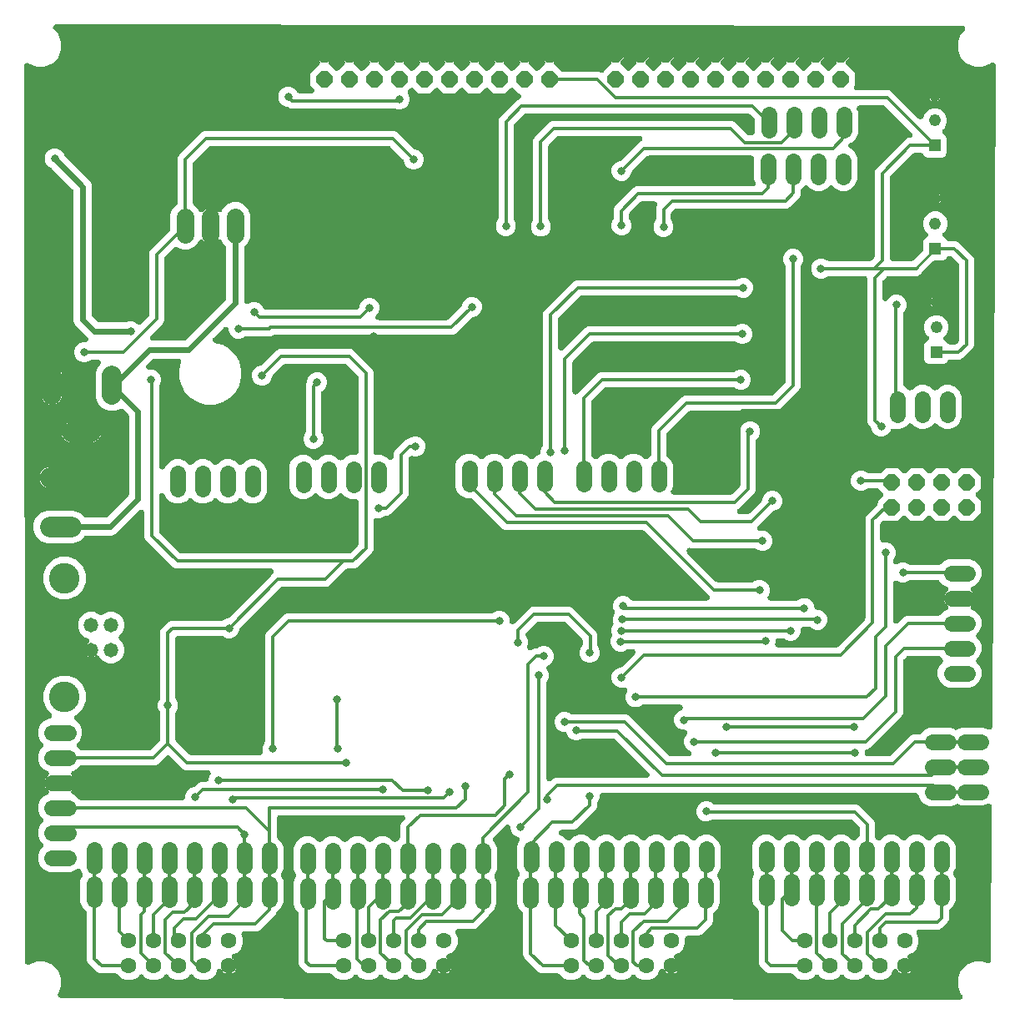
<source format=gbr>
G04 EAGLE Gerber RS-274X export*
G75*
%MOMM*%
%FSLAX34Y34*%
%LPD*%
%INBottom Copper*%
%IPPOS*%
%AMOC8*
5,1,8,0,0,1.08239X$1,22.5*%
G01*
%ADD10C,1.625600*%
%ADD11C,3.100000*%
%ADD12C,1.472000*%
%ADD13R,1.216000X1.216000*%
%ADD14C,1.216000*%
%ADD15C,1.600000*%
%ADD16P,1.759533X8X22.500000*%
%ADD17P,1.759533X8X202.500000*%
%ADD18C,1.788163*%
%ADD19C,2.000000*%
%ADD20C,2.113281*%
%ADD21C,0.300000*%
%ADD22C,0.800000*%
%ADD23C,0.609600*%
%ADD24C,0.250000*%

G36*
X955795Y4677D02*
X955795Y4677D01*
X955845Y4674D01*
X956039Y4696D01*
X956233Y4712D01*
X956282Y4724D01*
X956332Y4729D01*
X956520Y4783D01*
X956708Y4830D01*
X956754Y4849D01*
X956803Y4863D01*
X956979Y4946D01*
X957158Y5023D01*
X957200Y5050D01*
X957245Y5072D01*
X957406Y5182D01*
X957570Y5287D01*
X957607Y5321D01*
X957648Y5349D01*
X957789Y5484D01*
X957933Y5615D01*
X957965Y5654D01*
X958001Y5689D01*
X958117Y5845D01*
X958239Y5997D01*
X958264Y6041D01*
X958294Y6081D01*
X958383Y6254D01*
X958478Y6424D01*
X958495Y6471D01*
X958519Y6516D01*
X958579Y6701D01*
X958645Y6884D01*
X958654Y6933D01*
X958670Y6981D01*
X958699Y7174D01*
X958735Y7365D01*
X958736Y7415D01*
X958743Y7465D01*
X958741Y7660D01*
X958745Y7854D01*
X958738Y7904D01*
X958737Y7954D01*
X958703Y8146D01*
X958675Y8339D01*
X958660Y8387D01*
X958651Y8436D01*
X958586Y8620D01*
X958528Y8806D01*
X958505Y8850D01*
X958488Y8898D01*
X958395Y9068D01*
X958307Y9242D01*
X958277Y9283D01*
X958253Y9327D01*
X958174Y9423D01*
X958017Y9637D01*
X957928Y9724D01*
X957872Y9793D01*
X957115Y10550D01*
X953903Y18304D01*
X953903Y26696D01*
X957115Y34450D01*
X963050Y40385D01*
X970804Y43597D01*
X979196Y43597D01*
X983486Y41820D01*
X983663Y41763D01*
X983837Y41699D01*
X983896Y41688D01*
X983952Y41670D01*
X984136Y41643D01*
X984318Y41608D01*
X984378Y41607D01*
X984436Y41598D01*
X984622Y41601D01*
X984808Y41596D01*
X984866Y41605D01*
X984926Y41606D01*
X985109Y41639D01*
X985292Y41664D01*
X985349Y41682D01*
X985407Y41693D01*
X985583Y41755D01*
X985759Y41810D01*
X985812Y41837D01*
X985868Y41857D01*
X986031Y41947D01*
X986197Y42031D01*
X986245Y42066D01*
X986297Y42094D01*
X986442Y42209D01*
X986592Y42319D01*
X986634Y42361D01*
X986681Y42398D01*
X986806Y42535D01*
X986936Y42667D01*
X986970Y42716D01*
X987010Y42760D01*
X987111Y42916D01*
X987218Y43067D01*
X987244Y43121D01*
X987276Y43171D01*
X987350Y43341D01*
X987431Y43508D01*
X987448Y43565D01*
X987472Y43619D01*
X987517Y43800D01*
X987570Y43977D01*
X987575Y44028D01*
X987592Y44094D01*
X987631Y44554D01*
X987633Y44576D01*
X988412Y200374D01*
X988397Y200573D01*
X988387Y200774D01*
X988378Y200817D01*
X988375Y200862D01*
X988327Y201056D01*
X988285Y201253D01*
X988269Y201294D01*
X988258Y201337D01*
X988180Y201521D01*
X988106Y201708D01*
X988083Y201746D01*
X988066Y201787D01*
X987959Y201956D01*
X987856Y202129D01*
X987827Y202163D01*
X987803Y202200D01*
X987670Y202349D01*
X987540Y202503D01*
X987506Y202532D01*
X987477Y202565D01*
X987321Y202690D01*
X987168Y202821D01*
X987130Y202844D01*
X987095Y202871D01*
X986921Y202970D01*
X986749Y203074D01*
X986708Y203090D01*
X986669Y203112D01*
X986481Y203181D01*
X986295Y203255D01*
X986251Y203265D01*
X986210Y203280D01*
X986012Y203317D01*
X985817Y203361D01*
X985772Y203363D01*
X985729Y203371D01*
X985529Y203376D01*
X985328Y203387D01*
X985284Y203382D01*
X985239Y203383D01*
X985041Y203355D01*
X984841Y203333D01*
X984804Y203322D01*
X984755Y203315D01*
X984288Y203169D01*
X984276Y203163D01*
X984265Y203160D01*
X979957Y201375D01*
X958043Y201375D01*
X954251Y202946D01*
X954117Y202989D01*
X953985Y203041D01*
X953884Y203064D01*
X953785Y203095D01*
X953645Y203116D01*
X953507Y203147D01*
X953404Y203152D01*
X953301Y203167D01*
X953160Y203165D01*
X953019Y203173D01*
X952915Y203161D01*
X952812Y203160D01*
X952673Y203135D01*
X952532Y203119D01*
X952450Y203094D01*
X952330Y203073D01*
X952074Y202981D01*
X951956Y202946D01*
X946957Y200875D01*
X925042Y200875D01*
X919814Y203041D01*
X915813Y207042D01*
X913531Y212552D01*
X913424Y212760D01*
X913312Y212979D01*
X913309Y212983D01*
X913307Y212987D01*
X913167Y213177D01*
X913022Y213373D01*
X913019Y213377D01*
X913016Y213380D01*
X912844Y213547D01*
X912672Y213715D01*
X912668Y213718D01*
X912664Y213721D01*
X912470Y213856D01*
X912270Y213995D01*
X912266Y213997D01*
X912262Y214000D01*
X912050Y214100D01*
X911829Y214206D01*
X911824Y214208D01*
X911820Y214210D01*
X911589Y214276D01*
X911359Y214343D01*
X911355Y214343D01*
X911350Y214345D01*
X910863Y214401D01*
X910805Y214399D01*
X910760Y214403D01*
X593096Y214403D01*
X593002Y214396D01*
X592908Y214397D01*
X592758Y214376D01*
X592608Y214363D01*
X592517Y214340D01*
X592423Y214327D01*
X592280Y214281D01*
X592133Y214245D01*
X592047Y214207D01*
X591957Y214179D01*
X591822Y214110D01*
X591684Y214050D01*
X591605Y213999D01*
X591521Y213956D01*
X591399Y213867D01*
X591273Y213785D01*
X591203Y213722D01*
X591127Y213666D01*
X591021Y213558D01*
X590910Y213457D01*
X590851Y213383D01*
X590785Y213316D01*
X590699Y213192D01*
X590605Y213074D01*
X590559Y212992D01*
X590505Y212914D01*
X590440Y212778D01*
X590366Y212647D01*
X590334Y212558D01*
X590294Y212473D01*
X590252Y212328D01*
X590201Y212186D01*
X590183Y212093D01*
X590157Y212003D01*
X590146Y211888D01*
X590112Y211705D01*
X590108Y211519D01*
X590097Y211404D01*
X590097Y209492D01*
X588560Y205781D01*
X588475Y205696D01*
X588384Y205589D01*
X588285Y205487D01*
X588226Y205402D01*
X588159Y205323D01*
X588086Y205202D01*
X588005Y205086D01*
X587960Y204992D01*
X587907Y204903D01*
X587855Y204772D01*
X587794Y204644D01*
X587765Y204545D01*
X587727Y204448D01*
X587697Y204310D01*
X587657Y204174D01*
X587648Y204088D01*
X587623Y203970D01*
X587609Y203699D01*
X587597Y203575D01*
X587597Y200489D01*
X586440Y197697D01*
X566803Y178060D01*
X564011Y176903D01*
X551815Y176903D01*
X551669Y176891D01*
X551523Y176889D01*
X551425Y176871D01*
X551327Y176863D01*
X551185Y176828D01*
X551041Y176802D01*
X550948Y176769D01*
X550852Y176745D01*
X550718Y176687D01*
X550580Y176638D01*
X550494Y176590D01*
X550403Y176550D01*
X550280Y176471D01*
X550152Y176400D01*
X550074Y176339D01*
X549991Y176285D01*
X549883Y176188D01*
X549768Y176097D01*
X549702Y176023D01*
X549628Y175957D01*
X549537Y175843D01*
X549439Y175735D01*
X549385Y175652D01*
X549323Y175574D01*
X549252Y175447D01*
X549173Y175324D01*
X549133Y175233D01*
X549085Y175147D01*
X549035Y175009D01*
X548977Y174875D01*
X548953Y174780D01*
X548919Y174686D01*
X548893Y174542D01*
X548857Y174401D01*
X548848Y174302D01*
X548830Y174205D01*
X548828Y174059D01*
X548815Y173913D01*
X548823Y173814D01*
X548821Y173716D01*
X548842Y173571D01*
X548854Y173425D01*
X548877Y173329D01*
X548892Y173231D01*
X548936Y173092D01*
X548971Y172950D01*
X549010Y172859D01*
X549040Y172765D01*
X549106Y172635D01*
X549164Y172500D01*
X549217Y172417D01*
X549262Y172329D01*
X549349Y172211D01*
X549428Y172088D01*
X549494Y172015D01*
X549552Y171935D01*
X549657Y171833D01*
X549755Y171724D01*
X549832Y171662D01*
X549903Y171593D01*
X550023Y171509D01*
X550137Y171418D01*
X550210Y171379D01*
X550304Y171313D01*
X550560Y171191D01*
X550667Y171133D01*
X554158Y169687D01*
X556679Y167166D01*
X556751Y167104D01*
X556817Y167037D01*
X556937Y166947D01*
X557052Y166849D01*
X557133Y166800D01*
X557209Y166744D01*
X557343Y166675D01*
X557472Y166597D01*
X557560Y166562D01*
X557644Y166519D01*
X557787Y166472D01*
X557927Y166417D01*
X558019Y166397D01*
X558109Y166368D01*
X558258Y166345D01*
X558405Y166313D01*
X558500Y166308D01*
X558593Y166294D01*
X558744Y166296D01*
X558894Y166289D01*
X558988Y166299D01*
X559082Y166300D01*
X559231Y166327D01*
X559381Y166344D01*
X559471Y166370D01*
X559564Y166386D01*
X559706Y166436D01*
X559851Y166477D01*
X559937Y166518D01*
X560026Y166549D01*
X560158Y166622D01*
X560294Y166686D01*
X560372Y166739D01*
X560455Y166785D01*
X560544Y166858D01*
X560697Y166963D01*
X560831Y167092D01*
X560921Y167166D01*
X563442Y169687D01*
X568670Y171853D01*
X574330Y171853D01*
X579558Y169687D01*
X582079Y167166D01*
X582151Y167104D01*
X582217Y167037D01*
X582337Y166947D01*
X582452Y166849D01*
X582533Y166800D01*
X582609Y166744D01*
X582743Y166675D01*
X582872Y166597D01*
X582960Y166562D01*
X583044Y166519D01*
X583187Y166472D01*
X583327Y166417D01*
X583419Y166397D01*
X583509Y166368D01*
X583658Y166345D01*
X583805Y166313D01*
X583900Y166308D01*
X583993Y166294D01*
X584144Y166296D01*
X584294Y166289D01*
X584388Y166299D01*
X584482Y166300D01*
X584631Y166327D01*
X584781Y166344D01*
X584871Y166370D01*
X584964Y166386D01*
X585106Y166436D01*
X585251Y166477D01*
X585337Y166518D01*
X585426Y166549D01*
X585558Y166622D01*
X585694Y166686D01*
X585772Y166739D01*
X585855Y166785D01*
X585944Y166858D01*
X586097Y166963D01*
X586231Y167092D01*
X586321Y167166D01*
X588842Y169687D01*
X594070Y171853D01*
X599730Y171853D01*
X604958Y169687D01*
X607479Y167166D01*
X607551Y167104D01*
X607617Y167037D01*
X607737Y166947D01*
X607852Y166849D01*
X607933Y166800D01*
X608009Y166744D01*
X608143Y166675D01*
X608272Y166597D01*
X608360Y166562D01*
X608444Y166519D01*
X608587Y166472D01*
X608727Y166417D01*
X608819Y166397D01*
X608909Y166368D01*
X609058Y166345D01*
X609205Y166313D01*
X609300Y166308D01*
X609393Y166294D01*
X609544Y166296D01*
X609694Y166289D01*
X609788Y166299D01*
X609882Y166300D01*
X610031Y166327D01*
X610181Y166344D01*
X610271Y166370D01*
X610364Y166386D01*
X610506Y166436D01*
X610651Y166477D01*
X610737Y166518D01*
X610826Y166549D01*
X610958Y166622D01*
X611094Y166686D01*
X611172Y166739D01*
X611255Y166785D01*
X611344Y166858D01*
X611497Y166963D01*
X611631Y167092D01*
X611721Y167166D01*
X614242Y169687D01*
X619470Y171853D01*
X625130Y171853D01*
X630358Y169687D01*
X632879Y167166D01*
X632951Y167104D01*
X633017Y167037D01*
X633137Y166947D01*
X633252Y166849D01*
X633333Y166800D01*
X633409Y166744D01*
X633543Y166675D01*
X633672Y166597D01*
X633760Y166562D01*
X633844Y166519D01*
X633987Y166472D01*
X634127Y166417D01*
X634219Y166397D01*
X634309Y166368D01*
X634458Y166345D01*
X634605Y166313D01*
X634700Y166308D01*
X634793Y166294D01*
X634944Y166296D01*
X635094Y166289D01*
X635188Y166299D01*
X635282Y166300D01*
X635431Y166327D01*
X635581Y166344D01*
X635671Y166370D01*
X635764Y166386D01*
X635906Y166436D01*
X636051Y166477D01*
X636137Y166518D01*
X636226Y166549D01*
X636358Y166622D01*
X636494Y166686D01*
X636572Y166739D01*
X636655Y166785D01*
X636744Y166858D01*
X636897Y166963D01*
X637031Y167092D01*
X637121Y167166D01*
X639642Y169687D01*
X644870Y171853D01*
X650530Y171853D01*
X655758Y169687D01*
X658279Y167166D01*
X658351Y167104D01*
X658417Y167037D01*
X658537Y166947D01*
X658652Y166849D01*
X658733Y166800D01*
X658809Y166744D01*
X658943Y166675D01*
X659072Y166597D01*
X659160Y166562D01*
X659244Y166519D01*
X659387Y166472D01*
X659527Y166417D01*
X659619Y166397D01*
X659709Y166368D01*
X659858Y166345D01*
X660005Y166313D01*
X660100Y166308D01*
X660193Y166294D01*
X660344Y166296D01*
X660494Y166289D01*
X660588Y166299D01*
X660682Y166300D01*
X660831Y166327D01*
X660981Y166344D01*
X661071Y166370D01*
X661164Y166386D01*
X661306Y166436D01*
X661451Y166477D01*
X661537Y166518D01*
X661626Y166549D01*
X661758Y166622D01*
X661894Y166686D01*
X661972Y166739D01*
X662055Y166785D01*
X662144Y166858D01*
X662297Y166963D01*
X662431Y167092D01*
X662521Y167166D01*
X665042Y169687D01*
X670270Y171853D01*
X675930Y171853D01*
X681158Y169687D01*
X683679Y167166D01*
X683751Y167104D01*
X683817Y167037D01*
X683937Y166947D01*
X684052Y166849D01*
X684133Y166800D01*
X684209Y166744D01*
X684343Y166675D01*
X684472Y166597D01*
X684560Y166562D01*
X684644Y166519D01*
X684787Y166472D01*
X684927Y166417D01*
X685019Y166397D01*
X685109Y166368D01*
X685258Y166345D01*
X685405Y166313D01*
X685500Y166308D01*
X685593Y166294D01*
X685744Y166296D01*
X685894Y166289D01*
X685988Y166299D01*
X686082Y166300D01*
X686231Y166327D01*
X686381Y166344D01*
X686471Y166370D01*
X686564Y166386D01*
X686706Y166436D01*
X686851Y166477D01*
X686937Y166518D01*
X687026Y166549D01*
X687158Y166622D01*
X687294Y166686D01*
X687372Y166739D01*
X687455Y166785D01*
X687544Y166858D01*
X687697Y166963D01*
X687831Y167092D01*
X687921Y167166D01*
X690442Y169687D01*
X695670Y171853D01*
X701330Y171853D01*
X706558Y169687D01*
X710559Y165686D01*
X712725Y160458D01*
X712725Y138542D01*
X710559Y133314D01*
X710531Y133286D01*
X710374Y133101D01*
X710219Y132920D01*
X710217Y132916D01*
X710214Y132913D01*
X710090Y132706D01*
X709966Y132501D01*
X709964Y132497D01*
X709962Y132493D01*
X709872Y132266D01*
X709785Y132047D01*
X709784Y132042D01*
X709782Y132038D01*
X709731Y131802D01*
X709679Y131569D01*
X709679Y131564D01*
X709678Y131560D01*
X709666Y131322D01*
X709653Y131080D01*
X709654Y131075D01*
X709654Y131071D01*
X709681Y130830D01*
X709707Y130594D01*
X709708Y130590D01*
X709709Y130585D01*
X709842Y130114D01*
X709867Y130061D01*
X709880Y130017D01*
X712225Y124357D01*
X712225Y102442D01*
X710059Y97214D01*
X706475Y93630D01*
X706384Y93523D01*
X706285Y93421D01*
X706225Y93336D01*
X706159Y93257D01*
X706086Y93136D01*
X706005Y93020D01*
X705960Y92926D01*
X705907Y92838D01*
X705855Y92706D01*
X705794Y92578D01*
X705765Y92479D01*
X705727Y92382D01*
X705697Y92244D01*
X705657Y92108D01*
X705648Y92023D01*
X705623Y91904D01*
X705609Y91632D01*
X705597Y91510D01*
X705597Y84489D01*
X704440Y81697D01*
X693303Y70560D01*
X690511Y69403D01*
X679896Y69403D01*
X679802Y69396D01*
X679708Y69397D01*
X679558Y69376D01*
X679408Y69363D01*
X679317Y69340D01*
X679223Y69327D01*
X679080Y69281D01*
X678933Y69245D01*
X678847Y69207D01*
X678757Y69179D01*
X678622Y69110D01*
X678484Y69050D01*
X678405Y68999D01*
X678321Y68956D01*
X678199Y68867D01*
X678073Y68785D01*
X678003Y68722D01*
X677927Y68666D01*
X677821Y68558D01*
X677710Y68457D01*
X677651Y68383D01*
X677585Y68316D01*
X677499Y68192D01*
X677405Y68074D01*
X677359Y67992D01*
X677305Y67914D01*
X677240Y67778D01*
X677166Y67647D01*
X677134Y67558D01*
X677094Y67473D01*
X677052Y67328D01*
X677001Y67186D01*
X676983Y67093D01*
X676957Y67003D01*
X676946Y66888D01*
X676912Y66705D01*
X676908Y66519D01*
X676897Y66404D01*
X676897Y61396D01*
X674751Y56215D01*
X670785Y52249D01*
X667527Y50900D01*
X667364Y50816D01*
X667197Y50739D01*
X667146Y50704D01*
X667091Y50676D01*
X666944Y50567D01*
X666792Y50464D01*
X666747Y50421D01*
X666698Y50385D01*
X666570Y50253D01*
X666437Y50126D01*
X666400Y50077D01*
X666357Y50033D01*
X666253Y49882D01*
X666142Y49736D01*
X666114Y49682D01*
X666079Y49631D01*
X666000Y49465D01*
X665914Y49303D01*
X665895Y49244D01*
X665869Y49189D01*
X665818Y49013D01*
X665760Y48838D01*
X665751Y48777D01*
X665734Y48718D01*
X665712Y48536D01*
X665684Y48355D01*
X665684Y48293D01*
X665677Y48232D01*
X665686Y48049D01*
X665687Y47865D01*
X665697Y47805D01*
X665700Y47743D01*
X665738Y47564D01*
X665769Y47383D01*
X665789Y47325D01*
X665802Y47265D01*
X665869Y47094D01*
X665929Y46920D01*
X665959Y46866D01*
X665981Y46809D01*
X666075Y46652D01*
X666163Y46490D01*
X666200Y46441D01*
X666232Y46389D01*
X666350Y46248D01*
X666463Y46103D01*
X666502Y46068D01*
X666547Y46015D01*
X666885Y45726D01*
X666911Y45702D01*
X668012Y44903D01*
X668903Y44012D01*
X669643Y42993D01*
X670215Y41871D01*
X670238Y41799D01*
X662800Y41799D01*
X662706Y41792D01*
X662612Y41793D01*
X662463Y41772D01*
X662313Y41759D01*
X662221Y41737D01*
X662128Y41723D01*
X661984Y41677D01*
X661838Y41641D01*
X661751Y41603D01*
X661661Y41575D01*
X661527Y41506D01*
X661389Y41446D01*
X661309Y41395D01*
X661225Y41352D01*
X661103Y41263D01*
X660977Y41181D01*
X660907Y41118D01*
X660831Y41062D01*
X660830Y41062D01*
X660725Y40954D01*
X660614Y40853D01*
X660613Y40853D01*
X660555Y40779D01*
X660489Y40711D01*
X660402Y40588D01*
X660309Y40470D01*
X660263Y40387D01*
X660209Y40310D01*
X660144Y40174D01*
X660070Y40042D01*
X660038Y39954D01*
X659997Y39869D01*
X659955Y39724D01*
X659904Y39582D01*
X659887Y39489D01*
X659861Y39399D01*
X659849Y39283D01*
X659816Y39101D01*
X659812Y38915D01*
X659801Y38800D01*
X659801Y31362D01*
X659729Y31385D01*
X658607Y31957D01*
X657588Y32697D01*
X656697Y33588D01*
X655898Y34688D01*
X655778Y34828D01*
X655664Y34972D01*
X655619Y35013D01*
X655579Y35060D01*
X655438Y35178D01*
X655302Y35301D01*
X655251Y35335D01*
X655204Y35374D01*
X655045Y35468D01*
X654891Y35567D01*
X654835Y35592D01*
X654782Y35623D01*
X654611Y35690D01*
X654443Y35763D01*
X654383Y35778D01*
X654326Y35800D01*
X654146Y35838D01*
X653968Y35883D01*
X653907Y35889D01*
X653847Y35901D01*
X653664Y35909D01*
X653481Y35925D01*
X653419Y35920D01*
X653358Y35923D01*
X653176Y35901D01*
X652993Y35886D01*
X652933Y35872D01*
X652872Y35864D01*
X652696Y35813D01*
X652518Y35769D01*
X652461Y35745D01*
X652402Y35728D01*
X652237Y35649D01*
X652068Y35576D01*
X652016Y35543D01*
X651961Y35517D01*
X651810Y35412D01*
X651655Y35313D01*
X651610Y35272D01*
X651559Y35237D01*
X651428Y35108D01*
X651291Y34985D01*
X651253Y34938D01*
X651209Y34895D01*
X651100Y34747D01*
X650985Y34604D01*
X650960Y34557D01*
X650919Y34501D01*
X650717Y34104D01*
X650700Y34073D01*
X649351Y30815D01*
X645385Y26849D01*
X640204Y24703D01*
X634596Y24703D01*
X629415Y26849D01*
X626821Y29443D01*
X626749Y29504D01*
X626683Y29572D01*
X626563Y29663D01*
X626448Y29760D01*
X626367Y29809D01*
X626291Y29865D01*
X626157Y29934D01*
X626028Y30012D01*
X625940Y30047D01*
X625856Y30090D01*
X625713Y30137D01*
X625573Y30192D01*
X625481Y30212D01*
X625391Y30241D01*
X625242Y30264D01*
X625095Y30296D01*
X625000Y30301D01*
X624907Y30315D01*
X624756Y30313D01*
X624606Y30320D01*
X624512Y30310D01*
X624418Y30309D01*
X624269Y30282D01*
X624119Y30265D01*
X624029Y30239D01*
X623936Y30223D01*
X623794Y30173D01*
X623649Y30132D01*
X623563Y30091D01*
X623474Y30060D01*
X623342Y29987D01*
X623206Y29923D01*
X623128Y29870D01*
X623045Y29824D01*
X622955Y29751D01*
X622803Y29646D01*
X622669Y29517D01*
X622579Y29443D01*
X619985Y26849D01*
X614804Y24703D01*
X609196Y24703D01*
X604015Y26849D01*
X601421Y29443D01*
X601349Y29504D01*
X601283Y29572D01*
X601163Y29663D01*
X601048Y29760D01*
X600967Y29809D01*
X600891Y29865D01*
X600757Y29934D01*
X600628Y30012D01*
X600540Y30047D01*
X600456Y30090D01*
X600313Y30137D01*
X600173Y30192D01*
X600081Y30212D01*
X599991Y30241D01*
X599842Y30264D01*
X599695Y30296D01*
X599600Y30301D01*
X599507Y30315D01*
X599356Y30313D01*
X599206Y30320D01*
X599112Y30310D01*
X599018Y30309D01*
X598869Y30282D01*
X598719Y30265D01*
X598629Y30239D01*
X598536Y30223D01*
X598394Y30173D01*
X598249Y30132D01*
X598163Y30091D01*
X598074Y30060D01*
X597942Y29987D01*
X597806Y29923D01*
X597728Y29870D01*
X597645Y29824D01*
X597555Y29751D01*
X597403Y29646D01*
X597269Y29517D01*
X597179Y29443D01*
X594585Y26849D01*
X589404Y24703D01*
X583796Y24703D01*
X578615Y26849D01*
X576021Y29443D01*
X575949Y29504D01*
X575883Y29572D01*
X575763Y29663D01*
X575648Y29760D01*
X575567Y29809D01*
X575491Y29865D01*
X575357Y29934D01*
X575228Y30012D01*
X575140Y30047D01*
X575056Y30090D01*
X574913Y30137D01*
X574773Y30192D01*
X574681Y30212D01*
X574591Y30241D01*
X574442Y30264D01*
X574295Y30296D01*
X574200Y30301D01*
X574107Y30315D01*
X573956Y30313D01*
X573806Y30320D01*
X573712Y30310D01*
X573618Y30309D01*
X573469Y30282D01*
X573319Y30265D01*
X573229Y30239D01*
X573136Y30223D01*
X572994Y30173D01*
X572849Y30132D01*
X572763Y30091D01*
X572674Y30060D01*
X572542Y29987D01*
X572406Y29923D01*
X572328Y29870D01*
X572245Y29824D01*
X572155Y29751D01*
X572003Y29646D01*
X571869Y29517D01*
X571779Y29443D01*
X569185Y26849D01*
X564004Y24703D01*
X558396Y24703D01*
X553215Y26849D01*
X549739Y30325D01*
X549632Y30416D01*
X549530Y30515D01*
X549445Y30575D01*
X549366Y30641D01*
X549245Y30714D01*
X549129Y30795D01*
X549035Y30840D01*
X548947Y30893D01*
X548815Y30945D01*
X548687Y31006D01*
X548588Y31035D01*
X548491Y31073D01*
X548353Y31103D01*
X548217Y31143D01*
X548132Y31152D01*
X548013Y31177D01*
X547741Y31191D01*
X547619Y31203D01*
X531189Y31203D01*
X528397Y32360D01*
X516319Y44438D01*
X516318Y44438D01*
X513760Y46997D01*
X512603Y49789D01*
X512603Y91510D01*
X512592Y91650D01*
X512590Y91792D01*
X512572Y91894D01*
X512563Y91997D01*
X512529Y92134D01*
X512504Y92274D01*
X512470Y92372D01*
X512445Y92472D01*
X512388Y92602D01*
X512341Y92735D01*
X512291Y92826D01*
X512250Y92921D01*
X512174Y93040D01*
X512106Y93164D01*
X512051Y93231D01*
X511985Y93333D01*
X511803Y93534D01*
X511725Y93630D01*
X508141Y97214D01*
X505975Y102442D01*
X505975Y124358D01*
X508141Y129586D01*
X508169Y129614D01*
X508326Y129799D01*
X508481Y129980D01*
X508483Y129984D01*
X508486Y129987D01*
X508610Y130194D01*
X508734Y130399D01*
X508736Y130403D01*
X508738Y130407D01*
X508826Y130629D01*
X508915Y130853D01*
X508916Y130858D01*
X508918Y130862D01*
X508969Y131095D01*
X509021Y131331D01*
X509021Y131336D01*
X509022Y131340D01*
X509034Y131575D01*
X509047Y131820D01*
X509046Y131825D01*
X509046Y131829D01*
X509020Y132065D01*
X508993Y132306D01*
X508992Y132310D01*
X508991Y132315D01*
X508858Y132786D01*
X508833Y132839D01*
X508820Y132883D01*
X506475Y138543D01*
X506475Y160457D01*
X508764Y165983D01*
X508793Y166073D01*
X508831Y166160D01*
X508868Y166306D01*
X508914Y166449D01*
X508928Y166543D01*
X508951Y166634D01*
X508964Y166784D01*
X508986Y166933D01*
X508984Y167028D01*
X508992Y167122D01*
X508981Y167272D01*
X508978Y167423D01*
X508961Y167516D01*
X508954Y167610D01*
X508918Y167756D01*
X508891Y167904D01*
X508859Y167993D01*
X508837Y168085D01*
X508777Y168224D01*
X508727Y168365D01*
X508681Y168448D01*
X508644Y168535D01*
X508563Y168662D01*
X508490Y168794D01*
X508431Y168868D01*
X508380Y168947D01*
X508280Y169059D01*
X508186Y169177D01*
X508116Y169241D01*
X508053Y169311D01*
X507936Y169405D01*
X507824Y169507D01*
X507745Y169558D01*
X507671Y169617D01*
X507569Y169672D01*
X507413Y169773D01*
X507243Y169847D01*
X507141Y169902D01*
X504031Y171190D01*
X501190Y174031D01*
X499653Y177742D01*
X499653Y179169D01*
X499649Y179216D01*
X499652Y179263D01*
X499629Y179460D01*
X499613Y179657D01*
X499602Y179703D01*
X499597Y179750D01*
X499543Y179940D01*
X499495Y180132D01*
X499476Y180175D01*
X499463Y180220D01*
X499379Y180399D01*
X499300Y180581D01*
X499275Y180621D01*
X499255Y180663D01*
X499142Y180826D01*
X499035Y180992D01*
X499004Y181027D01*
X498977Y181066D01*
X498840Y181209D01*
X498707Y181355D01*
X498670Y181385D01*
X498637Y181419D01*
X498479Y181537D01*
X498324Y181660D01*
X498283Y181683D01*
X498245Y181711D01*
X498070Y181802D01*
X497897Y181899D01*
X497852Y181915D01*
X497810Y181936D01*
X497623Y181997D01*
X497436Y182064D01*
X497390Y182073D01*
X497345Y182088D01*
X497150Y182117D01*
X496955Y182153D01*
X496908Y182154D01*
X496861Y182161D01*
X496663Y182159D01*
X496466Y182162D01*
X496419Y182156D01*
X496372Y182155D01*
X496177Y182120D01*
X495981Y182092D01*
X495936Y182078D01*
X495890Y182069D01*
X495703Y182003D01*
X495515Y181944D01*
X495473Y181922D01*
X495428Y181906D01*
X495255Y181811D01*
X495079Y181721D01*
X495041Y181693D01*
X494999Y181671D01*
X494904Y181593D01*
X494685Y181431D01*
X494600Y181344D01*
X494533Y181290D01*
X482565Y169321D01*
X482504Y169250D01*
X482436Y169184D01*
X482346Y169063D01*
X482248Y168948D01*
X482200Y168868D01*
X482143Y168792D01*
X482074Y168658D01*
X481996Y168529D01*
X481962Y168441D01*
X481918Y168357D01*
X481872Y168214D01*
X481816Y168074D01*
X481796Y167981D01*
X481767Y167892D01*
X481744Y167743D01*
X481712Y167595D01*
X481708Y167501D01*
X481694Y167408D01*
X481695Y167257D01*
X481688Y167106D01*
X481699Y167013D01*
X481700Y166918D01*
X481726Y166770D01*
X481743Y166620D01*
X481769Y166529D01*
X481785Y166436D01*
X481836Y166294D01*
X481877Y166149D01*
X481917Y166064D01*
X481948Y165975D01*
X482021Y165843D01*
X482085Y165706D01*
X482139Y165629D01*
X482184Y165546D01*
X482258Y165456D01*
X482363Y165303D01*
X482491Y165170D01*
X482565Y165080D01*
X483559Y164086D01*
X485725Y158858D01*
X485725Y136943D01*
X483349Y131206D01*
X483305Y131072D01*
X483253Y130940D01*
X483231Y130839D01*
X483199Y130740D01*
X483178Y130601D01*
X483148Y130462D01*
X483142Y130359D01*
X483127Y130256D01*
X483129Y130115D01*
X483122Y129974D01*
X483133Y129870D01*
X483135Y129767D01*
X483160Y129628D01*
X483175Y129487D01*
X483200Y129404D01*
X483222Y129285D01*
X483313Y129029D01*
X483349Y128911D01*
X485525Y123657D01*
X485525Y101742D01*
X483359Y96514D01*
X479351Y92506D01*
X479324Y92474D01*
X479292Y92445D01*
X479165Y92287D01*
X479034Y92133D01*
X479012Y92096D01*
X478986Y92063D01*
X478928Y91956D01*
X478783Y91713D01*
X478740Y91606D01*
X478701Y91533D01*
X477940Y89697D01*
X465803Y77560D01*
X463011Y76403D01*
X446492Y76403D01*
X446300Y76388D01*
X446107Y76378D01*
X446056Y76368D01*
X446004Y76363D01*
X445817Y76317D01*
X445628Y76276D01*
X445580Y76257D01*
X445530Y76245D01*
X445352Y76168D01*
X445173Y76097D01*
X445128Y76071D01*
X445080Y76050D01*
X444918Y75946D01*
X444752Y75847D01*
X444712Y75813D01*
X444669Y75785D01*
X444526Y75656D01*
X444378Y75531D01*
X444344Y75492D01*
X444306Y75457D01*
X444185Y75306D01*
X444060Y75159D01*
X444033Y75115D01*
X444001Y75074D01*
X443907Y74905D01*
X443807Y74740D01*
X443788Y74692D01*
X443762Y74647D01*
X443697Y74465D01*
X443625Y74286D01*
X443614Y74235D01*
X443597Y74186D01*
X443562Y73996D01*
X443520Y73808D01*
X443517Y73756D01*
X443508Y73705D01*
X443504Y73512D01*
X443494Y73319D01*
X443500Y73267D01*
X443499Y73216D01*
X443527Y73025D01*
X443548Y72833D01*
X443561Y72789D01*
X443569Y72731D01*
X443718Y72265D01*
X443720Y72260D01*
X443721Y72256D01*
X445897Y67004D01*
X445897Y61396D01*
X443751Y56215D01*
X439785Y52249D01*
X436527Y50900D01*
X436364Y50816D01*
X436197Y50739D01*
X436146Y50704D01*
X436091Y50676D01*
X435944Y50567D01*
X435792Y50464D01*
X435747Y50421D01*
X435698Y50385D01*
X435570Y50253D01*
X435437Y50126D01*
X435400Y50077D01*
X435357Y50033D01*
X435253Y49882D01*
X435142Y49736D01*
X435114Y49682D01*
X435079Y49631D01*
X435000Y49465D01*
X434914Y49303D01*
X434895Y49244D01*
X434869Y49189D01*
X434818Y49013D01*
X434760Y48838D01*
X434751Y48777D01*
X434734Y48718D01*
X434712Y48536D01*
X434684Y48355D01*
X434684Y48293D01*
X434677Y48232D01*
X434686Y48049D01*
X434687Y47865D01*
X434697Y47805D01*
X434700Y47743D01*
X434738Y47564D01*
X434769Y47383D01*
X434789Y47325D01*
X434802Y47265D01*
X434869Y47094D01*
X434929Y46920D01*
X434959Y46866D01*
X434981Y46809D01*
X435075Y46652D01*
X435163Y46490D01*
X435200Y46441D01*
X435232Y46389D01*
X435350Y46248D01*
X435463Y46103D01*
X435502Y46068D01*
X435547Y46015D01*
X435885Y45726D01*
X435911Y45702D01*
X437012Y44903D01*
X437903Y44012D01*
X438643Y42993D01*
X439215Y41871D01*
X439238Y41799D01*
X431800Y41799D01*
X431706Y41792D01*
X431612Y41793D01*
X431463Y41772D01*
X431313Y41759D01*
X431221Y41737D01*
X431128Y41723D01*
X430984Y41677D01*
X430838Y41641D01*
X430751Y41603D01*
X430661Y41575D01*
X430527Y41506D01*
X430389Y41446D01*
X430309Y41395D01*
X430225Y41352D01*
X430103Y41263D01*
X429977Y41181D01*
X429907Y41118D01*
X429831Y41062D01*
X429830Y41062D01*
X429725Y40954D01*
X429614Y40853D01*
X429613Y40853D01*
X429555Y40779D01*
X429489Y40711D01*
X429402Y40588D01*
X429309Y40470D01*
X429263Y40387D01*
X429209Y40310D01*
X429144Y40174D01*
X429070Y40042D01*
X429038Y39954D01*
X428997Y39869D01*
X428955Y39724D01*
X428904Y39582D01*
X428887Y39489D01*
X428861Y39399D01*
X428849Y39283D01*
X428816Y39101D01*
X428812Y38915D01*
X428801Y38800D01*
X428801Y31362D01*
X428729Y31385D01*
X427607Y31957D01*
X426588Y32697D01*
X425697Y33588D01*
X424898Y34689D01*
X424778Y34828D01*
X424664Y34972D01*
X424619Y35013D01*
X424579Y35060D01*
X424438Y35178D01*
X424302Y35301D01*
X424250Y35335D01*
X424204Y35374D01*
X424046Y35467D01*
X423891Y35567D01*
X423835Y35592D01*
X423782Y35623D01*
X423611Y35690D01*
X423443Y35763D01*
X423383Y35778D01*
X423326Y35800D01*
X423147Y35838D01*
X422968Y35883D01*
X422907Y35889D01*
X422847Y35901D01*
X422664Y35909D01*
X422481Y35925D01*
X422419Y35920D01*
X422358Y35923D01*
X422176Y35901D01*
X421993Y35886D01*
X421933Y35872D01*
X421872Y35864D01*
X421696Y35813D01*
X421517Y35769D01*
X421461Y35745D01*
X421402Y35728D01*
X421236Y35649D01*
X421068Y35576D01*
X421016Y35543D01*
X420961Y35517D01*
X420810Y35411D01*
X420655Y35313D01*
X420610Y35272D01*
X420559Y35236D01*
X420428Y35108D01*
X420291Y34985D01*
X420253Y34938D01*
X420209Y34895D01*
X420100Y34747D01*
X419985Y34603D01*
X419960Y34557D01*
X419919Y34501D01*
X419717Y34104D01*
X419700Y34073D01*
X418351Y30815D01*
X414385Y26849D01*
X409204Y24703D01*
X403596Y24703D01*
X398415Y26849D01*
X395821Y29443D01*
X395749Y29504D01*
X395683Y29572D01*
X395563Y29663D01*
X395448Y29760D01*
X395367Y29809D01*
X395291Y29865D01*
X395157Y29934D01*
X395028Y30012D01*
X394940Y30047D01*
X394856Y30090D01*
X394713Y30137D01*
X394573Y30192D01*
X394481Y30212D01*
X394391Y30241D01*
X394242Y30264D01*
X394095Y30296D01*
X394000Y30301D01*
X393907Y30315D01*
X393756Y30313D01*
X393606Y30320D01*
X393512Y30310D01*
X393418Y30309D01*
X393269Y30282D01*
X393119Y30265D01*
X393029Y30239D01*
X392936Y30223D01*
X392794Y30173D01*
X392649Y30132D01*
X392563Y30091D01*
X392474Y30060D01*
X392342Y29987D01*
X392206Y29923D01*
X392128Y29870D01*
X392045Y29824D01*
X391955Y29751D01*
X391803Y29646D01*
X391669Y29517D01*
X391579Y29443D01*
X388985Y26849D01*
X383804Y24703D01*
X378196Y24703D01*
X373015Y26849D01*
X370421Y29443D01*
X370349Y29504D01*
X370283Y29572D01*
X370163Y29663D01*
X370048Y29760D01*
X369967Y29809D01*
X369891Y29865D01*
X369757Y29934D01*
X369628Y30012D01*
X369540Y30047D01*
X369456Y30090D01*
X369313Y30137D01*
X369173Y30192D01*
X369081Y30212D01*
X368991Y30241D01*
X368842Y30264D01*
X368695Y30296D01*
X368600Y30301D01*
X368507Y30315D01*
X368356Y30313D01*
X368206Y30320D01*
X368112Y30310D01*
X368018Y30309D01*
X367869Y30282D01*
X367719Y30265D01*
X367629Y30239D01*
X367536Y30223D01*
X367394Y30173D01*
X367249Y30132D01*
X367163Y30091D01*
X367074Y30060D01*
X366942Y29987D01*
X366806Y29923D01*
X366728Y29870D01*
X366645Y29824D01*
X366555Y29751D01*
X366403Y29646D01*
X366269Y29517D01*
X366179Y29443D01*
X363585Y26849D01*
X358404Y24703D01*
X352796Y24703D01*
X347615Y26849D01*
X345021Y29443D01*
X344949Y29504D01*
X344883Y29572D01*
X344763Y29663D01*
X344648Y29760D01*
X344567Y29809D01*
X344491Y29865D01*
X344357Y29934D01*
X344228Y30012D01*
X344140Y30047D01*
X344056Y30090D01*
X343913Y30137D01*
X343773Y30192D01*
X343681Y30212D01*
X343591Y30241D01*
X343442Y30264D01*
X343295Y30296D01*
X343200Y30301D01*
X343107Y30315D01*
X342956Y30313D01*
X342806Y30320D01*
X342712Y30310D01*
X342618Y30309D01*
X342469Y30282D01*
X342319Y30265D01*
X342229Y30239D01*
X342136Y30223D01*
X341994Y30173D01*
X341849Y30132D01*
X341763Y30091D01*
X341674Y30060D01*
X341542Y29987D01*
X341406Y29923D01*
X341328Y29870D01*
X341245Y29824D01*
X341155Y29751D01*
X341003Y29646D01*
X340869Y29517D01*
X340779Y29443D01*
X338185Y26849D01*
X333004Y24703D01*
X327396Y24703D01*
X322215Y26849D01*
X318739Y30325D01*
X318632Y30416D01*
X318530Y30515D01*
X318445Y30574D01*
X318366Y30641D01*
X318245Y30714D01*
X318129Y30795D01*
X318035Y30840D01*
X317947Y30893D01*
X317815Y30945D01*
X317687Y31006D01*
X317588Y31035D01*
X317492Y31073D01*
X317353Y31103D01*
X317217Y31143D01*
X317132Y31152D01*
X317013Y31177D01*
X316741Y31191D01*
X316619Y31203D01*
X294689Y31203D01*
X291897Y32360D01*
X285560Y38697D01*
X284403Y41489D01*
X284403Y92310D01*
X284392Y92450D01*
X284390Y92592D01*
X284372Y92694D01*
X284363Y92797D01*
X284329Y92935D01*
X284304Y93074D01*
X284270Y93171D01*
X284245Y93272D01*
X284188Y93402D01*
X284141Y93535D01*
X284091Y93626D01*
X284050Y93721D01*
X283974Y93840D01*
X283906Y93964D01*
X283851Y94031D01*
X283785Y94133D01*
X283603Y94335D01*
X283525Y94430D01*
X281441Y96514D01*
X279275Y101742D01*
X279275Y123657D01*
X281651Y129394D01*
X281695Y129528D01*
X281747Y129660D01*
X281769Y129761D01*
X281801Y129860D01*
X281822Y129999D01*
X281852Y130138D01*
X281858Y130241D01*
X281873Y130344D01*
X281871Y130485D01*
X281878Y130626D01*
X281867Y130730D01*
X281865Y130833D01*
X281840Y130972D01*
X281825Y131113D01*
X281800Y131196D01*
X281778Y131315D01*
X281687Y131571D01*
X281651Y131689D01*
X279475Y136943D01*
X279475Y158858D01*
X281641Y164086D01*
X285642Y168087D01*
X290870Y170253D01*
X296530Y170253D01*
X301758Y168087D01*
X304279Y165566D01*
X304351Y165504D01*
X304417Y165437D01*
X304537Y165347D01*
X304652Y165249D01*
X304733Y165200D01*
X304809Y165144D01*
X304943Y165075D01*
X305072Y164997D01*
X305160Y164962D01*
X305244Y164919D01*
X305387Y164872D01*
X305527Y164817D01*
X305619Y164797D01*
X305709Y164768D01*
X305858Y164745D01*
X306005Y164713D01*
X306100Y164708D01*
X306193Y164694D01*
X306344Y164696D01*
X306494Y164689D01*
X306588Y164699D01*
X306682Y164700D01*
X306831Y164727D01*
X306981Y164744D01*
X307071Y164770D01*
X307164Y164786D01*
X307306Y164836D01*
X307451Y164877D01*
X307537Y164918D01*
X307626Y164949D01*
X307758Y165022D01*
X307894Y165086D01*
X307972Y165139D01*
X308055Y165185D01*
X308144Y165258D01*
X308297Y165363D01*
X308431Y165492D01*
X308521Y165566D01*
X311042Y168087D01*
X316270Y170253D01*
X321930Y170253D01*
X327158Y168087D01*
X329679Y165566D01*
X329751Y165504D01*
X329817Y165437D01*
X329937Y165347D01*
X330052Y165249D01*
X330133Y165200D01*
X330209Y165144D01*
X330343Y165075D01*
X330472Y164997D01*
X330560Y164962D01*
X330644Y164919D01*
X330787Y164872D01*
X330927Y164817D01*
X331019Y164797D01*
X331109Y164768D01*
X331258Y164745D01*
X331405Y164713D01*
X331500Y164708D01*
X331593Y164694D01*
X331744Y164696D01*
X331894Y164689D01*
X331988Y164699D01*
X332082Y164700D01*
X332231Y164727D01*
X332381Y164744D01*
X332471Y164770D01*
X332564Y164786D01*
X332706Y164836D01*
X332851Y164877D01*
X332937Y164918D01*
X333026Y164949D01*
X333158Y165022D01*
X333294Y165086D01*
X333372Y165139D01*
X333455Y165185D01*
X333544Y165258D01*
X333697Y165363D01*
X333831Y165492D01*
X333921Y165566D01*
X336442Y168087D01*
X341670Y170253D01*
X347330Y170253D01*
X352558Y168087D01*
X355079Y165566D01*
X355151Y165504D01*
X355217Y165437D01*
X355337Y165347D01*
X355452Y165249D01*
X355533Y165200D01*
X355609Y165144D01*
X355743Y165075D01*
X355872Y164997D01*
X355960Y164962D01*
X356044Y164919D01*
X356187Y164872D01*
X356327Y164817D01*
X356419Y164797D01*
X356509Y164768D01*
X356658Y164745D01*
X356805Y164713D01*
X356900Y164708D01*
X356993Y164694D01*
X357144Y164696D01*
X357294Y164689D01*
X357388Y164699D01*
X357482Y164700D01*
X357631Y164727D01*
X357781Y164744D01*
X357871Y164770D01*
X357964Y164786D01*
X358106Y164836D01*
X358251Y164877D01*
X358337Y164918D01*
X358426Y164949D01*
X358558Y165022D01*
X358694Y165086D01*
X358772Y165139D01*
X358855Y165185D01*
X358944Y165258D01*
X359097Y165363D01*
X359231Y165492D01*
X359321Y165566D01*
X361842Y168087D01*
X367070Y170253D01*
X372730Y170253D01*
X377958Y168087D01*
X380479Y165566D01*
X380551Y165504D01*
X380617Y165437D01*
X380737Y165347D01*
X380852Y165249D01*
X380933Y165200D01*
X381009Y165144D01*
X381143Y165075D01*
X381272Y164997D01*
X381360Y164962D01*
X381444Y164919D01*
X381587Y164872D01*
X381727Y164817D01*
X381819Y164797D01*
X381909Y164768D01*
X382058Y164745D01*
X382205Y164713D01*
X382300Y164708D01*
X382393Y164694D01*
X382544Y164696D01*
X382694Y164689D01*
X382788Y164699D01*
X382882Y164700D01*
X383031Y164727D01*
X383181Y164744D01*
X383271Y164770D01*
X383364Y164786D01*
X383506Y164836D01*
X383651Y164877D01*
X383737Y164918D01*
X383826Y164949D01*
X383958Y165022D01*
X384094Y165086D01*
X384172Y165139D01*
X384255Y165185D01*
X384344Y165258D01*
X384497Y165363D01*
X384631Y165492D01*
X384721Y165566D01*
X386825Y167670D01*
X386916Y167777D01*
X387015Y167879D01*
X387075Y167964D01*
X387141Y168043D01*
X387214Y168164D01*
X387295Y168280D01*
X387340Y168374D01*
X387393Y168462D01*
X387445Y168594D01*
X387506Y168722D01*
X387535Y168821D01*
X387573Y168918D01*
X387603Y169056D01*
X387643Y169192D01*
X387652Y169277D01*
X387677Y169396D01*
X387691Y169668D01*
X387703Y169790D01*
X387703Y180911D01*
X388860Y183703D01*
X391940Y186783D01*
X391970Y186819D01*
X392005Y186851D01*
X392129Y187006D01*
X392257Y187156D01*
X392281Y187197D01*
X392310Y187234D01*
X392407Y187407D01*
X392508Y187576D01*
X392526Y187620D01*
X392549Y187661D01*
X392616Y187848D01*
X392688Y188031D01*
X392698Y188077D01*
X392714Y188122D01*
X392750Y188316D01*
X392792Y188509D01*
X392795Y188557D01*
X392803Y188603D01*
X392807Y188800D01*
X392817Y188998D01*
X392811Y189045D01*
X392812Y189092D01*
X392784Y189288D01*
X392762Y189485D01*
X392749Y189530D01*
X392742Y189577D01*
X392682Y189765D01*
X392628Y189955D01*
X392608Y189998D01*
X392594Y190043D01*
X392504Y190220D01*
X392420Y190398D01*
X392393Y190437D01*
X392371Y190479D01*
X392254Y190639D01*
X392142Y190801D01*
X392109Y190835D01*
X392081Y190873D01*
X391940Y191011D01*
X391802Y191154D01*
X391765Y191182D01*
X391731Y191215D01*
X391569Y191328D01*
X391410Y191446D01*
X391368Y191468D01*
X391329Y191495D01*
X391151Y191581D01*
X390975Y191671D01*
X390931Y191686D01*
X390888Y191706D01*
X390698Y191762D01*
X390510Y191823D01*
X390463Y191830D01*
X390418Y191843D01*
X390295Y191855D01*
X390026Y191896D01*
X389905Y191895D01*
X389819Y191903D01*
X265596Y191903D01*
X265502Y191896D01*
X265408Y191897D01*
X265258Y191876D01*
X265108Y191863D01*
X265017Y191840D01*
X264923Y191827D01*
X264780Y191781D01*
X264633Y191745D01*
X264547Y191707D01*
X264457Y191679D01*
X264322Y191610D01*
X264184Y191550D01*
X264105Y191499D01*
X264021Y191456D01*
X263899Y191367D01*
X263773Y191285D01*
X263703Y191222D01*
X263627Y191166D01*
X263521Y191058D01*
X263410Y190957D01*
X263351Y190883D01*
X263285Y190816D01*
X263199Y190692D01*
X263105Y190574D01*
X263059Y190492D01*
X263005Y190414D01*
X262940Y190278D01*
X262866Y190147D01*
X262834Y190058D01*
X262794Y189973D01*
X262752Y189828D01*
X262701Y189686D01*
X262683Y189593D01*
X262657Y189503D01*
X262646Y189388D01*
X262612Y189205D01*
X262608Y189019D01*
X262597Y188904D01*
X262597Y170290D01*
X262608Y170150D01*
X262610Y170008D01*
X262628Y169906D01*
X262637Y169803D01*
X262671Y169665D01*
X262696Y169526D01*
X262730Y169429D01*
X262755Y169328D01*
X262812Y169198D01*
X262859Y169065D01*
X262909Y168974D01*
X262950Y168879D01*
X263026Y168760D01*
X263094Y168636D01*
X263149Y168569D01*
X263215Y168467D01*
X263397Y168265D01*
X263475Y168170D01*
X267059Y164586D01*
X269225Y159358D01*
X269225Y137443D01*
X267177Y132498D01*
X267133Y132363D01*
X267081Y132232D01*
X267059Y132131D01*
X267027Y132032D01*
X267006Y131892D01*
X266976Y131754D01*
X266970Y131650D01*
X266955Y131548D01*
X266957Y131407D01*
X266949Y131265D01*
X266961Y131162D01*
X266962Y131058D01*
X266988Y130919D01*
X267003Y130779D01*
X267028Y130696D01*
X267050Y130577D01*
X267141Y130321D01*
X267177Y130202D01*
X269225Y125257D01*
X269225Y103342D01*
X267059Y98114D01*
X262931Y93986D01*
X262912Y93972D01*
X262793Y93896D01*
X262716Y93827D01*
X262633Y93765D01*
X262534Y93663D01*
X262429Y93569D01*
X262364Y93488D01*
X262292Y93414D01*
X262211Y93297D01*
X262123Y93187D01*
X262082Y93111D01*
X262013Y93012D01*
X261896Y92766D01*
X261838Y92657D01*
X261440Y91697D01*
X244803Y75060D01*
X242011Y73903D01*
X229528Y73903D01*
X229336Y73888D01*
X229142Y73878D01*
X229091Y73868D01*
X229040Y73863D01*
X228853Y73817D01*
X228664Y73776D01*
X228615Y73757D01*
X228565Y73745D01*
X228388Y73668D01*
X228208Y73597D01*
X228163Y73571D01*
X228116Y73550D01*
X227954Y73446D01*
X227788Y73347D01*
X227748Y73313D01*
X227704Y73285D01*
X227562Y73156D01*
X227413Y73031D01*
X227380Y72992D01*
X227341Y72957D01*
X227221Y72806D01*
X227096Y72659D01*
X227069Y72615D01*
X227036Y72574D01*
X226942Y72405D01*
X226843Y72240D01*
X226823Y72192D01*
X226798Y72147D01*
X226733Y71965D01*
X226661Y71786D01*
X226650Y71735D01*
X226632Y71686D01*
X226597Y71496D01*
X226556Y71308D01*
X226553Y71256D01*
X226544Y71205D01*
X226540Y71012D01*
X226530Y70819D01*
X226535Y70767D01*
X226534Y70716D01*
X226562Y70525D01*
X226583Y70333D01*
X226596Y70289D01*
X226605Y70231D01*
X226753Y69765D01*
X226755Y69760D01*
X226757Y69756D01*
X227897Y67004D01*
X227897Y61396D01*
X225751Y56215D01*
X221785Y52249D01*
X218527Y50900D01*
X218364Y50816D01*
X218197Y50739D01*
X218146Y50704D01*
X218091Y50676D01*
X217944Y50567D01*
X217792Y50464D01*
X217747Y50421D01*
X217698Y50385D01*
X217570Y50253D01*
X217437Y50126D01*
X217400Y50077D01*
X217357Y50033D01*
X217253Y49882D01*
X217142Y49736D01*
X217114Y49682D01*
X217079Y49631D01*
X217000Y49465D01*
X216914Y49303D01*
X216895Y49244D01*
X216869Y49189D01*
X216818Y49013D01*
X216760Y48838D01*
X216751Y48777D01*
X216734Y48718D01*
X216712Y48536D01*
X216684Y48355D01*
X216684Y48293D01*
X216677Y48232D01*
X216686Y48049D01*
X216687Y47865D01*
X216697Y47805D01*
X216700Y47743D01*
X216738Y47564D01*
X216769Y47383D01*
X216789Y47325D01*
X216802Y47265D01*
X216869Y47094D01*
X216929Y46920D01*
X216959Y46866D01*
X216981Y46809D01*
X217075Y46652D01*
X217163Y46490D01*
X217200Y46441D01*
X217232Y46389D01*
X217350Y46248D01*
X217463Y46103D01*
X217502Y46068D01*
X217547Y46015D01*
X217885Y45726D01*
X217911Y45702D01*
X219012Y44903D01*
X219903Y44012D01*
X220643Y42993D01*
X221215Y41871D01*
X221238Y41799D01*
X213800Y41799D01*
X213706Y41792D01*
X213612Y41793D01*
X213463Y41772D01*
X213313Y41759D01*
X213221Y41737D01*
X213128Y41723D01*
X212984Y41677D01*
X212838Y41641D01*
X212751Y41603D01*
X212661Y41575D01*
X212527Y41506D01*
X212389Y41446D01*
X212309Y41395D01*
X212225Y41352D01*
X212103Y41263D01*
X211977Y41181D01*
X211907Y41118D01*
X211831Y41062D01*
X211830Y41062D01*
X211725Y40954D01*
X211614Y40853D01*
X211613Y40853D01*
X211555Y40779D01*
X211489Y40711D01*
X211402Y40588D01*
X211309Y40470D01*
X211263Y40387D01*
X211209Y40310D01*
X211144Y40174D01*
X211070Y40042D01*
X211038Y39954D01*
X210997Y39869D01*
X210955Y39724D01*
X210904Y39582D01*
X210887Y39489D01*
X210861Y39399D01*
X210849Y39283D01*
X210816Y39101D01*
X210812Y38915D01*
X210801Y38800D01*
X210801Y31362D01*
X210729Y31385D01*
X209607Y31957D01*
X208588Y32697D01*
X207697Y33588D01*
X206898Y34689D01*
X206778Y34828D01*
X206664Y34972D01*
X206619Y35013D01*
X206579Y35060D01*
X206438Y35178D01*
X206302Y35301D01*
X206250Y35335D01*
X206204Y35374D01*
X206046Y35467D01*
X205891Y35567D01*
X205835Y35592D01*
X205782Y35623D01*
X205611Y35690D01*
X205443Y35763D01*
X205383Y35778D01*
X205326Y35800D01*
X205147Y35838D01*
X204968Y35883D01*
X204907Y35889D01*
X204847Y35901D01*
X204664Y35909D01*
X204481Y35925D01*
X204419Y35920D01*
X204358Y35923D01*
X204176Y35901D01*
X203993Y35886D01*
X203933Y35872D01*
X203872Y35864D01*
X203696Y35813D01*
X203517Y35769D01*
X203461Y35745D01*
X203402Y35728D01*
X203236Y35649D01*
X203068Y35576D01*
X203016Y35543D01*
X202961Y35517D01*
X202810Y35411D01*
X202655Y35313D01*
X202610Y35272D01*
X202559Y35236D01*
X202428Y35108D01*
X202291Y34985D01*
X202253Y34938D01*
X202209Y34895D01*
X202100Y34747D01*
X201985Y34603D01*
X201960Y34557D01*
X201919Y34501D01*
X201717Y34104D01*
X201700Y34073D01*
X200351Y30815D01*
X196385Y26849D01*
X191204Y24703D01*
X185596Y24703D01*
X180415Y26849D01*
X177821Y29443D01*
X177749Y29504D01*
X177683Y29572D01*
X177563Y29663D01*
X177448Y29760D01*
X177367Y29809D01*
X177291Y29865D01*
X177157Y29934D01*
X177028Y30012D01*
X176940Y30047D01*
X176856Y30090D01*
X176713Y30137D01*
X176573Y30192D01*
X176481Y30212D01*
X176391Y30241D01*
X176242Y30264D01*
X176095Y30296D01*
X176000Y30301D01*
X175907Y30315D01*
X175756Y30313D01*
X175606Y30320D01*
X175512Y30310D01*
X175418Y30309D01*
X175269Y30282D01*
X175119Y30265D01*
X175029Y30239D01*
X174936Y30223D01*
X174794Y30173D01*
X174649Y30132D01*
X174563Y30091D01*
X174474Y30060D01*
X174342Y29987D01*
X174206Y29923D01*
X174128Y29870D01*
X174045Y29824D01*
X173955Y29751D01*
X173803Y29646D01*
X173669Y29517D01*
X173579Y29443D01*
X170985Y26849D01*
X165804Y24703D01*
X160196Y24703D01*
X155015Y26849D01*
X152421Y29443D01*
X152349Y29504D01*
X152283Y29572D01*
X152163Y29663D01*
X152048Y29760D01*
X151967Y29809D01*
X151891Y29865D01*
X151757Y29934D01*
X151628Y30012D01*
X151540Y30047D01*
X151456Y30090D01*
X151313Y30137D01*
X151173Y30192D01*
X151081Y30212D01*
X150991Y30241D01*
X150842Y30264D01*
X150695Y30296D01*
X150600Y30301D01*
X150507Y30315D01*
X150356Y30313D01*
X150206Y30320D01*
X150112Y30310D01*
X150018Y30309D01*
X149869Y30282D01*
X149719Y30265D01*
X149629Y30239D01*
X149536Y30223D01*
X149394Y30173D01*
X149249Y30132D01*
X149163Y30091D01*
X149074Y30060D01*
X148942Y29987D01*
X148806Y29923D01*
X148728Y29870D01*
X148645Y29824D01*
X148555Y29751D01*
X148403Y29646D01*
X148269Y29517D01*
X148179Y29443D01*
X145585Y26849D01*
X140404Y24703D01*
X134796Y24703D01*
X129615Y26849D01*
X127021Y29443D01*
X126949Y29504D01*
X126883Y29572D01*
X126763Y29663D01*
X126648Y29760D01*
X126567Y29809D01*
X126491Y29865D01*
X126357Y29934D01*
X126228Y30012D01*
X126140Y30047D01*
X126056Y30090D01*
X125913Y30137D01*
X125773Y30192D01*
X125681Y30212D01*
X125591Y30241D01*
X125442Y30264D01*
X125295Y30296D01*
X125200Y30301D01*
X125107Y30315D01*
X124956Y30313D01*
X124806Y30320D01*
X124712Y30310D01*
X124618Y30309D01*
X124469Y30282D01*
X124319Y30265D01*
X124229Y30239D01*
X124136Y30223D01*
X123994Y30173D01*
X123849Y30132D01*
X123763Y30091D01*
X123674Y30060D01*
X123542Y29987D01*
X123406Y29923D01*
X123328Y29870D01*
X123245Y29824D01*
X123155Y29751D01*
X123003Y29646D01*
X122869Y29517D01*
X122779Y29443D01*
X120185Y26849D01*
X115004Y24703D01*
X109396Y24703D01*
X104215Y26849D01*
X100739Y30325D01*
X100632Y30416D01*
X100530Y30515D01*
X100445Y30575D01*
X100366Y30641D01*
X100245Y30714D01*
X100129Y30795D01*
X100035Y30840D01*
X99947Y30893D01*
X99815Y30945D01*
X99687Y31006D01*
X99588Y31035D01*
X99491Y31073D01*
X99353Y31103D01*
X99217Y31143D01*
X99132Y31152D01*
X99013Y31177D01*
X98741Y31191D01*
X98619Y31203D01*
X83189Y31203D01*
X80397Y32360D01*
X70760Y41997D01*
X69603Y44789D01*
X69603Y92410D01*
X69592Y92550D01*
X69590Y92692D01*
X69572Y92794D01*
X69563Y92897D01*
X69529Y93035D01*
X69504Y93174D01*
X69470Y93271D01*
X69445Y93372D01*
X69388Y93502D01*
X69341Y93635D01*
X69291Y93726D01*
X69250Y93821D01*
X69174Y93940D01*
X69106Y94064D01*
X69051Y94131D01*
X68985Y94233D01*
X68803Y94435D01*
X68725Y94530D01*
X65141Y98114D01*
X62975Y103342D01*
X62975Y125257D01*
X65023Y130202D01*
X65067Y130337D01*
X65119Y130468D01*
X65141Y130569D01*
X65173Y130668D01*
X65194Y130808D01*
X65224Y130946D01*
X65230Y131050D01*
X65245Y131152D01*
X65243Y131293D01*
X65251Y131435D01*
X65239Y131538D01*
X65238Y131642D01*
X65212Y131780D01*
X65197Y131921D01*
X65172Y132004D01*
X65150Y132123D01*
X65059Y132379D01*
X65023Y132498D01*
X63730Y135620D01*
X63642Y135792D01*
X63560Y135967D01*
X63530Y136010D01*
X63506Y136056D01*
X63392Y136211D01*
X63282Y136370D01*
X63246Y136407D01*
X63215Y136449D01*
X63076Y136583D01*
X62942Y136723D01*
X62901Y136754D01*
X62864Y136790D01*
X62705Y136900D01*
X62550Y137015D01*
X62504Y137039D01*
X62461Y137069D01*
X62286Y137152D01*
X62115Y137240D01*
X62066Y137256D01*
X62019Y137278D01*
X61833Y137332D01*
X61650Y137391D01*
X61599Y137399D01*
X61549Y137413D01*
X61356Y137436D01*
X61166Y137465D01*
X61114Y137464D01*
X61063Y137470D01*
X60869Y137461D01*
X60677Y137459D01*
X60626Y137450D01*
X60574Y137447D01*
X60384Y137407D01*
X60195Y137373D01*
X60146Y137356D01*
X60095Y137345D01*
X59915Y137274D01*
X59733Y137210D01*
X59688Y137185D01*
X59639Y137166D01*
X59474Y137067D01*
X59304Y136974D01*
X59269Y136946D01*
X59219Y136916D01*
X58845Y136600D01*
X58841Y136596D01*
X58838Y136593D01*
X58686Y136441D01*
X53458Y134275D01*
X31542Y134275D01*
X26314Y136441D01*
X22313Y140442D01*
X20147Y145670D01*
X20147Y151330D01*
X22313Y156558D01*
X24834Y159079D01*
X24895Y159151D01*
X24963Y159217D01*
X25054Y159337D01*
X25151Y159452D01*
X25200Y159533D01*
X25256Y159609D01*
X25325Y159743D01*
X25403Y159872D01*
X25438Y159960D01*
X25481Y160044D01*
X25528Y160187D01*
X25583Y160327D01*
X25603Y160419D01*
X25632Y160509D01*
X25655Y160658D01*
X25687Y160805D01*
X25692Y160900D01*
X25706Y160993D01*
X25704Y161144D01*
X25711Y161294D01*
X25701Y161388D01*
X25700Y161482D01*
X25673Y161631D01*
X25656Y161781D01*
X25630Y161871D01*
X25614Y161964D01*
X25564Y162106D01*
X25523Y162251D01*
X25482Y162337D01*
X25451Y162426D01*
X25378Y162558D01*
X25314Y162694D01*
X25261Y162772D01*
X25215Y162855D01*
X25142Y162945D01*
X25036Y163097D01*
X24908Y163231D01*
X24834Y163321D01*
X22313Y165842D01*
X20147Y171070D01*
X20147Y176730D01*
X22313Y181958D01*
X24834Y184479D01*
X24895Y184551D01*
X24963Y184617D01*
X25054Y184737D01*
X25151Y184852D01*
X25200Y184933D01*
X25256Y185009D01*
X25325Y185143D01*
X25403Y185272D01*
X25438Y185360D01*
X25481Y185444D01*
X25528Y185587D01*
X25583Y185727D01*
X25603Y185819D01*
X25632Y185909D01*
X25655Y186058D01*
X25687Y186205D01*
X25692Y186300D01*
X25706Y186393D01*
X25704Y186544D01*
X25711Y186694D01*
X25701Y186788D01*
X25700Y186882D01*
X25673Y187031D01*
X25656Y187181D01*
X25630Y187271D01*
X25614Y187364D01*
X25564Y187506D01*
X25523Y187651D01*
X25482Y187737D01*
X25451Y187826D01*
X25378Y187958D01*
X25314Y188094D01*
X25261Y188172D01*
X25215Y188255D01*
X25142Y188345D01*
X25036Y188497D01*
X24908Y188631D01*
X24834Y188721D01*
X22313Y191242D01*
X20147Y196470D01*
X20147Y202130D01*
X22313Y207358D01*
X26314Y211359D01*
X29385Y212631D01*
X29548Y212715D01*
X29715Y212792D01*
X29766Y212827D01*
X29821Y212855D01*
X29968Y212964D01*
X30120Y213067D01*
X30165Y213110D01*
X30214Y213146D01*
X30342Y213278D01*
X30475Y213405D01*
X30512Y213453D01*
X30554Y213498D01*
X30659Y213649D01*
X30770Y213795D01*
X30798Y213849D01*
X30833Y213900D01*
X30912Y214066D01*
X30997Y214228D01*
X31017Y214286D01*
X31043Y214342D01*
X31094Y214518D01*
X31152Y214693D01*
X31161Y214754D01*
X31178Y214812D01*
X31199Y214995D01*
X31228Y215176D01*
X31228Y215238D01*
X31235Y215298D01*
X31226Y215482D01*
X31225Y215666D01*
X31215Y215726D01*
X31212Y215787D01*
X31174Y215967D01*
X31142Y216148D01*
X31122Y216206D01*
X31110Y216266D01*
X31043Y216437D01*
X30982Y216611D01*
X30953Y216665D01*
X30931Y216722D01*
X30837Y216879D01*
X30749Y217041D01*
X30712Y217089D01*
X30680Y217142D01*
X30562Y217283D01*
X30449Y217428D01*
X30410Y217463D01*
X30365Y217516D01*
X30027Y217805D01*
X30000Y217829D01*
X29076Y218500D01*
X28172Y219404D01*
X27420Y220440D01*
X26839Y221580D01*
X26800Y221701D01*
X42500Y221701D01*
X58200Y221701D01*
X58161Y221580D01*
X57580Y220440D01*
X56828Y219404D01*
X55924Y218500D01*
X55000Y217829D01*
X54860Y217709D01*
X54716Y217595D01*
X54675Y217549D01*
X54628Y217510D01*
X54511Y217369D01*
X54387Y217233D01*
X54353Y217181D01*
X54314Y217134D01*
X54221Y216976D01*
X54121Y216822D01*
X54096Y216766D01*
X54065Y216713D01*
X53998Y216542D01*
X53925Y216374D01*
X53910Y216314D01*
X53888Y216257D01*
X53850Y216077D01*
X53805Y215899D01*
X53800Y215838D01*
X53787Y215778D01*
X53779Y215595D01*
X53763Y215411D01*
X53768Y215350D01*
X53765Y215289D01*
X53787Y215107D01*
X53802Y214923D01*
X53816Y214864D01*
X53824Y214803D01*
X53875Y214627D01*
X53919Y214448D01*
X53943Y214392D01*
X53960Y214333D01*
X54040Y214167D01*
X54112Y213999D01*
X54145Y213947D01*
X54171Y213892D01*
X54277Y213741D01*
X54376Y213586D01*
X54416Y213541D01*
X54452Y213490D01*
X54580Y213358D01*
X54703Y213222D01*
X54751Y213184D01*
X54793Y213140D01*
X54941Y213031D01*
X55085Y212916D01*
X55132Y212891D01*
X55187Y212850D01*
X55585Y212647D01*
X55615Y212631D01*
X58686Y211359D01*
X62270Y207775D01*
X62377Y207684D01*
X62479Y207585D01*
X62564Y207526D01*
X62643Y207459D01*
X62764Y207386D01*
X62880Y207305D01*
X62974Y207260D01*
X63062Y207207D01*
X63194Y207155D01*
X63322Y207094D01*
X63421Y207065D01*
X63518Y207027D01*
X63656Y206997D01*
X63792Y206957D01*
X63877Y206948D01*
X63996Y206923D01*
X64268Y206909D01*
X64390Y206897D01*
X166404Y206897D01*
X166498Y206904D01*
X166592Y206903D01*
X166742Y206924D01*
X166892Y206937D01*
X166983Y206960D01*
X167077Y206973D01*
X167220Y207019D01*
X167367Y207055D01*
X167453Y207093D01*
X167543Y207121D01*
X167678Y207190D01*
X167816Y207250D01*
X167895Y207301D01*
X167979Y207344D01*
X168101Y207433D01*
X168227Y207515D01*
X168297Y207578D01*
X168373Y207634D01*
X168479Y207742D01*
X168590Y207843D01*
X168649Y207917D01*
X168715Y207984D01*
X168801Y208108D01*
X168895Y208226D01*
X168941Y208308D01*
X168995Y208386D01*
X169060Y208522D01*
X169134Y208653D01*
X169166Y208742D01*
X169206Y208827D01*
X169248Y208972D01*
X169299Y209114D01*
X169317Y209207D01*
X169343Y209297D01*
X169354Y209412D01*
X169388Y209595D01*
X169392Y209781D01*
X169403Y209896D01*
X169403Y212008D01*
X170940Y215719D01*
X173781Y218560D01*
X177492Y220097D01*
X177611Y220097D01*
X177752Y220108D01*
X177893Y220110D01*
X177995Y220128D01*
X178099Y220137D01*
X178236Y220171D01*
X178375Y220196D01*
X178473Y220230D01*
X178573Y220255D01*
X178703Y220312D01*
X178837Y220359D01*
X178928Y220409D01*
X179023Y220450D01*
X179141Y220526D01*
X179265Y220594D01*
X179333Y220649D01*
X179434Y220715D01*
X179636Y220897D01*
X179732Y220975D01*
X183197Y224440D01*
X185989Y225597D01*
X190404Y225597D01*
X190498Y225604D01*
X190592Y225603D01*
X190742Y225624D01*
X190892Y225637D01*
X190983Y225660D01*
X191077Y225673D01*
X191220Y225719D01*
X191367Y225755D01*
X191453Y225793D01*
X191543Y225821D01*
X191678Y225890D01*
X191816Y225950D01*
X191895Y226001D01*
X191979Y226044D01*
X192101Y226133D01*
X192227Y226215D01*
X192297Y226278D01*
X192373Y226334D01*
X192479Y226442D01*
X192590Y226543D01*
X192649Y226617D01*
X192715Y226684D01*
X192801Y226808D01*
X192895Y226926D01*
X192941Y227008D01*
X192995Y227086D01*
X193060Y227222D01*
X193134Y227353D01*
X193166Y227442D01*
X193206Y227527D01*
X193248Y227672D01*
X193299Y227814D01*
X193317Y227907D01*
X193343Y227997D01*
X193354Y228112D01*
X193388Y228295D01*
X193392Y228481D01*
X193403Y228596D01*
X193403Y229008D01*
X195163Y233256D01*
X195222Y233440D01*
X195287Y233622D01*
X195297Y233673D01*
X195313Y233722D01*
X195341Y233913D01*
X195376Y234103D01*
X195377Y234155D01*
X195385Y234206D01*
X195382Y234399D01*
X195385Y234592D01*
X195378Y234644D01*
X195377Y234696D01*
X195343Y234885D01*
X195315Y235077D01*
X195299Y235126D01*
X195290Y235177D01*
X195225Y235359D01*
X195166Y235543D01*
X195143Y235589D01*
X195125Y235638D01*
X195032Y235807D01*
X194944Y235979D01*
X194913Y236021D01*
X194888Y236066D01*
X194769Y236218D01*
X194654Y236373D01*
X194617Y236410D01*
X194585Y236450D01*
X194442Y236580D01*
X194304Y236715D01*
X194261Y236745D01*
X194223Y236780D01*
X194061Y236884D01*
X193902Y236995D01*
X193855Y237018D01*
X193812Y237046D01*
X193635Y237123D01*
X193461Y237206D01*
X193411Y237221D01*
X193363Y237242D01*
X193176Y237289D01*
X192991Y237343D01*
X192946Y237347D01*
X192889Y237362D01*
X192401Y237403D01*
X192396Y237403D01*
X192392Y237403D01*
X169989Y237403D01*
X167197Y238560D01*
X154121Y251636D01*
X154049Y251697D01*
X153983Y251765D01*
X153863Y251855D01*
X153748Y251952D01*
X153667Y252001D01*
X153591Y252057D01*
X153457Y252127D01*
X153328Y252204D01*
X153240Y252239D01*
X153156Y252282D01*
X153013Y252329D01*
X152873Y252384D01*
X152781Y252404D01*
X152691Y252434D01*
X152542Y252456D01*
X152395Y252488D01*
X152300Y252493D01*
X152207Y252507D01*
X152056Y252505D01*
X151906Y252513D01*
X151812Y252502D01*
X151718Y252501D01*
X151569Y252475D01*
X151419Y252458D01*
X151329Y252432D01*
X151236Y252415D01*
X151094Y252365D01*
X150949Y252324D01*
X150863Y252284D01*
X150774Y252252D01*
X150642Y252180D01*
X150506Y252116D01*
X150428Y252062D01*
X150345Y252017D01*
X150256Y251943D01*
X150103Y251838D01*
X149969Y251709D01*
X149879Y251636D01*
X141903Y243660D01*
X139111Y242503D01*
X64390Y242503D01*
X64250Y242492D01*
X64108Y242490D01*
X64006Y242472D01*
X63903Y242463D01*
X63766Y242429D01*
X63626Y242404D01*
X63528Y242370D01*
X63428Y242345D01*
X63298Y242288D01*
X63165Y242241D01*
X63074Y242191D01*
X62979Y242150D01*
X62860Y242074D01*
X62736Y242006D01*
X62669Y241951D01*
X62567Y241885D01*
X62366Y241703D01*
X62270Y241625D01*
X58686Y238041D01*
X55615Y236769D01*
X55452Y236685D01*
X55285Y236608D01*
X55234Y236573D01*
X55179Y236545D01*
X55032Y236436D01*
X54880Y236333D01*
X54835Y236290D01*
X54786Y236254D01*
X54658Y236122D01*
X54525Y235995D01*
X54488Y235947D01*
X54446Y235902D01*
X54341Y235751D01*
X54230Y235605D01*
X54202Y235551D01*
X54167Y235500D01*
X54088Y235334D01*
X54003Y235172D01*
X53983Y235114D01*
X53957Y235058D01*
X53906Y234882D01*
X53848Y234707D01*
X53839Y234646D01*
X53822Y234588D01*
X53801Y234405D01*
X53772Y234224D01*
X53772Y234162D01*
X53765Y234102D01*
X53774Y233918D01*
X53775Y233734D01*
X53785Y233674D01*
X53788Y233613D01*
X53826Y233433D01*
X53858Y233252D01*
X53878Y233194D01*
X53890Y233134D01*
X53957Y232963D01*
X54018Y232789D01*
X54047Y232735D01*
X54069Y232678D01*
X54163Y232521D01*
X54251Y232359D01*
X54288Y232311D01*
X54320Y232258D01*
X54438Y232117D01*
X54551Y231972D01*
X54590Y231937D01*
X54635Y231884D01*
X54973Y231595D01*
X55000Y231571D01*
X55924Y230900D01*
X56828Y229996D01*
X57580Y228960D01*
X58161Y227820D01*
X58201Y227699D01*
X42500Y227699D01*
X26799Y227699D01*
X26839Y227820D01*
X27420Y228960D01*
X28172Y229996D01*
X29076Y230900D01*
X30000Y231571D01*
X30140Y231691D01*
X30284Y231805D01*
X30325Y231851D01*
X30372Y231890D01*
X30489Y232031D01*
X30613Y232167D01*
X30647Y232219D01*
X30686Y232266D01*
X30779Y232424D01*
X30879Y232578D01*
X30904Y232634D01*
X30935Y232687D01*
X31002Y232858D01*
X31075Y233026D01*
X31090Y233086D01*
X31112Y233143D01*
X31150Y233323D01*
X31195Y233501D01*
X31200Y233562D01*
X31213Y233622D01*
X31221Y233805D01*
X31237Y233989D01*
X31232Y234050D01*
X31235Y234111D01*
X31213Y234293D01*
X31198Y234477D01*
X31184Y234536D01*
X31176Y234597D01*
X31125Y234773D01*
X31081Y234952D01*
X31057Y235008D01*
X31040Y235067D01*
X30960Y235233D01*
X30888Y235401D01*
X30855Y235453D01*
X30829Y235508D01*
X30723Y235659D01*
X30624Y235814D01*
X30584Y235859D01*
X30548Y235910D01*
X30420Y236042D01*
X30297Y236178D01*
X30249Y236216D01*
X30207Y236260D01*
X30059Y236369D01*
X29915Y236484D01*
X29868Y236509D01*
X29813Y236550D01*
X29415Y236753D01*
X29385Y236769D01*
X26314Y238041D01*
X22313Y242042D01*
X20147Y247270D01*
X20147Y252930D01*
X22313Y258158D01*
X24834Y260679D01*
X24895Y260751D01*
X24963Y260817D01*
X25054Y260937D01*
X25151Y261052D01*
X25200Y261133D01*
X25256Y261209D01*
X25325Y261343D01*
X25403Y261472D01*
X25438Y261560D01*
X25481Y261644D01*
X25528Y261787D01*
X25583Y261927D01*
X25603Y262019D01*
X25632Y262109D01*
X25655Y262258D01*
X25687Y262405D01*
X25692Y262500D01*
X25706Y262593D01*
X25704Y262744D01*
X25711Y262894D01*
X25701Y262988D01*
X25700Y263082D01*
X25673Y263231D01*
X25656Y263381D01*
X25630Y263471D01*
X25614Y263564D01*
X25564Y263706D01*
X25523Y263851D01*
X25482Y263937D01*
X25451Y264026D01*
X25378Y264158D01*
X25314Y264294D01*
X25261Y264372D01*
X25215Y264455D01*
X25142Y264545D01*
X25036Y264697D01*
X24908Y264831D01*
X24834Y264921D01*
X22313Y267442D01*
X20147Y272670D01*
X20147Y278330D01*
X22313Y283558D01*
X26314Y287559D01*
X31604Y289750D01*
X31780Y289765D01*
X31826Y289776D01*
X31873Y289781D01*
X32063Y289835D01*
X32255Y289883D01*
X32298Y289902D01*
X32343Y289915D01*
X32523Y289999D01*
X32704Y290078D01*
X32743Y290103D01*
X32786Y290123D01*
X32950Y290236D01*
X33115Y290343D01*
X33150Y290374D01*
X33189Y290401D01*
X33332Y290538D01*
X33478Y290671D01*
X33508Y290708D01*
X33542Y290741D01*
X33660Y290899D01*
X33783Y291054D01*
X33806Y291095D01*
X33834Y291133D01*
X33925Y291308D01*
X34022Y291481D01*
X34038Y291526D01*
X34059Y291568D01*
X34121Y291756D01*
X34187Y291942D01*
X34196Y291988D01*
X34211Y292033D01*
X34240Y292228D01*
X34276Y292423D01*
X34277Y292470D01*
X34284Y292517D01*
X34282Y292715D01*
X34285Y292912D01*
X34279Y292959D01*
X34278Y293006D01*
X34243Y293201D01*
X34215Y293397D01*
X34201Y293442D01*
X34192Y293488D01*
X34126Y293675D01*
X34067Y293863D01*
X34045Y293905D01*
X34029Y293950D01*
X33934Y294123D01*
X33844Y294299D01*
X33816Y294337D01*
X33794Y294379D01*
X33716Y294474D01*
X33554Y294693D01*
X33467Y294778D01*
X33413Y294845D01*
X28691Y299566D01*
X25403Y307504D01*
X25403Y316096D01*
X28691Y324034D01*
X34766Y330109D01*
X42704Y333397D01*
X51296Y333397D01*
X59234Y330109D01*
X65309Y324034D01*
X68597Y316096D01*
X68597Y307504D01*
X65309Y299566D01*
X59234Y293491D01*
X58489Y293183D01*
X58447Y293161D01*
X58402Y293145D01*
X58229Y293049D01*
X58053Y292959D01*
X58015Y292931D01*
X57974Y292908D01*
X57819Y292785D01*
X57660Y292668D01*
X57627Y292634D01*
X57590Y292604D01*
X57457Y292458D01*
X57319Y292316D01*
X57293Y292277D01*
X57261Y292242D01*
X57153Y292076D01*
X57041Y291914D01*
X57020Y291871D01*
X56995Y291832D01*
X56915Y291650D01*
X56831Y291472D01*
X56818Y291426D01*
X56799Y291383D01*
X56750Y291191D01*
X56696Y291001D01*
X56690Y290955D01*
X56679Y290909D01*
X56662Y290711D01*
X56639Y290515D01*
X56641Y290468D01*
X56637Y290421D01*
X56653Y290224D01*
X56662Y290026D01*
X56672Y289980D01*
X56676Y289933D01*
X56723Y289741D01*
X56764Y289548D01*
X56782Y289504D01*
X56793Y289458D01*
X56871Y289276D01*
X56943Y289092D01*
X56967Y289051D01*
X56986Y289008D01*
X57092Y288842D01*
X57193Y288672D01*
X57224Y288636D01*
X57249Y288596D01*
X57382Y288449D01*
X57509Y288298D01*
X57545Y288267D01*
X57577Y288232D01*
X57731Y288108D01*
X57881Y287980D01*
X57922Y287955D01*
X57959Y287926D01*
X58067Y287867D01*
X58300Y287727D01*
X58412Y287682D01*
X58489Y287641D01*
X58686Y287559D01*
X62687Y283558D01*
X64853Y278330D01*
X64853Y272670D01*
X62687Y267442D01*
X60166Y264921D01*
X60105Y264849D01*
X60037Y264783D01*
X59946Y264663D01*
X59849Y264548D01*
X59800Y264467D01*
X59744Y264391D01*
X59675Y264257D01*
X59597Y264128D01*
X59562Y264040D01*
X59519Y263956D01*
X59472Y263813D01*
X59417Y263673D01*
X59397Y263581D01*
X59368Y263491D01*
X59345Y263342D01*
X59313Y263195D01*
X59308Y263100D01*
X59294Y263007D01*
X59296Y262856D01*
X59289Y262706D01*
X59299Y262612D01*
X59300Y262518D01*
X59327Y262369D01*
X59344Y262219D01*
X59370Y262129D01*
X59386Y262036D01*
X59436Y261894D01*
X59477Y261749D01*
X59518Y261663D01*
X59549Y261574D01*
X59622Y261442D01*
X59686Y261306D01*
X59739Y261228D01*
X59785Y261145D01*
X59858Y261055D01*
X59963Y260903D01*
X60092Y260769D01*
X60166Y260679D01*
X62270Y258575D01*
X62377Y258484D01*
X62479Y258385D01*
X62564Y258326D01*
X62643Y258259D01*
X62764Y258186D01*
X62880Y258105D01*
X62974Y258060D01*
X63062Y258007D01*
X63194Y257955D01*
X63322Y257894D01*
X63421Y257865D01*
X63517Y257827D01*
X63656Y257797D01*
X63792Y257757D01*
X63877Y257748D01*
X63996Y257723D01*
X64268Y257709D01*
X64390Y257697D01*
X133211Y257697D01*
X133352Y257708D01*
X133493Y257710D01*
X133596Y257728D01*
X133699Y257737D01*
X133836Y257771D01*
X133975Y257796D01*
X134073Y257830D01*
X134174Y257855D01*
X134303Y257912D01*
X134437Y257959D01*
X134528Y258009D01*
X134623Y258050D01*
X134742Y258126D01*
X134866Y258194D01*
X134933Y258249D01*
X135034Y258315D01*
X135236Y258497D01*
X135332Y258575D01*
X143525Y266768D01*
X143616Y266876D01*
X143715Y266977D01*
X143775Y267062D01*
X143841Y267141D01*
X143914Y267262D01*
X143995Y267379D01*
X144040Y267472D01*
X144093Y267561D01*
X144145Y267692D01*
X144206Y267820D01*
X144235Y267920D01*
X144273Y268016D01*
X144303Y268155D01*
X144343Y268290D01*
X144352Y268376D01*
X144377Y268494D01*
X144391Y268766D01*
X144403Y268889D01*
X144403Y295075D01*
X144392Y295216D01*
X144390Y295358D01*
X144372Y295460D01*
X144363Y295563D01*
X144329Y295700D01*
X144304Y295840D01*
X144270Y295937D01*
X144245Y296038D01*
X144188Y296168D01*
X144141Y296301D01*
X144091Y296392D01*
X144050Y296487D01*
X143974Y296606D01*
X143906Y296730D01*
X143851Y296797D01*
X143785Y296899D01*
X143603Y297100D01*
X143525Y297196D01*
X143440Y297281D01*
X141903Y300992D01*
X141903Y305008D01*
X143440Y308719D01*
X143525Y308804D01*
X143616Y308911D01*
X143715Y309013D01*
X143775Y309098D01*
X143841Y309177D01*
X143914Y309298D01*
X143995Y309414D01*
X144040Y309508D01*
X144093Y309597D01*
X144145Y309728D01*
X144206Y309856D01*
X144235Y309955D01*
X144273Y310052D01*
X144303Y310190D01*
X144343Y310326D01*
X144352Y310412D01*
X144377Y310530D01*
X144391Y310802D01*
X144403Y310925D01*
X144403Y378511D01*
X145560Y381303D01*
X152197Y387940D01*
X154989Y389097D01*
X206075Y389097D01*
X206216Y389108D01*
X206358Y389110D01*
X206460Y389128D01*
X206563Y389137D01*
X206700Y389171D01*
X206840Y389196D01*
X206937Y389230D01*
X207038Y389255D01*
X207168Y389312D01*
X207301Y389359D01*
X207392Y389409D01*
X207487Y389450D01*
X207606Y389526D01*
X207730Y389594D01*
X207797Y389649D01*
X207899Y389715D01*
X208100Y389897D01*
X208196Y389975D01*
X208281Y390060D01*
X211992Y391597D01*
X212111Y391597D01*
X212252Y391608D01*
X212393Y391610D01*
X212496Y391628D01*
X212599Y391637D01*
X212736Y391671D01*
X212875Y391696D01*
X212973Y391730D01*
X213074Y391755D01*
X213203Y391812D01*
X213337Y391859D01*
X213428Y391909D01*
X213523Y391950D01*
X213642Y392026D01*
X213766Y392094D01*
X213833Y392149D01*
X213934Y392215D01*
X214136Y392397D01*
X214232Y392475D01*
X256638Y434881D01*
X258540Y436783D01*
X258571Y436819D01*
X258605Y436851D01*
X258728Y437005D01*
X258857Y437156D01*
X258881Y437197D01*
X258910Y437234D01*
X259007Y437407D01*
X259108Y437576D01*
X259126Y437620D01*
X259149Y437661D01*
X259216Y437848D01*
X259288Y438031D01*
X259298Y438077D01*
X259314Y438122D01*
X259350Y438316D01*
X259392Y438509D01*
X259395Y438557D01*
X259403Y438603D01*
X259407Y438800D01*
X259417Y438998D01*
X259411Y439045D01*
X259412Y439092D01*
X259384Y439288D01*
X259362Y439485D01*
X259349Y439530D01*
X259342Y439577D01*
X259282Y439765D01*
X259228Y439955D01*
X259208Y439998D01*
X259194Y440043D01*
X259104Y440220D01*
X259020Y440398D01*
X258993Y440437D01*
X258971Y440479D01*
X258854Y440639D01*
X258742Y440801D01*
X258709Y440835D01*
X258681Y440873D01*
X258540Y441011D01*
X258402Y441154D01*
X258365Y441182D01*
X258331Y441215D01*
X258169Y441328D01*
X258010Y441446D01*
X257968Y441468D01*
X257929Y441495D01*
X257751Y441581D01*
X257575Y441671D01*
X257531Y441686D01*
X257488Y441706D01*
X257298Y441761D01*
X257110Y441823D01*
X257063Y441830D01*
X257018Y441843D01*
X256895Y441855D01*
X256626Y441896D01*
X256505Y441895D01*
X256419Y441903D01*
X159989Y441903D01*
X157197Y443060D01*
X129060Y471197D01*
X127903Y473989D01*
X127903Y498730D01*
X127899Y498777D01*
X127902Y498824D01*
X127879Y499021D01*
X127863Y499218D01*
X127852Y499263D01*
X127847Y499310D01*
X127793Y499501D01*
X127745Y499692D01*
X127726Y499736D01*
X127713Y499781D01*
X127629Y499960D01*
X127550Y500142D01*
X127525Y500181D01*
X127505Y500224D01*
X127392Y500387D01*
X127285Y500553D01*
X127254Y500588D01*
X127227Y500627D01*
X127090Y500770D01*
X126957Y500916D01*
X126920Y500946D01*
X126887Y500980D01*
X126729Y501098D01*
X126574Y501221D01*
X126533Y501244D01*
X126495Y501272D01*
X126320Y501363D01*
X126147Y501460D01*
X126102Y501476D01*
X126060Y501497D01*
X125873Y501558D01*
X125686Y501625D01*
X125640Y501634D01*
X125595Y501648D01*
X125400Y501678D01*
X125205Y501714D01*
X125158Y501715D01*
X125111Y501722D01*
X124913Y501719D01*
X124716Y501723D01*
X124669Y501716D01*
X124622Y501716D01*
X124427Y501681D01*
X124231Y501653D01*
X124186Y501638D01*
X124140Y501630D01*
X123953Y501564D01*
X123765Y501504D01*
X123723Y501483D01*
X123678Y501467D01*
X123505Y501372D01*
X123329Y501282D01*
X123291Y501254D01*
X123249Y501231D01*
X123154Y501153D01*
X122935Y500992D01*
X122850Y500905D01*
X122783Y500851D01*
X98534Y476601D01*
X95173Y475209D01*
X68729Y475209D01*
X68588Y475198D01*
X68447Y475196D01*
X68345Y475178D01*
X68241Y475169D01*
X68104Y475135D01*
X67965Y475110D01*
X67867Y475076D01*
X67767Y475051D01*
X67637Y474994D01*
X67504Y474947D01*
X67413Y474897D01*
X67317Y474856D01*
X67199Y474780D01*
X67075Y474712D01*
X67008Y474657D01*
X66906Y474591D01*
X66704Y474409D01*
X66608Y474331D01*
X62505Y470228D01*
X56381Y467691D01*
X28619Y467691D01*
X22495Y470228D01*
X17807Y474915D01*
X15270Y481039D01*
X15270Y487669D01*
X17807Y493793D01*
X22495Y498480D01*
X28619Y501017D01*
X56381Y501017D01*
X62505Y498480D01*
X66608Y494377D01*
X66716Y494286D01*
X66818Y494187D01*
X66903Y494127D01*
X66982Y494061D01*
X67103Y493988D01*
X67219Y493907D01*
X67313Y493862D01*
X67401Y493809D01*
X67533Y493757D01*
X67660Y493696D01*
X67760Y493667D01*
X67856Y493629D01*
X67995Y493599D01*
X68130Y493559D01*
X68216Y493550D01*
X68335Y493525D01*
X68606Y493511D01*
X68729Y493499D01*
X88324Y493499D01*
X88465Y493510D01*
X88606Y493512D01*
X88708Y493530D01*
X88812Y493539D01*
X88949Y493573D01*
X89088Y493598D01*
X89186Y493632D01*
X89286Y493657D01*
X89416Y493714D01*
X89550Y493761D01*
X89640Y493811D01*
X89736Y493852D01*
X89854Y493928D01*
X89978Y493996D01*
X90045Y494051D01*
X90147Y494117D01*
X90349Y494299D01*
X90445Y494377D01*
X111477Y515409D01*
X111568Y515517D01*
X111667Y515618D01*
X111727Y515704D01*
X111793Y515783D01*
X111866Y515904D01*
X111947Y516020D01*
X111992Y516113D01*
X112045Y516202D01*
X112082Y516295D01*
X112086Y516302D01*
X112096Y516330D01*
X112097Y516334D01*
X112158Y516461D01*
X112187Y516561D01*
X112225Y516657D01*
X112243Y516740D01*
X112251Y516762D01*
X112261Y516816D01*
X112295Y516931D01*
X112304Y517017D01*
X112329Y517136D01*
X112333Y517202D01*
X112340Y517244D01*
X112343Y517412D01*
X112355Y517530D01*
X112355Y596470D01*
X112344Y596611D01*
X112342Y596752D01*
X112324Y596854D01*
X112315Y596958D01*
X112281Y597095D01*
X112256Y597234D01*
X112222Y597332D01*
X112197Y597432D01*
X112140Y597562D01*
X112093Y597696D01*
X112043Y597786D01*
X112002Y597882D01*
X111926Y598000D01*
X111858Y598124D01*
X111803Y598191D01*
X111737Y598293D01*
X111555Y598495D01*
X111477Y598591D01*
X106663Y603404D01*
X106485Y603556D01*
X106298Y603715D01*
X106294Y603718D01*
X106290Y603721D01*
X106088Y603842D01*
X105879Y603968D01*
X105874Y603970D01*
X105870Y603973D01*
X105645Y604062D01*
X105424Y604150D01*
X105420Y604151D01*
X105415Y604153D01*
X105176Y604205D01*
X104946Y604255D01*
X104942Y604255D01*
X104937Y604256D01*
X104697Y604269D01*
X104458Y604281D01*
X104453Y604281D01*
X104448Y604281D01*
X104208Y604254D01*
X103971Y604228D01*
X103967Y604226D01*
X103962Y604226D01*
X103491Y604092D01*
X103438Y604067D01*
X103395Y604054D01*
X98202Y601903D01*
X91798Y601903D01*
X85882Y604354D01*
X81354Y608882D01*
X78903Y614798D01*
X78903Y641202D01*
X81354Y647118D01*
X83019Y648783D01*
X83050Y648819D01*
X83085Y648851D01*
X83207Y649005D01*
X83336Y649156D01*
X83360Y649197D01*
X83389Y649234D01*
X83486Y649407D01*
X83587Y649576D01*
X83605Y649620D01*
X83628Y649661D01*
X83695Y649848D01*
X83768Y650031D01*
X83778Y650077D01*
X83794Y650122D01*
X83830Y650316D01*
X83871Y650509D01*
X83874Y650557D01*
X83882Y650603D01*
X83886Y650800D01*
X83896Y650998D01*
X83891Y651045D01*
X83892Y651092D01*
X83863Y651288D01*
X83841Y651485D01*
X83828Y651530D01*
X83821Y651577D01*
X83761Y651765D01*
X83707Y651955D01*
X83687Y651998D01*
X83673Y652043D01*
X83583Y652220D01*
X83499Y652398D01*
X83472Y652437D01*
X83451Y652479D01*
X83333Y652638D01*
X83221Y652801D01*
X83188Y652835D01*
X83160Y652873D01*
X83019Y653011D01*
X82882Y653154D01*
X82844Y653182D01*
X82810Y653215D01*
X82648Y653328D01*
X82489Y653446D01*
X82447Y653468D01*
X82409Y653495D01*
X82230Y653581D01*
X82055Y653671D01*
X82010Y653686D01*
X81967Y653706D01*
X81777Y653761D01*
X81589Y653823D01*
X81542Y653830D01*
X81497Y653843D01*
X81374Y653855D01*
X81105Y653896D01*
X80984Y653895D01*
X80898Y653903D01*
X74925Y653903D01*
X74784Y653892D01*
X74642Y653890D01*
X74540Y653872D01*
X74437Y653863D01*
X74300Y653829D01*
X74160Y653804D01*
X74063Y653770D01*
X73962Y653745D01*
X73832Y653688D01*
X73699Y653641D01*
X73608Y653591D01*
X73513Y653550D01*
X73394Y653474D01*
X73270Y653406D01*
X73203Y653351D01*
X73101Y653285D01*
X72900Y653103D01*
X72804Y653025D01*
X72719Y652940D01*
X69008Y651403D01*
X64992Y651403D01*
X61281Y652940D01*
X58440Y655781D01*
X56903Y659492D01*
X56903Y663508D01*
X58440Y667219D01*
X61281Y670060D01*
X64992Y671597D01*
X68230Y671597D01*
X68277Y671601D01*
X68324Y671598D01*
X68521Y671621D01*
X68718Y671637D01*
X68763Y671648D01*
X68810Y671653D01*
X69001Y671707D01*
X69192Y671755D01*
X69236Y671774D01*
X69281Y671787D01*
X69460Y671871D01*
X69642Y671950D01*
X69681Y671975D01*
X69724Y671995D01*
X69887Y672108D01*
X70053Y672215D01*
X70088Y672246D01*
X70127Y672273D01*
X70270Y672411D01*
X70416Y672543D01*
X70446Y672580D01*
X70480Y672613D01*
X70598Y672771D01*
X70721Y672926D01*
X70744Y672967D01*
X70772Y673005D01*
X70863Y673180D01*
X70960Y673353D01*
X70976Y673398D01*
X70997Y673440D01*
X71058Y673628D01*
X71125Y673814D01*
X71134Y673860D01*
X71148Y673905D01*
X71178Y674100D01*
X71214Y674295D01*
X71215Y674342D01*
X71222Y674389D01*
X71219Y674587D01*
X71223Y674784D01*
X71216Y674831D01*
X71216Y674878D01*
X71181Y675073D01*
X71153Y675269D01*
X71138Y675314D01*
X71130Y675360D01*
X71064Y675547D01*
X71004Y675735D01*
X70983Y675777D01*
X70967Y675822D01*
X70872Y675994D01*
X70782Y676171D01*
X70754Y676209D01*
X70731Y676251D01*
X70653Y676346D01*
X70492Y676565D01*
X70405Y676650D01*
X70351Y676717D01*
X69326Y677742D01*
X57747Y689320D01*
X56355Y692681D01*
X56355Y824470D01*
X56344Y824611D01*
X56342Y824752D01*
X56324Y824854D01*
X56315Y824958D01*
X56281Y825095D01*
X56256Y825234D01*
X56222Y825332D01*
X56197Y825432D01*
X56140Y825562D01*
X56093Y825696D01*
X56043Y825786D01*
X56002Y825882D01*
X55926Y826000D01*
X55858Y826124D01*
X55803Y826191D01*
X55737Y826293D01*
X55555Y826495D01*
X55477Y826591D01*
X34001Y848067D01*
X33968Y848094D01*
X33940Y848126D01*
X33782Y848253D01*
X33628Y848383D01*
X33591Y848405D01*
X33558Y848432D01*
X33451Y848490D01*
X33208Y848635D01*
X33101Y848677D01*
X33028Y848717D01*
X31281Y849440D01*
X28440Y852281D01*
X26903Y855992D01*
X26903Y860008D01*
X28440Y863719D01*
X31281Y866560D01*
X34992Y868097D01*
X39008Y868097D01*
X42719Y866560D01*
X45560Y863719D01*
X46283Y861972D01*
X46303Y861934D01*
X46317Y861894D01*
X46414Y861717D01*
X46507Y861537D01*
X46532Y861502D01*
X46553Y861465D01*
X46629Y861371D01*
X46798Y861144D01*
X46881Y861063D01*
X46933Y860999D01*
X70258Y837674D01*
X73253Y834680D01*
X74645Y831319D01*
X74645Y699530D01*
X74656Y699389D01*
X74658Y699248D01*
X74676Y699146D01*
X74685Y699042D01*
X74719Y698905D01*
X74744Y698766D01*
X74778Y698668D01*
X74803Y698568D01*
X74860Y698438D01*
X74907Y698304D01*
X74957Y698214D01*
X74998Y698118D01*
X75074Y698000D01*
X75142Y697876D01*
X75197Y697809D01*
X75263Y697707D01*
X75445Y697505D01*
X75523Y697409D01*
X80409Y692523D01*
X80517Y692432D01*
X80618Y692333D01*
X80704Y692273D01*
X80783Y692207D01*
X80904Y692134D01*
X81020Y692053D01*
X81113Y692008D01*
X81202Y691955D01*
X81334Y691903D01*
X81461Y691842D01*
X81561Y691813D01*
X81657Y691775D01*
X81796Y691745D01*
X81931Y691705D01*
X82017Y691696D01*
X82136Y691671D01*
X82407Y691657D01*
X82530Y691645D01*
X109097Y691645D01*
X109139Y691648D01*
X109182Y691646D01*
X109383Y691668D01*
X109585Y691685D01*
X109626Y691695D01*
X109668Y691700D01*
X109784Y691735D01*
X110059Y691803D01*
X110165Y691849D01*
X110245Y691873D01*
X111992Y692597D01*
X116008Y692597D01*
X119719Y691060D01*
X120647Y690132D01*
X120719Y690071D01*
X120784Y690003D01*
X120905Y689913D01*
X121020Y689815D01*
X121101Y689767D01*
X121177Y689710D01*
X121310Y689641D01*
X121440Y689563D01*
X121528Y689529D01*
X121611Y689485D01*
X121755Y689439D01*
X121895Y689383D01*
X121987Y689363D01*
X122077Y689334D01*
X122226Y689312D01*
X122373Y689280D01*
X122468Y689275D01*
X122561Y689261D01*
X122711Y689263D01*
X122862Y689255D01*
X122956Y689266D01*
X123050Y689267D01*
X123199Y689293D01*
X123348Y689310D01*
X123439Y689336D01*
X123532Y689352D01*
X123674Y689403D01*
X123819Y689444D01*
X123904Y689484D01*
X123994Y689515D01*
X124126Y689588D01*
X124262Y689652D01*
X124340Y689706D01*
X124422Y689751D01*
X124512Y689825D01*
X124665Y689930D01*
X124799Y690059D01*
X124889Y690132D01*
X132025Y697268D01*
X132116Y697376D01*
X132215Y697477D01*
X132275Y697562D01*
X132341Y697641D01*
X132414Y697762D01*
X132495Y697879D01*
X132540Y697972D01*
X132593Y698061D01*
X132645Y698192D01*
X132706Y698320D01*
X132735Y698420D01*
X132773Y698516D01*
X132803Y698655D01*
X132843Y698790D01*
X132852Y698876D01*
X132877Y698994D01*
X132891Y699266D01*
X132903Y699389D01*
X132903Y762011D01*
X134060Y764803D01*
X153684Y784427D01*
X153775Y784535D01*
X153874Y784636D01*
X153934Y784722D01*
X154001Y784801D01*
X154073Y784922D01*
X154154Y785038D01*
X154199Y785131D01*
X154252Y785220D01*
X154304Y785352D01*
X154366Y785479D01*
X154394Y785579D01*
X154433Y785675D01*
X154463Y785814D01*
X154502Y785949D01*
X154511Y786035D01*
X154536Y786154D01*
X154550Y786425D01*
X154562Y786548D01*
X154562Y801532D01*
X156852Y807059D01*
X161125Y811332D01*
X161216Y811440D01*
X161315Y811541D01*
X161375Y811626D01*
X161441Y811705D01*
X161514Y811826D01*
X161595Y811942D01*
X161640Y812036D01*
X161693Y812125D01*
X161745Y812256D01*
X161806Y812384D01*
X161835Y812483D01*
X161873Y812580D01*
X161903Y812718D01*
X161943Y812854D01*
X161952Y812940D01*
X161977Y813058D01*
X161991Y813330D01*
X162003Y813453D01*
X162003Y858611D01*
X163160Y861403D01*
X186697Y884940D01*
X189489Y886097D01*
X381511Y886097D01*
X384303Y884940D01*
X386862Y882381D01*
X401268Y867975D01*
X401376Y867884D01*
X401477Y867785D01*
X401562Y867725D01*
X401641Y867659D01*
X401762Y867586D01*
X401879Y867505D01*
X401972Y867460D01*
X402061Y867407D01*
X402192Y867355D01*
X402320Y867294D01*
X402420Y867265D01*
X402516Y867227D01*
X402655Y867197D01*
X402790Y867157D01*
X402876Y867148D01*
X402994Y867123D01*
X403266Y867109D01*
X403389Y867097D01*
X403508Y867097D01*
X407219Y865560D01*
X410060Y862719D01*
X411597Y859008D01*
X411597Y854992D01*
X410060Y851281D01*
X407219Y848440D01*
X403508Y846903D01*
X399492Y846903D01*
X395781Y848440D01*
X392940Y851281D01*
X391403Y854992D01*
X391403Y855111D01*
X391392Y855252D01*
X391390Y855393D01*
X391372Y855496D01*
X391363Y855599D01*
X391329Y855736D01*
X391304Y855875D01*
X391270Y855973D01*
X391245Y856074D01*
X391188Y856203D01*
X391141Y856337D01*
X391091Y856428D01*
X391050Y856523D01*
X390974Y856642D01*
X390906Y856766D01*
X390851Y856833D01*
X390785Y856934D01*
X390603Y857136D01*
X390525Y857232D01*
X377732Y870025D01*
X377624Y870116D01*
X377523Y870215D01*
X377438Y870275D01*
X377359Y870341D01*
X377238Y870414D01*
X377121Y870495D01*
X377028Y870540D01*
X376939Y870593D01*
X376808Y870645D01*
X376680Y870706D01*
X376580Y870735D01*
X376484Y870773D01*
X376345Y870803D01*
X376210Y870843D01*
X376124Y870852D01*
X376006Y870877D01*
X375734Y870891D01*
X375611Y870903D01*
X195389Y870903D01*
X195248Y870892D01*
X195107Y870890D01*
X195004Y870872D01*
X194901Y870863D01*
X194764Y870829D01*
X194625Y870804D01*
X194527Y870770D01*
X194426Y870745D01*
X194297Y870688D01*
X194163Y870641D01*
X194072Y870591D01*
X193977Y870550D01*
X193858Y870474D01*
X193734Y870406D01*
X193667Y870351D01*
X193566Y870285D01*
X193364Y870103D01*
X193268Y870025D01*
X178075Y854832D01*
X177984Y854724D01*
X177885Y854623D01*
X177825Y854538D01*
X177759Y854459D01*
X177686Y854338D01*
X177605Y854221D01*
X177560Y854128D01*
X177507Y854039D01*
X177455Y853908D01*
X177394Y853780D01*
X177365Y853680D01*
X177327Y853584D01*
X177297Y853445D01*
X177257Y853310D01*
X177248Y853224D01*
X177223Y853106D01*
X177209Y852834D01*
X177197Y852711D01*
X177197Y813453D01*
X177208Y813312D01*
X177210Y813170D01*
X177228Y813068D01*
X177237Y812965D01*
X177271Y812828D01*
X177296Y812689D01*
X177330Y812591D01*
X177355Y812490D01*
X177412Y812360D01*
X177459Y812227D01*
X177509Y812136D01*
X177550Y812041D01*
X177626Y811922D01*
X177694Y811798D01*
X177749Y811731D01*
X177815Y811629D01*
X177997Y811428D01*
X178075Y811332D01*
X182348Y807059D01*
X183127Y805178D01*
X183216Y805006D01*
X183298Y804832D01*
X183327Y804789D01*
X183351Y804743D01*
X183466Y804587D01*
X183575Y804429D01*
X183611Y804391D01*
X183642Y804350D01*
X183781Y804215D01*
X183915Y804076D01*
X183956Y804045D01*
X183994Y804009D01*
X184153Y803899D01*
X184307Y803783D01*
X184353Y803760D01*
X184396Y803730D01*
X184570Y803647D01*
X184742Y803559D01*
X184791Y803543D01*
X184838Y803520D01*
X185023Y803467D01*
X185207Y803407D01*
X185259Y803399D01*
X185308Y803385D01*
X185500Y803363D01*
X185691Y803334D01*
X185743Y803334D01*
X185795Y803328D01*
X185988Y803337D01*
X186181Y803340D01*
X186232Y803349D01*
X186283Y803351D01*
X186472Y803392D01*
X186662Y803426D01*
X186711Y803443D01*
X186762Y803454D01*
X186942Y803524D01*
X187124Y803589D01*
X187170Y803614D01*
X187218Y803632D01*
X187383Y803731D01*
X187553Y803824D01*
X187588Y803853D01*
X187638Y803883D01*
X188012Y804198D01*
X188016Y804202D01*
X188019Y804205D01*
X189175Y805361D01*
X190314Y806188D01*
X191568Y806827D01*
X192001Y806968D01*
X192001Y789600D01*
X192001Y772232D01*
X191568Y772373D01*
X190314Y773012D01*
X189175Y773839D01*
X188019Y774995D01*
X187872Y775120D01*
X187729Y775250D01*
X187685Y775278D01*
X187646Y775312D01*
X187481Y775411D01*
X187318Y775516D01*
X187271Y775537D01*
X187226Y775563D01*
X187046Y775635D01*
X186870Y775712D01*
X186820Y775724D01*
X186771Y775744D01*
X186582Y775785D01*
X186395Y775832D01*
X186344Y775836D01*
X186293Y775847D01*
X186100Y775857D01*
X185908Y775873D01*
X185856Y775869D01*
X185804Y775872D01*
X185612Y775850D01*
X185420Y775835D01*
X185369Y775823D01*
X185318Y775817D01*
X185132Y775764D01*
X184944Y775718D01*
X184897Y775697D01*
X184847Y775683D01*
X184672Y775601D01*
X184495Y775525D01*
X184451Y775497D01*
X184404Y775475D01*
X184245Y775365D01*
X184082Y775261D01*
X184044Y775226D01*
X184001Y775197D01*
X183862Y775063D01*
X183718Y774934D01*
X183686Y774893D01*
X183648Y774858D01*
X183533Y774703D01*
X183412Y774552D01*
X183391Y774512D01*
X183356Y774465D01*
X183131Y774031D01*
X183129Y774026D01*
X183127Y774022D01*
X182348Y772141D01*
X178118Y767911D01*
X172591Y765622D01*
X166609Y765622D01*
X161217Y767855D01*
X160992Y767927D01*
X160760Y768003D01*
X160755Y768003D01*
X160751Y768005D01*
X160516Y768040D01*
X160276Y768076D01*
X160271Y768076D01*
X160267Y768077D01*
X160030Y768073D01*
X159787Y768070D01*
X159782Y768069D01*
X159777Y768069D01*
X159541Y768026D01*
X159305Y767984D01*
X159301Y767983D01*
X159296Y767982D01*
X159065Y767900D01*
X158843Y767821D01*
X158839Y767819D01*
X158835Y767818D01*
X158623Y767700D01*
X158414Y767586D01*
X158411Y767583D01*
X158407Y767581D01*
X158023Y767277D01*
X157983Y767234D01*
X157948Y767205D01*
X148975Y758232D01*
X148884Y758124D01*
X148785Y758023D01*
X148725Y757938D01*
X148659Y757859D01*
X148586Y757738D01*
X148505Y757621D01*
X148460Y757528D01*
X148407Y757439D01*
X148355Y757308D01*
X148294Y757180D01*
X148265Y757080D01*
X148227Y756984D01*
X148197Y756845D01*
X148157Y756710D01*
X148148Y756624D01*
X148123Y756506D01*
X148109Y756234D01*
X148097Y756111D01*
X148097Y693489D01*
X146940Y690697D01*
X134508Y678265D01*
X134478Y678229D01*
X134443Y678197D01*
X134319Y678042D01*
X134191Y677892D01*
X134167Y677851D01*
X134138Y677814D01*
X134041Y677641D01*
X133940Y677472D01*
X133922Y677428D01*
X133899Y677387D01*
X133832Y677201D01*
X133760Y677017D01*
X133749Y676971D01*
X133734Y676926D01*
X133698Y676732D01*
X133656Y676539D01*
X133653Y676491D01*
X133645Y676445D01*
X133641Y676247D01*
X133631Y676050D01*
X133637Y676003D01*
X133636Y675956D01*
X133664Y675760D01*
X133686Y675563D01*
X133699Y675518D01*
X133706Y675471D01*
X133766Y675283D01*
X133820Y675093D01*
X133840Y675050D01*
X133854Y675005D01*
X133944Y674828D01*
X134028Y674650D01*
X134055Y674611D01*
X134077Y674569D01*
X134194Y674409D01*
X134306Y674247D01*
X134339Y674213D01*
X134367Y674175D01*
X134509Y674036D01*
X134646Y673894D01*
X134683Y673866D01*
X134717Y673833D01*
X134880Y673719D01*
X135038Y673602D01*
X135080Y673580D01*
X135119Y673553D01*
X135298Y673467D01*
X135473Y673377D01*
X135517Y673362D01*
X135560Y673342D01*
X135750Y673286D01*
X135938Y673225D01*
X135985Y673218D01*
X136030Y673205D01*
X136153Y673193D01*
X136422Y673152D01*
X136543Y673153D01*
X136629Y673145D01*
X167970Y673145D01*
X168111Y673156D01*
X168252Y673158D01*
X168354Y673176D01*
X168458Y673185D01*
X168595Y673219D01*
X168734Y673244D01*
X168832Y673278D01*
X168932Y673303D01*
X169062Y673360D01*
X169196Y673407D01*
X169286Y673457D01*
X169382Y673498D01*
X169500Y673574D01*
X169624Y673642D01*
X169691Y673697D01*
X169793Y673763D01*
X169995Y673945D01*
X170091Y674023D01*
X210377Y714309D01*
X210468Y714417D01*
X210567Y714518D01*
X210627Y714604D01*
X210693Y714683D01*
X210766Y714804D01*
X210847Y714920D01*
X210892Y715013D01*
X210945Y715102D01*
X210997Y715234D01*
X211058Y715361D01*
X211087Y715461D01*
X211125Y715557D01*
X211155Y715696D01*
X211195Y715831D01*
X211204Y715917D01*
X211229Y716036D01*
X211243Y716307D01*
X211255Y716430D01*
X211255Y767295D01*
X211244Y767436D01*
X211242Y767578D01*
X211224Y767680D01*
X211215Y767783D01*
X211181Y767920D01*
X211156Y768060D01*
X211122Y768157D01*
X211097Y768258D01*
X211040Y768388D01*
X210993Y768521D01*
X210943Y768612D01*
X210902Y768707D01*
X210826Y768826D01*
X210758Y768950D01*
X210703Y769017D01*
X210637Y769119D01*
X210455Y769320D01*
X210377Y769416D01*
X207652Y772141D01*
X206873Y774022D01*
X206784Y774194D01*
X206702Y774368D01*
X206673Y774411D01*
X206649Y774457D01*
X206534Y774613D01*
X206425Y774771D01*
X206389Y774809D01*
X206358Y774850D01*
X206219Y774985D01*
X206085Y775124D01*
X206044Y775155D01*
X206006Y775191D01*
X205847Y775301D01*
X205693Y775417D01*
X205647Y775440D01*
X205604Y775470D01*
X205430Y775553D01*
X205258Y775641D01*
X205209Y775657D01*
X205162Y775680D01*
X204977Y775733D01*
X204793Y775793D01*
X204741Y775801D01*
X204692Y775815D01*
X204500Y775837D01*
X204309Y775866D01*
X204257Y775866D01*
X204205Y775872D01*
X204012Y775863D01*
X203819Y775860D01*
X203768Y775851D01*
X203717Y775849D01*
X203528Y775808D01*
X203338Y775774D01*
X203289Y775757D01*
X203238Y775746D01*
X203058Y775676D01*
X202876Y775611D01*
X202830Y775586D01*
X202782Y775568D01*
X202617Y775469D01*
X202447Y775376D01*
X202412Y775347D01*
X202362Y775317D01*
X201988Y775002D01*
X201984Y774998D01*
X201981Y774995D01*
X200825Y773839D01*
X199686Y773012D01*
X198432Y772373D01*
X197999Y772232D01*
X197999Y789600D01*
X197999Y806968D01*
X198432Y806827D01*
X199686Y806188D01*
X200825Y805361D01*
X201981Y804205D01*
X202128Y804080D01*
X202271Y803950D01*
X202315Y803922D01*
X202354Y803888D01*
X202519Y803789D01*
X202682Y803684D01*
X202729Y803663D01*
X202774Y803637D01*
X202954Y803565D01*
X203130Y803488D01*
X203180Y803476D01*
X203229Y803456D01*
X203418Y803415D01*
X203605Y803368D01*
X203656Y803364D01*
X203707Y803353D01*
X203900Y803343D01*
X204092Y803327D01*
X204144Y803331D01*
X204196Y803328D01*
X204388Y803350D01*
X204580Y803365D01*
X204631Y803377D01*
X204682Y803383D01*
X204868Y803436D01*
X205056Y803482D01*
X205103Y803503D01*
X205153Y803517D01*
X205328Y803599D01*
X205505Y803675D01*
X205549Y803703D01*
X205596Y803725D01*
X205755Y803835D01*
X205918Y803939D01*
X205956Y803974D01*
X205999Y804003D01*
X206138Y804137D01*
X206282Y804266D01*
X206314Y804307D01*
X206352Y804342D01*
X206467Y804497D01*
X206588Y804648D01*
X206609Y804688D01*
X206644Y804735D01*
X206869Y805169D01*
X206871Y805174D01*
X206873Y805178D01*
X207652Y807059D01*
X211882Y811289D01*
X217409Y813578D01*
X223391Y813578D01*
X228918Y811289D01*
X233148Y807059D01*
X235438Y801532D01*
X235438Y777668D01*
X233148Y772141D01*
X230423Y769416D01*
X230332Y769308D01*
X230233Y769207D01*
X230174Y769122D01*
X230107Y769043D01*
X230034Y768922D01*
X229953Y768806D01*
X229908Y768712D01*
X229855Y768623D01*
X229803Y768492D01*
X229742Y768364D01*
X229713Y768264D01*
X229675Y768168D01*
X229645Y768030D01*
X229605Y767894D01*
X229596Y767808D01*
X229571Y767690D01*
X229557Y767418D01*
X229545Y767295D01*
X229545Y713294D01*
X229560Y713102D01*
X229570Y712908D01*
X229580Y712858D01*
X229585Y712806D01*
X229631Y712619D01*
X229672Y712430D01*
X229691Y712382D01*
X229703Y712331D01*
X229780Y712154D01*
X229851Y711974D01*
X229877Y711929D01*
X229898Y711882D01*
X230002Y711720D01*
X230101Y711554D01*
X230135Y711514D01*
X230163Y711470D01*
X230292Y711328D01*
X230417Y711180D01*
X230456Y711146D01*
X230491Y711107D01*
X230642Y710987D01*
X230789Y710862D01*
X230833Y710835D01*
X230874Y710803D01*
X231042Y710708D01*
X231208Y710609D01*
X231256Y710589D01*
X231301Y710564D01*
X231483Y710499D01*
X231662Y710427D01*
X231713Y710416D01*
X231762Y710398D01*
X231952Y710363D01*
X232140Y710322D01*
X232192Y710319D01*
X232243Y710310D01*
X232436Y710306D01*
X232629Y710296D01*
X232681Y710301D01*
X232732Y710300D01*
X232923Y710328D01*
X233115Y710349D01*
X233159Y710362D01*
X233217Y710371D01*
X233683Y710519D01*
X233688Y710522D01*
X233692Y710523D01*
X237492Y712097D01*
X241508Y712097D01*
X245219Y710560D01*
X248060Y707719D01*
X248586Y706448D01*
X248697Y706232D01*
X248805Y706021D01*
X248808Y706017D01*
X248810Y706013D01*
X248951Y705822D01*
X249095Y705627D01*
X249098Y705623D01*
X249101Y705620D01*
X249278Y705448D01*
X249445Y705285D01*
X249449Y705282D01*
X249453Y705279D01*
X249648Y705143D01*
X249847Y705005D01*
X249851Y705003D01*
X249855Y705000D01*
X250068Y704899D01*
X250288Y704794D01*
X250293Y704792D01*
X250297Y704790D01*
X250525Y704725D01*
X250758Y704657D01*
X250762Y704657D01*
X250767Y704655D01*
X251253Y704599D01*
X251312Y704601D01*
X251357Y704597D01*
X342611Y704597D01*
X342752Y704608D01*
X342893Y704610D01*
X342996Y704628D01*
X343099Y704637D01*
X343236Y704671D01*
X343375Y704696D01*
X343473Y704730D01*
X343574Y704755D01*
X343703Y704812D01*
X343837Y704859D01*
X343928Y704909D01*
X344023Y704950D01*
X344142Y705026D01*
X344266Y705094D01*
X344333Y705149D01*
X344434Y705215D01*
X344636Y705397D01*
X344732Y705475D01*
X345525Y706268D01*
X345616Y706376D01*
X345715Y706477D01*
X345774Y706562D01*
X345841Y706641D01*
X345914Y706762D01*
X345995Y706879D01*
X346040Y706972D01*
X346093Y707061D01*
X346145Y707192D01*
X346206Y707320D01*
X346235Y707420D01*
X346273Y707516D01*
X346303Y707654D01*
X346343Y707790D01*
X346352Y707876D01*
X346377Y707994D01*
X346391Y708266D01*
X346403Y708389D01*
X346403Y708508D01*
X347940Y712219D01*
X350781Y715060D01*
X354492Y716597D01*
X358508Y716597D01*
X362219Y715060D01*
X365060Y712219D01*
X366597Y708508D01*
X366597Y704492D01*
X365060Y700781D01*
X363496Y699217D01*
X363465Y699181D01*
X363430Y699149D01*
X363307Y698994D01*
X363179Y698844D01*
X363155Y698803D01*
X363125Y698766D01*
X363029Y698593D01*
X362927Y698424D01*
X362910Y698380D01*
X362887Y698339D01*
X362820Y698152D01*
X362747Y697969D01*
X362737Y697923D01*
X362721Y697878D01*
X362685Y697683D01*
X362643Y697491D01*
X362641Y697443D01*
X362632Y697397D01*
X362629Y697200D01*
X362619Y697002D01*
X362624Y696955D01*
X362623Y696908D01*
X362652Y696712D01*
X362674Y696515D01*
X362687Y696470D01*
X362694Y696423D01*
X362754Y696235D01*
X362808Y696045D01*
X362828Y696002D01*
X362842Y695957D01*
X362932Y695780D01*
X363016Y695602D01*
X363043Y695563D01*
X363064Y695521D01*
X363182Y695361D01*
X363294Y695199D01*
X363326Y695165D01*
X363354Y695127D01*
X363496Y694989D01*
X363633Y694846D01*
X363671Y694818D01*
X363705Y694785D01*
X363867Y694672D01*
X364025Y694554D01*
X364067Y694532D01*
X364106Y694505D01*
X364285Y694419D01*
X364460Y694329D01*
X364505Y694314D01*
X364548Y694294D01*
X364737Y694239D01*
X364926Y694177D01*
X364972Y694170D01*
X365018Y694157D01*
X365140Y694145D01*
X365409Y694104D01*
X365530Y694105D01*
X365616Y694097D01*
X435111Y694097D01*
X435252Y694108D01*
X435393Y694110D01*
X435496Y694128D01*
X435599Y694137D01*
X435736Y694171D01*
X435875Y694196D01*
X435973Y694230D01*
X436074Y694255D01*
X436203Y694312D01*
X436337Y694359D01*
X436428Y694409D01*
X436523Y694450D01*
X436642Y694526D01*
X436766Y694594D01*
X436833Y694649D01*
X436934Y694715D01*
X437136Y694897D01*
X437232Y694975D01*
X449525Y707268D01*
X449616Y707376D01*
X449715Y707477D01*
X449775Y707562D01*
X449841Y707641D01*
X449914Y707762D01*
X449995Y707879D01*
X450040Y707972D01*
X450093Y708061D01*
X450145Y708192D01*
X450206Y708320D01*
X450235Y708420D01*
X450273Y708516D01*
X450303Y708655D01*
X450343Y708790D01*
X450352Y708876D01*
X450377Y708994D01*
X450387Y709189D01*
X450388Y709196D01*
X450389Y709222D01*
X450391Y709266D01*
X450403Y709389D01*
X450403Y709508D01*
X451940Y713219D01*
X454781Y716060D01*
X458492Y717597D01*
X462508Y717597D01*
X466219Y716060D01*
X469060Y713219D01*
X470597Y709508D01*
X470597Y705492D01*
X469060Y701781D01*
X466219Y698940D01*
X462508Y697403D01*
X462389Y697403D01*
X462248Y697392D01*
X462107Y697390D01*
X462004Y697372D01*
X461901Y697363D01*
X461764Y697329D01*
X461625Y697304D01*
X461527Y697270D01*
X461426Y697245D01*
X461297Y697188D01*
X461163Y697141D01*
X461072Y697091D01*
X460977Y697050D01*
X460858Y696974D01*
X460734Y696906D01*
X460667Y696851D01*
X460566Y696785D01*
X460364Y696603D01*
X460268Y696525D01*
X443803Y680060D01*
X441011Y678903D01*
X259522Y678903D01*
X259480Y678900D01*
X259437Y678902D01*
X259235Y678880D01*
X259034Y678863D01*
X258993Y678853D01*
X258950Y678848D01*
X258834Y678813D01*
X258559Y678745D01*
X258454Y678699D01*
X258374Y678675D01*
X256511Y677903D01*
X231425Y677903D01*
X231284Y677892D01*
X231142Y677890D01*
X231040Y677872D01*
X230937Y677863D01*
X230800Y677829D01*
X230660Y677804D01*
X230563Y677770D01*
X230462Y677745D01*
X230332Y677688D01*
X230199Y677641D01*
X230108Y677591D01*
X230013Y677550D01*
X229894Y677474D01*
X229770Y677406D01*
X229703Y677351D01*
X229601Y677285D01*
X229400Y677103D01*
X229304Y677025D01*
X229219Y676940D01*
X225508Y675403D01*
X221492Y675403D01*
X217781Y676940D01*
X214940Y679781D01*
X213403Y683492D01*
X213403Y684230D01*
X213399Y684277D01*
X213402Y684324D01*
X213379Y684521D01*
X213363Y684718D01*
X213352Y684763D01*
X213347Y684810D01*
X213293Y685001D01*
X213245Y685192D01*
X213226Y685236D01*
X213213Y685281D01*
X213129Y685460D01*
X213050Y685642D01*
X213025Y685681D01*
X213005Y685724D01*
X212892Y685887D01*
X212785Y686053D01*
X212754Y686088D01*
X212727Y686127D01*
X212590Y686270D01*
X212457Y686416D01*
X212420Y686446D01*
X212387Y686480D01*
X212229Y686598D01*
X212074Y686721D01*
X212033Y686744D01*
X211995Y686772D01*
X211820Y686863D01*
X211647Y686960D01*
X211602Y686976D01*
X211560Y686997D01*
X211372Y687058D01*
X211186Y687125D01*
X211140Y687134D01*
X211095Y687148D01*
X210900Y687178D01*
X210705Y687214D01*
X210658Y687215D01*
X210611Y687222D01*
X210413Y687219D01*
X210216Y687223D01*
X210169Y687216D01*
X210122Y687216D01*
X209927Y687181D01*
X209731Y687153D01*
X209686Y687138D01*
X209640Y687130D01*
X209453Y687064D01*
X209265Y687004D01*
X209223Y686983D01*
X209178Y686967D01*
X209005Y686872D01*
X208829Y686782D01*
X208791Y686754D01*
X208749Y686731D01*
X208654Y686653D01*
X208435Y686492D01*
X208350Y686405D01*
X208283Y686351D01*
X198106Y676173D01*
X198012Y676063D01*
X197912Y675959D01*
X197854Y675877D01*
X197789Y675800D01*
X197715Y675676D01*
X197632Y675557D01*
X197589Y675467D01*
X197537Y675380D01*
X197484Y675246D01*
X197422Y675115D01*
X197394Y675019D01*
X197357Y674925D01*
X197326Y674784D01*
X197286Y674645D01*
X197275Y674545D01*
X197253Y674447D01*
X197246Y674302D01*
X197229Y674159D01*
X197234Y674059D01*
X197229Y673958D01*
X197245Y673814D01*
X197252Y673670D01*
X197273Y673572D01*
X197284Y673472D01*
X197324Y673333D01*
X197354Y673191D01*
X197390Y673098D01*
X197418Y673001D01*
X197479Y672870D01*
X197532Y672736D01*
X197583Y672649D01*
X197626Y672558D01*
X197708Y672439D01*
X197782Y672315D01*
X197847Y672238D01*
X197904Y672155D01*
X198004Y672051D01*
X198097Y671940D01*
X198173Y671875D01*
X198243Y671803D01*
X198359Y671716D01*
X198469Y671622D01*
X198555Y671570D01*
X198636Y671510D01*
X198764Y671443D01*
X198888Y671369D01*
X198966Y671339D01*
X199070Y671285D01*
X199336Y671199D01*
X199450Y671155D01*
X207157Y669090D01*
X214340Y664944D01*
X220204Y659080D01*
X224350Y651897D01*
X226497Y643887D01*
X226497Y635593D01*
X225614Y632298D01*
X224350Y627583D01*
X220204Y620400D01*
X214340Y614536D01*
X207157Y610390D01*
X199147Y608243D01*
X190853Y608243D01*
X182843Y610390D01*
X175660Y614536D01*
X169796Y620400D01*
X165650Y627583D01*
X163503Y635593D01*
X163503Y643887D01*
X165431Y651080D01*
X165473Y651313D01*
X165518Y651555D01*
X165518Y651558D01*
X165518Y651561D01*
X165522Y651791D01*
X165527Y652044D01*
X165526Y652047D01*
X165527Y652051D01*
X165491Y652293D01*
X165456Y652529D01*
X165455Y652532D01*
X165455Y652535D01*
X165382Y652763D01*
X165308Y652995D01*
X165307Y652998D01*
X165306Y653001D01*
X165199Y653210D01*
X165086Y653431D01*
X165084Y653434D01*
X165083Y653437D01*
X164943Y653626D01*
X164796Y653825D01*
X164793Y653828D01*
X164792Y653830D01*
X164620Y653997D01*
X164445Y654167D01*
X164443Y654169D01*
X164441Y654171D01*
X164246Y654306D01*
X164044Y654447D01*
X164041Y654449D01*
X164039Y654450D01*
X163828Y654551D01*
X163602Y654658D01*
X163599Y654659D01*
X163597Y654661D01*
X163366Y654727D01*
X163132Y654795D01*
X163130Y654795D01*
X163126Y654796D01*
X162640Y654853D01*
X162580Y654851D01*
X162534Y654855D01*
X138030Y654855D01*
X137889Y654844D01*
X137748Y654842D01*
X137646Y654824D01*
X137542Y654815D01*
X137405Y654781D01*
X137266Y654756D01*
X137168Y654722D01*
X137068Y654697D01*
X136938Y654640D01*
X136804Y654593D01*
X136714Y654543D01*
X136618Y654502D01*
X136500Y654426D01*
X136376Y654358D01*
X136309Y654303D01*
X136207Y654237D01*
X136005Y654055D01*
X135909Y653977D01*
X130649Y648717D01*
X130619Y648681D01*
X130584Y648649D01*
X130460Y648494D01*
X130333Y648344D01*
X130308Y648303D01*
X130279Y648266D01*
X130182Y648093D01*
X130081Y647924D01*
X130064Y647880D01*
X130040Y647839D01*
X129974Y647653D01*
X129901Y647469D01*
X129891Y647423D01*
X129875Y647378D01*
X129839Y647184D01*
X129797Y646991D01*
X129795Y646943D01*
X129786Y646897D01*
X129782Y646699D01*
X129772Y646502D01*
X129778Y646455D01*
X129777Y646408D01*
X129805Y646212D01*
X129828Y646015D01*
X129840Y645970D01*
X129847Y645923D01*
X129907Y645735D01*
X129961Y645545D01*
X129981Y645502D01*
X129996Y645457D01*
X130086Y645280D01*
X130170Y645102D01*
X130196Y645063D01*
X130218Y645021D01*
X130335Y644861D01*
X130447Y644699D01*
X130480Y644665D01*
X130508Y644627D01*
X130649Y644489D01*
X130787Y644346D01*
X130825Y644318D01*
X130858Y644285D01*
X131021Y644172D01*
X131179Y644054D01*
X131221Y644032D01*
X131260Y644005D01*
X131438Y643919D01*
X131614Y643829D01*
X131659Y643814D01*
X131701Y643794D01*
X131891Y643738D01*
X132079Y643677D01*
X132126Y643670D01*
X132171Y643657D01*
X132294Y643645D01*
X132563Y643604D01*
X132684Y643605D01*
X132770Y643597D01*
X137008Y643597D01*
X140719Y642060D01*
X143560Y639219D01*
X145097Y635508D01*
X145097Y631492D01*
X143331Y627229D01*
X143325Y627210D01*
X143294Y627144D01*
X143265Y627045D01*
X143227Y626948D01*
X143197Y626811D01*
X143182Y626764D01*
X143180Y626753D01*
X143157Y626674D01*
X143148Y626588D01*
X143123Y626470D01*
X143115Y626317D01*
X143110Y626279D01*
X143110Y626224D01*
X143109Y626198D01*
X143097Y626075D01*
X143097Y545482D01*
X143109Y545336D01*
X143111Y545190D01*
X143129Y545093D01*
X143137Y544994D01*
X143172Y544853D01*
X143198Y544709D01*
X143231Y544616D01*
X143255Y544520D01*
X143313Y544385D01*
X143362Y544248D01*
X143410Y544161D01*
X143450Y544070D01*
X143529Y543948D01*
X143600Y543820D01*
X143661Y543742D01*
X143715Y543659D01*
X143812Y543551D01*
X143903Y543436D01*
X143977Y543369D01*
X144043Y543296D01*
X144157Y543205D01*
X144265Y543106D01*
X144348Y543053D01*
X144426Y542991D01*
X144553Y542920D01*
X144676Y542840D01*
X144767Y542801D01*
X144853Y542752D01*
X144991Y542703D01*
X145125Y542645D01*
X145220Y542620D01*
X145314Y542587D01*
X145458Y542560D01*
X145599Y542524D01*
X145698Y542516D01*
X145795Y542498D01*
X145941Y542495D01*
X146087Y542483D01*
X146186Y542491D01*
X146284Y542489D01*
X146429Y542510D01*
X146575Y542521D01*
X146671Y542545D01*
X146769Y542559D01*
X146908Y542604D01*
X147050Y542639D01*
X147141Y542678D01*
X147235Y542708D01*
X147365Y542774D01*
X147500Y542832D01*
X147583Y542885D01*
X147671Y542930D01*
X147789Y543017D01*
X147912Y543095D01*
X147985Y543161D01*
X148065Y543220D01*
X148167Y543325D01*
X148276Y543422D01*
X148338Y543499D01*
X148407Y543570D01*
X148491Y543690D01*
X148582Y543804D01*
X148621Y543877D01*
X148687Y543972D01*
X148809Y544227D01*
X148867Y544334D01*
X149841Y546686D01*
X153842Y550687D01*
X159070Y552853D01*
X164730Y552853D01*
X169958Y550687D01*
X172479Y548166D01*
X172551Y548104D01*
X172617Y548037D01*
X172737Y547947D01*
X172852Y547849D01*
X172933Y547800D01*
X173009Y547744D01*
X173143Y547675D01*
X173272Y547597D01*
X173360Y547562D01*
X173444Y547519D01*
X173587Y547472D01*
X173727Y547417D01*
X173819Y547397D01*
X173909Y547368D01*
X174058Y547345D01*
X174205Y547313D01*
X174300Y547308D01*
X174393Y547294D01*
X174544Y547296D01*
X174694Y547289D01*
X174788Y547299D01*
X174882Y547300D01*
X175031Y547327D01*
X175181Y547344D01*
X175271Y547370D01*
X175364Y547386D01*
X175506Y547436D01*
X175651Y547477D01*
X175737Y547518D01*
X175826Y547549D01*
X175958Y547622D01*
X176094Y547686D01*
X176172Y547739D01*
X176255Y547785D01*
X176344Y547858D01*
X176497Y547963D01*
X176631Y548092D01*
X176721Y548166D01*
X179242Y550687D01*
X184470Y552853D01*
X190130Y552853D01*
X195358Y550687D01*
X197879Y548166D01*
X197951Y548104D01*
X198017Y548037D01*
X198137Y547947D01*
X198252Y547849D01*
X198333Y547800D01*
X198409Y547744D01*
X198543Y547675D01*
X198672Y547597D01*
X198760Y547562D01*
X198844Y547519D01*
X198987Y547472D01*
X199127Y547417D01*
X199219Y547397D01*
X199309Y547368D01*
X199458Y547345D01*
X199605Y547313D01*
X199700Y547308D01*
X199793Y547294D01*
X199944Y547296D01*
X200094Y547289D01*
X200188Y547299D01*
X200282Y547300D01*
X200431Y547327D01*
X200581Y547344D01*
X200671Y547370D01*
X200764Y547386D01*
X200906Y547436D01*
X201051Y547477D01*
X201137Y547518D01*
X201226Y547549D01*
X201358Y547622D01*
X201494Y547686D01*
X201572Y547739D01*
X201655Y547785D01*
X201744Y547858D01*
X201897Y547963D01*
X202031Y548092D01*
X202121Y548166D01*
X204642Y550687D01*
X209870Y552853D01*
X215530Y552853D01*
X220758Y550687D01*
X223279Y548166D01*
X223351Y548104D01*
X223417Y548037D01*
X223537Y547947D01*
X223652Y547849D01*
X223733Y547800D01*
X223809Y547744D01*
X223943Y547675D01*
X224072Y547597D01*
X224160Y547562D01*
X224244Y547519D01*
X224387Y547472D01*
X224527Y547417D01*
X224619Y547397D01*
X224709Y547368D01*
X224858Y547345D01*
X225005Y547313D01*
X225100Y547308D01*
X225193Y547294D01*
X225344Y547296D01*
X225494Y547289D01*
X225588Y547299D01*
X225682Y547300D01*
X225831Y547327D01*
X225981Y547344D01*
X226071Y547370D01*
X226164Y547386D01*
X226306Y547436D01*
X226451Y547477D01*
X226537Y547518D01*
X226626Y547549D01*
X226758Y547622D01*
X226894Y547686D01*
X226972Y547739D01*
X227055Y547785D01*
X227144Y547858D01*
X227297Y547963D01*
X227431Y548092D01*
X227521Y548166D01*
X230042Y550687D01*
X235270Y552853D01*
X240930Y552853D01*
X246158Y550687D01*
X250159Y546686D01*
X252325Y541458D01*
X252325Y519542D01*
X250159Y514314D01*
X246158Y510313D01*
X240930Y508147D01*
X235270Y508147D01*
X230042Y510313D01*
X227521Y512834D01*
X227449Y512895D01*
X227383Y512963D01*
X227263Y513054D01*
X227148Y513151D01*
X227067Y513200D01*
X226991Y513256D01*
X226857Y513325D01*
X226728Y513403D01*
X226640Y513438D01*
X226556Y513481D01*
X226413Y513528D01*
X226273Y513583D01*
X226181Y513603D01*
X226091Y513632D01*
X225942Y513655D01*
X225795Y513687D01*
X225700Y513692D01*
X225607Y513706D01*
X225456Y513704D01*
X225306Y513711D01*
X225212Y513701D01*
X225118Y513700D01*
X224969Y513673D01*
X224819Y513656D01*
X224729Y513630D01*
X224636Y513614D01*
X224494Y513564D01*
X224349Y513523D01*
X224263Y513482D01*
X224174Y513451D01*
X224042Y513378D01*
X223906Y513314D01*
X223828Y513261D01*
X223745Y513215D01*
X223655Y513142D01*
X223503Y513036D01*
X223369Y512908D01*
X223279Y512834D01*
X220758Y510313D01*
X215530Y508147D01*
X209870Y508147D01*
X204642Y510313D01*
X202121Y512834D01*
X202049Y512895D01*
X201983Y512963D01*
X201863Y513054D01*
X201748Y513151D01*
X201667Y513200D01*
X201591Y513256D01*
X201457Y513325D01*
X201328Y513403D01*
X201240Y513438D01*
X201156Y513481D01*
X201013Y513528D01*
X200873Y513583D01*
X200781Y513603D01*
X200691Y513632D01*
X200542Y513655D01*
X200395Y513687D01*
X200300Y513692D01*
X200207Y513706D01*
X200056Y513704D01*
X199906Y513711D01*
X199812Y513701D01*
X199718Y513700D01*
X199569Y513673D01*
X199419Y513656D01*
X199329Y513630D01*
X199236Y513614D01*
X199094Y513564D01*
X198949Y513523D01*
X198863Y513482D01*
X198774Y513451D01*
X198642Y513378D01*
X198506Y513314D01*
X198428Y513261D01*
X198345Y513215D01*
X198255Y513142D01*
X198103Y513036D01*
X197969Y512908D01*
X197879Y512834D01*
X195358Y510313D01*
X190130Y508147D01*
X184470Y508147D01*
X179242Y510313D01*
X176721Y512834D01*
X176649Y512895D01*
X176583Y512963D01*
X176463Y513054D01*
X176348Y513151D01*
X176267Y513200D01*
X176191Y513256D01*
X176057Y513325D01*
X175928Y513403D01*
X175840Y513438D01*
X175756Y513481D01*
X175613Y513528D01*
X175473Y513583D01*
X175381Y513603D01*
X175291Y513632D01*
X175142Y513655D01*
X174995Y513687D01*
X174900Y513692D01*
X174807Y513706D01*
X174656Y513704D01*
X174506Y513711D01*
X174412Y513701D01*
X174318Y513700D01*
X174169Y513673D01*
X174019Y513656D01*
X173929Y513630D01*
X173836Y513614D01*
X173694Y513564D01*
X173549Y513523D01*
X173463Y513482D01*
X173374Y513451D01*
X173242Y513378D01*
X173106Y513314D01*
X173028Y513261D01*
X172945Y513215D01*
X172855Y513142D01*
X172703Y513036D01*
X172569Y512908D01*
X172479Y512834D01*
X169958Y510313D01*
X164730Y508147D01*
X159070Y508147D01*
X153842Y510313D01*
X149841Y514314D01*
X148867Y516666D01*
X148800Y516796D01*
X148742Y516930D01*
X148689Y517013D01*
X148643Y517101D01*
X148556Y517219D01*
X148477Y517341D01*
X148411Y517415D01*
X148352Y517494D01*
X148247Y517596D01*
X148149Y517704D01*
X148072Y517766D01*
X148001Y517835D01*
X147880Y517918D01*
X147766Y518009D01*
X147680Y518057D01*
X147598Y518114D01*
X147467Y518176D01*
X147339Y518248D01*
X147245Y518281D01*
X147156Y518323D01*
X147016Y518364D01*
X146878Y518413D01*
X146781Y518431D01*
X146686Y518459D01*
X146541Y518475D01*
X146397Y518502D01*
X146298Y518504D01*
X146200Y518515D01*
X146053Y518508D01*
X145908Y518511D01*
X145810Y518497D01*
X145711Y518492D01*
X145568Y518462D01*
X145423Y518441D01*
X145329Y518411D01*
X145232Y518390D01*
X145096Y518337D01*
X144957Y518292D01*
X144869Y518247D01*
X144776Y518211D01*
X144651Y518137D01*
X144521Y518070D01*
X144441Y518011D01*
X144356Y517961D01*
X144245Y517867D01*
X144127Y517780D01*
X144057Y517709D01*
X143982Y517645D01*
X143887Y517534D01*
X143785Y517430D01*
X143728Y517348D01*
X143664Y517273D01*
X143589Y517148D01*
X143505Y517028D01*
X143462Y516939D01*
X143411Y516854D01*
X143357Y516719D01*
X143294Y516587D01*
X143266Y516492D01*
X143229Y516400D01*
X143198Y516257D01*
X143157Y516117D01*
X143149Y516034D01*
X143124Y515922D01*
X143109Y515639D01*
X143097Y515518D01*
X143097Y479889D01*
X143108Y479748D01*
X143110Y479607D01*
X143128Y479504D01*
X143137Y479401D01*
X143171Y479264D01*
X143196Y479125D01*
X143230Y479027D01*
X143255Y478926D01*
X143312Y478797D01*
X143359Y478663D01*
X143409Y478572D01*
X143450Y478477D01*
X143526Y478358D01*
X143594Y478234D01*
X143649Y478167D01*
X143715Y478066D01*
X143897Y477864D01*
X143975Y477768D01*
X163768Y457975D01*
X163876Y457884D01*
X163977Y457785D01*
X164062Y457725D01*
X164141Y457659D01*
X164262Y457586D01*
X164379Y457505D01*
X164472Y457460D01*
X164561Y457407D01*
X164692Y457355D01*
X164820Y457294D01*
X164920Y457265D01*
X165016Y457227D01*
X165155Y457197D01*
X165290Y457157D01*
X165376Y457148D01*
X165494Y457123D01*
X165766Y457109D01*
X165889Y457097D01*
X335611Y457097D01*
X335752Y457108D01*
X335893Y457110D01*
X335996Y457128D01*
X336099Y457137D01*
X336236Y457171D01*
X336375Y457196D01*
X336473Y457230D01*
X336574Y457255D01*
X336703Y457312D01*
X336837Y457359D01*
X336928Y457409D01*
X337023Y457450D01*
X337142Y457526D01*
X337266Y457594D01*
X337333Y457649D01*
X337434Y457715D01*
X337636Y457897D01*
X337732Y457975D01*
X344525Y464768D01*
X344616Y464876D01*
X344715Y464977D01*
X344775Y465062D01*
X344841Y465141D01*
X344914Y465262D01*
X344995Y465379D01*
X345040Y465472D01*
X345093Y465561D01*
X345145Y465692D01*
X345206Y465820D01*
X345235Y465920D01*
X345273Y466016D01*
X345303Y466155D01*
X345343Y466290D01*
X345352Y466376D01*
X345377Y466494D01*
X345391Y466766D01*
X345403Y466889D01*
X345403Y509648D01*
X345396Y509742D01*
X345397Y509836D01*
X345376Y509986D01*
X345363Y510136D01*
X345340Y510227D01*
X345327Y510321D01*
X345281Y510464D01*
X345245Y510611D01*
X345207Y510697D01*
X345179Y510787D01*
X345110Y510922D01*
X345050Y511060D01*
X344999Y511139D01*
X344956Y511223D01*
X344867Y511345D01*
X344785Y511471D01*
X344722Y511541D01*
X344666Y511617D01*
X344558Y511723D01*
X344457Y511834D01*
X344383Y511893D01*
X344316Y511959D01*
X344192Y512045D01*
X344074Y512139D01*
X343992Y512185D01*
X343914Y512239D01*
X343778Y512304D01*
X343647Y512378D01*
X343558Y512410D01*
X343473Y512450D01*
X343328Y512492D01*
X343186Y512543D01*
X343093Y512561D01*
X343003Y512587D01*
X342888Y512598D01*
X342705Y512632D01*
X342519Y512636D01*
X342404Y512647D01*
X337370Y512647D01*
X332142Y514813D01*
X329621Y517334D01*
X329549Y517396D01*
X329483Y517463D01*
X329363Y517553D01*
X329248Y517651D01*
X329167Y517700D01*
X329091Y517756D01*
X328957Y517825D01*
X328828Y517903D01*
X328740Y517938D01*
X328656Y517981D01*
X328513Y518028D01*
X328373Y518083D01*
X328281Y518103D01*
X328191Y518132D01*
X328042Y518155D01*
X327895Y518187D01*
X327800Y518192D01*
X327707Y518206D01*
X327556Y518204D01*
X327406Y518211D01*
X327312Y518201D01*
X327218Y518200D01*
X327069Y518173D01*
X326919Y518156D01*
X326829Y518130D01*
X326736Y518114D01*
X326594Y518064D01*
X326449Y518023D01*
X326363Y517982D01*
X326274Y517951D01*
X326142Y517878D01*
X326006Y517814D01*
X325928Y517761D01*
X325845Y517715D01*
X325756Y517642D01*
X325603Y517537D01*
X325469Y517408D01*
X325379Y517334D01*
X322858Y514813D01*
X317630Y512647D01*
X311970Y512647D01*
X306742Y514813D01*
X304221Y517334D01*
X304149Y517396D01*
X304083Y517463D01*
X303963Y517553D01*
X303848Y517651D01*
X303767Y517700D01*
X303691Y517756D01*
X303557Y517825D01*
X303428Y517903D01*
X303340Y517938D01*
X303256Y517981D01*
X303113Y518028D01*
X302973Y518083D01*
X302881Y518103D01*
X302791Y518132D01*
X302642Y518155D01*
X302495Y518187D01*
X302400Y518192D01*
X302307Y518206D01*
X302156Y518204D01*
X302006Y518211D01*
X301912Y518201D01*
X301818Y518200D01*
X301669Y518173D01*
X301519Y518156D01*
X301429Y518130D01*
X301336Y518114D01*
X301194Y518064D01*
X301049Y518023D01*
X300963Y517982D01*
X300874Y517951D01*
X300742Y517878D01*
X300606Y517814D01*
X300528Y517761D01*
X300445Y517715D01*
X300356Y517642D01*
X300203Y517537D01*
X300069Y517408D01*
X299979Y517334D01*
X297458Y514813D01*
X292230Y512647D01*
X286570Y512647D01*
X281342Y514813D01*
X277341Y518814D01*
X275175Y524042D01*
X275175Y545958D01*
X277341Y551186D01*
X281342Y555187D01*
X286570Y557353D01*
X292230Y557353D01*
X297458Y555187D01*
X299979Y552666D01*
X300051Y552605D01*
X300117Y552537D01*
X300237Y552446D01*
X300352Y552349D01*
X300433Y552300D01*
X300509Y552244D01*
X300643Y552175D01*
X300772Y552097D01*
X300860Y552062D01*
X300944Y552019D01*
X301087Y551972D01*
X301227Y551917D01*
X301319Y551897D01*
X301409Y551868D01*
X301558Y551845D01*
X301705Y551813D01*
X301800Y551808D01*
X301893Y551794D01*
X302044Y551796D01*
X302194Y551789D01*
X302288Y551799D01*
X302382Y551800D01*
X302531Y551827D01*
X302681Y551844D01*
X302771Y551870D01*
X302864Y551886D01*
X303006Y551936D01*
X303151Y551977D01*
X303237Y552018D01*
X303326Y552049D01*
X303458Y552122D01*
X303594Y552186D01*
X303672Y552239D01*
X303755Y552285D01*
X303845Y552358D01*
X303997Y552464D01*
X304131Y552592D01*
X304221Y552666D01*
X306742Y555187D01*
X311970Y557353D01*
X317630Y557353D01*
X322858Y555187D01*
X325379Y552666D01*
X325451Y552605D01*
X325517Y552537D01*
X325637Y552446D01*
X325752Y552349D01*
X325833Y552300D01*
X325909Y552244D01*
X326043Y552175D01*
X326172Y552097D01*
X326260Y552062D01*
X326344Y552019D01*
X326487Y551972D01*
X326627Y551917D01*
X326719Y551897D01*
X326809Y551868D01*
X326958Y551845D01*
X327105Y551813D01*
X327200Y551808D01*
X327293Y551794D01*
X327444Y551796D01*
X327594Y551789D01*
X327688Y551799D01*
X327782Y551800D01*
X327931Y551827D01*
X328081Y551844D01*
X328171Y551870D01*
X328264Y551886D01*
X328406Y551936D01*
X328551Y551977D01*
X328637Y552018D01*
X328726Y552049D01*
X328858Y552122D01*
X328994Y552186D01*
X329072Y552239D01*
X329155Y552285D01*
X329245Y552358D01*
X329397Y552464D01*
X329531Y552592D01*
X329621Y552666D01*
X332142Y555187D01*
X337370Y557353D01*
X342404Y557353D01*
X342498Y557360D01*
X342592Y557359D01*
X342742Y557380D01*
X342892Y557393D01*
X342983Y557416D01*
X343077Y557429D01*
X343220Y557475D01*
X343367Y557511D01*
X343453Y557549D01*
X343543Y557577D01*
X343678Y557646D01*
X343816Y557706D01*
X343895Y557757D01*
X343979Y557800D01*
X344101Y557889D01*
X344227Y557971D01*
X344297Y558034D01*
X344373Y558090D01*
X344479Y558198D01*
X344590Y558299D01*
X344649Y558373D01*
X344715Y558440D01*
X344801Y558564D01*
X344895Y558682D01*
X344941Y558764D01*
X344995Y558842D01*
X345060Y558978D01*
X345134Y559109D01*
X345166Y559198D01*
X345206Y559283D01*
X345248Y559428D01*
X345299Y559570D01*
X345317Y559663D01*
X345343Y559753D01*
X345354Y559868D01*
X345388Y560051D01*
X345392Y560237D01*
X345403Y560352D01*
X345403Y635611D01*
X345392Y635752D01*
X345390Y635893D01*
X345372Y635996D01*
X345363Y636099D01*
X345329Y636236D01*
X345304Y636375D01*
X345270Y636473D01*
X345245Y636574D01*
X345188Y636703D01*
X345141Y636837D01*
X345091Y636928D01*
X345050Y637023D01*
X344974Y637142D01*
X344906Y637266D01*
X344851Y637333D01*
X344785Y637434D01*
X344603Y637636D01*
X344525Y637732D01*
X333732Y648525D01*
X333624Y648616D01*
X333523Y648715D01*
X333438Y648775D01*
X333359Y648841D01*
X333238Y648914D01*
X333121Y648995D01*
X333028Y649040D01*
X332939Y649093D01*
X332808Y649145D01*
X332680Y649206D01*
X332580Y649235D01*
X332484Y649273D01*
X332345Y649303D01*
X332210Y649343D01*
X332124Y649352D01*
X332006Y649377D01*
X331734Y649391D01*
X331611Y649403D01*
X270889Y649403D01*
X270748Y649392D01*
X270607Y649390D01*
X270504Y649372D01*
X270401Y649363D01*
X270264Y649329D01*
X270125Y649304D01*
X270027Y649270D01*
X269926Y649245D01*
X269797Y649188D01*
X269663Y649141D01*
X269572Y649091D01*
X269477Y649050D01*
X269358Y648974D01*
X269234Y648906D01*
X269167Y648851D01*
X269066Y648785D01*
X268864Y648603D01*
X268768Y648525D01*
X258475Y638232D01*
X258384Y638124D01*
X258285Y638023D01*
X258225Y637938D01*
X258159Y637859D01*
X258086Y637738D01*
X258005Y637621D01*
X257960Y637528D01*
X257907Y637439D01*
X257855Y637308D01*
X257794Y637180D01*
X257765Y637080D01*
X257727Y636984D01*
X257697Y636845D01*
X257657Y636710D01*
X257648Y636624D01*
X257623Y636506D01*
X257609Y636234D01*
X257597Y636111D01*
X257597Y635992D01*
X256060Y632281D01*
X253219Y629440D01*
X249508Y627903D01*
X245492Y627903D01*
X241781Y629440D01*
X238940Y632281D01*
X237403Y635992D01*
X237403Y640008D01*
X238940Y643719D01*
X241781Y646560D01*
X245492Y648097D01*
X245611Y648097D01*
X245752Y648108D01*
X245893Y648110D01*
X245996Y648128D01*
X246099Y648137D01*
X246236Y648171D01*
X246375Y648196D01*
X246473Y648230D01*
X246574Y648255D01*
X246703Y648312D01*
X246837Y648359D01*
X246928Y648409D01*
X247023Y648450D01*
X247142Y648526D01*
X247266Y648594D01*
X247333Y648649D01*
X247434Y648715D01*
X247636Y648897D01*
X247732Y648975D01*
X262197Y663440D01*
X264989Y664597D01*
X337511Y664597D01*
X340303Y663440D01*
X359440Y644303D01*
X360597Y641511D01*
X360597Y560352D01*
X360604Y560258D01*
X360603Y560164D01*
X360624Y560014D01*
X360637Y559864D01*
X360660Y559773D01*
X360673Y559679D01*
X360719Y559536D01*
X360755Y559389D01*
X360793Y559303D01*
X360821Y559213D01*
X360890Y559078D01*
X360950Y558940D01*
X361001Y558861D01*
X361044Y558777D01*
X361133Y558655D01*
X361215Y558529D01*
X361278Y558459D01*
X361334Y558383D01*
X361442Y558277D01*
X361543Y558166D01*
X361617Y558107D01*
X361684Y558041D01*
X361808Y557955D01*
X361926Y557861D01*
X362008Y557815D01*
X362086Y557761D01*
X362222Y557696D01*
X362353Y557622D01*
X362442Y557590D01*
X362527Y557550D01*
X362672Y557508D01*
X362814Y557457D01*
X362907Y557439D01*
X362997Y557413D01*
X363112Y557402D01*
X363295Y557368D01*
X363481Y557364D01*
X363596Y557353D01*
X368430Y557353D01*
X373658Y555187D01*
X375783Y553062D01*
X375819Y553031D01*
X375851Y552996D01*
X376005Y552873D01*
X376156Y552745D01*
X376197Y552721D01*
X376234Y552691D01*
X376407Y552595D01*
X376576Y552493D01*
X376620Y552476D01*
X376661Y552453D01*
X376848Y552386D01*
X377031Y552313D01*
X377077Y552303D01*
X377122Y552287D01*
X377316Y552251D01*
X377509Y552209D01*
X377557Y552207D01*
X377603Y552198D01*
X377800Y552195D01*
X377998Y552185D01*
X378045Y552190D01*
X378092Y552189D01*
X378288Y552217D01*
X378485Y552240D01*
X378530Y552253D01*
X378577Y552260D01*
X378765Y552319D01*
X378955Y552373D01*
X378998Y552394D01*
X379043Y552408D01*
X379220Y552498D01*
X379398Y552582D01*
X379437Y552609D01*
X379479Y552630D01*
X379639Y552747D01*
X379801Y552859D01*
X379835Y552892D01*
X379873Y552920D01*
X380011Y553062D01*
X380154Y553199D01*
X380182Y553237D01*
X380215Y553271D01*
X380328Y553433D01*
X380446Y553591D01*
X380468Y553633D01*
X380495Y553672D01*
X380581Y553851D01*
X380671Y554026D01*
X380686Y554071D01*
X380706Y554114D01*
X380761Y554303D01*
X380823Y554491D01*
X380830Y554538D01*
X380843Y554584D01*
X380855Y554706D01*
X380896Y554975D01*
X380895Y555096D01*
X380903Y555182D01*
X380903Y558511D01*
X382060Y561303D01*
X393197Y572440D01*
X395999Y573601D01*
X396037Y573620D01*
X396077Y573635D01*
X396255Y573732D01*
X396435Y573825D01*
X396469Y573850D01*
X396506Y573870D01*
X396600Y573947D01*
X396828Y574116D01*
X396908Y574199D01*
X396972Y574251D01*
X397281Y574560D01*
X400992Y576097D01*
X405008Y576097D01*
X408719Y574560D01*
X411560Y571719D01*
X413097Y568008D01*
X413097Y563992D01*
X411560Y560281D01*
X408719Y557440D01*
X405008Y555903D01*
X400992Y555903D01*
X400831Y555970D01*
X400604Y556043D01*
X400375Y556117D01*
X400370Y556118D01*
X400365Y556119D01*
X400131Y556154D01*
X399891Y556191D01*
X399886Y556191D01*
X399881Y556191D01*
X399644Y556188D01*
X399401Y556185D01*
X399397Y556184D01*
X399392Y556184D01*
X399157Y556141D01*
X398919Y556099D01*
X398915Y556097D01*
X398910Y556097D01*
X398686Y556016D01*
X398458Y555936D01*
X398454Y555934D01*
X398449Y555932D01*
X398237Y555815D01*
X398029Y555700D01*
X398026Y555698D01*
X398021Y555695D01*
X397637Y555391D01*
X397598Y555348D01*
X397563Y555319D01*
X396975Y554732D01*
X396884Y554624D01*
X396785Y554523D01*
X396725Y554438D01*
X396659Y554359D01*
X396586Y554238D01*
X396505Y554121D01*
X396460Y554028D01*
X396407Y553939D01*
X396355Y553808D01*
X396294Y553680D01*
X396265Y553580D01*
X396227Y553484D01*
X396197Y553345D01*
X396157Y553210D01*
X396148Y553124D01*
X396123Y553006D01*
X396109Y552734D01*
X396097Y552611D01*
X396097Y516989D01*
X394940Y514197D01*
X377803Y497060D01*
X375011Y495903D01*
X373425Y495903D01*
X373284Y495892D01*
X373142Y495890D01*
X373040Y495872D01*
X372937Y495863D01*
X372800Y495829D01*
X372660Y495804D01*
X372563Y495770D01*
X372462Y495745D01*
X372332Y495688D01*
X372199Y495641D01*
X372108Y495591D01*
X372013Y495550D01*
X371894Y495474D01*
X371770Y495406D01*
X371703Y495351D01*
X371601Y495285D01*
X371400Y495103D01*
X371304Y495025D01*
X371219Y494940D01*
X367508Y493403D01*
X363596Y493403D01*
X363502Y493396D01*
X363408Y493397D01*
X363258Y493376D01*
X363108Y493363D01*
X363017Y493340D01*
X362923Y493327D01*
X362780Y493281D01*
X362633Y493245D01*
X362547Y493207D01*
X362457Y493179D01*
X362322Y493110D01*
X362184Y493050D01*
X362105Y492999D01*
X362021Y492956D01*
X361899Y492867D01*
X361773Y492785D01*
X361703Y492722D01*
X361627Y492666D01*
X361521Y492558D01*
X361410Y492457D01*
X361351Y492383D01*
X361285Y492316D01*
X361199Y492192D01*
X361105Y492074D01*
X361059Y491992D01*
X361005Y491914D01*
X360940Y491778D01*
X360866Y491647D01*
X360834Y491558D01*
X360794Y491473D01*
X360752Y491328D01*
X360701Y491186D01*
X360683Y491093D01*
X360657Y491003D01*
X360646Y490888D01*
X360612Y490705D01*
X360608Y490519D01*
X360597Y490404D01*
X360597Y460989D01*
X359440Y458197D01*
X344303Y443060D01*
X341511Y441903D01*
X334389Y441903D01*
X334248Y441892D01*
X334107Y441890D01*
X334004Y441872D01*
X333901Y441863D01*
X333764Y441829D01*
X333625Y441804D01*
X333527Y441770D01*
X333426Y441745D01*
X333297Y441688D01*
X333163Y441641D01*
X333072Y441591D01*
X332977Y441550D01*
X332858Y441474D01*
X332734Y441406D01*
X332667Y441351D01*
X332566Y441285D01*
X332364Y441103D01*
X332268Y441025D01*
X315803Y424560D01*
X313011Y423403D01*
X267889Y423403D01*
X267748Y423392D01*
X267607Y423390D01*
X267504Y423372D01*
X267401Y423363D01*
X267264Y423329D01*
X267125Y423304D01*
X267027Y423270D01*
X266926Y423245D01*
X266797Y423188D01*
X266663Y423141D01*
X266572Y423091D01*
X266477Y423050D01*
X266358Y422974D01*
X266234Y422906D01*
X266167Y422851D01*
X266066Y422785D01*
X265864Y422603D01*
X265768Y422525D01*
X224975Y381732D01*
X224884Y381624D01*
X224785Y381523D01*
X224725Y381438D01*
X224659Y381359D01*
X224586Y381238D01*
X224505Y381121D01*
X224460Y381028D01*
X224407Y380939D01*
X224355Y380808D01*
X224294Y380680D01*
X224265Y380580D01*
X224227Y380484D01*
X224197Y380345D01*
X224157Y380210D01*
X224148Y380124D01*
X224123Y380006D01*
X224118Y379914D01*
X224112Y379880D01*
X224109Y379734D01*
X224097Y379611D01*
X224097Y379492D01*
X222560Y375781D01*
X219719Y372940D01*
X216008Y371403D01*
X211992Y371403D01*
X208281Y372940D01*
X208196Y373025D01*
X208089Y373116D01*
X207987Y373215D01*
X207902Y373275D01*
X207823Y373341D01*
X207702Y373414D01*
X207586Y373495D01*
X207492Y373540D01*
X207403Y373593D01*
X207272Y373645D01*
X207144Y373706D01*
X207045Y373735D01*
X206948Y373773D01*
X206810Y373803D01*
X206674Y373843D01*
X206588Y373852D01*
X206470Y373877D01*
X206198Y373891D01*
X206075Y373903D01*
X162596Y373903D01*
X162502Y373896D01*
X162408Y373897D01*
X162258Y373876D01*
X162108Y373863D01*
X162017Y373840D01*
X161923Y373827D01*
X161780Y373781D01*
X161633Y373745D01*
X161547Y373707D01*
X161457Y373679D01*
X161322Y373610D01*
X161184Y373550D01*
X161105Y373499D01*
X161021Y373456D01*
X160899Y373367D01*
X160773Y373285D01*
X160703Y373222D01*
X160627Y373166D01*
X160521Y373058D01*
X160410Y372957D01*
X160351Y372883D01*
X160285Y372816D01*
X160199Y372692D01*
X160105Y372574D01*
X160059Y372492D01*
X160005Y372414D01*
X159940Y372278D01*
X159866Y372147D01*
X159834Y372058D01*
X159794Y371973D01*
X159752Y371828D01*
X159701Y371686D01*
X159683Y371593D01*
X159657Y371503D01*
X159646Y371388D01*
X159612Y371205D01*
X159608Y371019D01*
X159597Y370904D01*
X159597Y310925D01*
X159608Y310784D01*
X159610Y310642D01*
X159628Y310540D01*
X159637Y310437D01*
X159671Y310300D01*
X159696Y310160D01*
X159730Y310063D01*
X159755Y309962D01*
X159812Y309832D01*
X159859Y309699D01*
X159909Y309608D01*
X159950Y309513D01*
X160026Y309394D01*
X160094Y309270D01*
X160149Y309203D01*
X160215Y309101D01*
X160397Y308900D01*
X160475Y308804D01*
X160560Y308719D01*
X162097Y305008D01*
X162097Y300992D01*
X160560Y297281D01*
X160475Y297196D01*
X160384Y297089D01*
X160285Y296987D01*
X160225Y296902D01*
X160159Y296823D01*
X160086Y296702D01*
X160005Y296586D01*
X159960Y296492D01*
X159907Y296403D01*
X159855Y296272D01*
X159794Y296144D01*
X159765Y296045D01*
X159727Y295948D01*
X159697Y295810D01*
X159657Y295674D01*
X159648Y295588D01*
X159623Y295470D01*
X159609Y295198D01*
X159597Y295075D01*
X159597Y268889D01*
X159608Y268748D01*
X159610Y268607D01*
X159628Y268504D01*
X159637Y268401D01*
X159671Y268264D01*
X159696Y268125D01*
X159730Y268027D01*
X159755Y267926D01*
X159812Y267797D01*
X159859Y267663D01*
X159909Y267572D01*
X159950Y267477D01*
X160026Y267358D01*
X160094Y267234D01*
X160149Y267167D01*
X160215Y267066D01*
X160397Y266864D01*
X160475Y266768D01*
X173768Y253475D01*
X173876Y253384D01*
X173977Y253285D01*
X174062Y253225D01*
X174141Y253159D01*
X174262Y253086D01*
X174379Y253005D01*
X174472Y252960D01*
X174561Y252907D01*
X174692Y252855D01*
X174820Y252794D01*
X174920Y252765D01*
X175016Y252727D01*
X175155Y252697D01*
X175290Y252657D01*
X175376Y252648D01*
X175494Y252623D01*
X175766Y252609D01*
X175889Y252597D01*
X245235Y252597D01*
X245428Y252613D01*
X245620Y252622D01*
X245671Y252632D01*
X245723Y252637D01*
X245910Y252683D01*
X246099Y252724D01*
X246147Y252743D01*
X246198Y252755D01*
X246375Y252832D01*
X246555Y252903D01*
X246599Y252929D01*
X246647Y252950D01*
X246809Y253054D01*
X246975Y253153D01*
X247015Y253187D01*
X247058Y253215D01*
X247201Y253344D01*
X247349Y253469D01*
X247383Y253508D01*
X247421Y253543D01*
X247542Y253694D01*
X247667Y253841D01*
X247694Y253885D01*
X247726Y253926D01*
X247820Y254095D01*
X247920Y254260D01*
X247939Y254308D01*
X247965Y254353D01*
X248030Y254535D01*
X248102Y254714D01*
X248113Y254765D01*
X248130Y254814D01*
X248165Y255004D01*
X248207Y255192D01*
X248210Y255244D01*
X248219Y255295D01*
X248223Y255489D01*
X248233Y255681D01*
X248227Y255733D01*
X248228Y255784D01*
X248201Y255975D01*
X248179Y256167D01*
X248166Y256211D01*
X248158Y256269D01*
X248010Y256735D01*
X248007Y256740D01*
X248006Y256744D01*
X247903Y256992D01*
X247903Y261008D01*
X249440Y264719D01*
X249525Y264804D01*
X249616Y264911D01*
X249715Y265013D01*
X249775Y265098D01*
X249841Y265177D01*
X249914Y265298D01*
X249995Y265414D01*
X250040Y265508D01*
X250093Y265597D01*
X250145Y265728D01*
X250206Y265856D01*
X250235Y265955D01*
X250273Y266052D01*
X250303Y266190D01*
X250343Y266326D01*
X250352Y266412D01*
X250377Y266530D01*
X250391Y266802D01*
X250403Y266925D01*
X250403Y374011D01*
X251560Y376803D01*
X270197Y395440D01*
X272989Y396597D01*
X480575Y396597D01*
X480716Y396608D01*
X480858Y396610D01*
X480960Y396628D01*
X481063Y396637D01*
X481200Y396671D01*
X481340Y396696D01*
X481437Y396730D01*
X481538Y396755D01*
X481668Y396812D01*
X481801Y396859D01*
X481892Y396909D01*
X481987Y396950D01*
X482106Y397026D01*
X482230Y397094D01*
X482297Y397149D01*
X482399Y397215D01*
X482600Y397397D01*
X482696Y397475D01*
X482781Y397560D01*
X486492Y399097D01*
X490508Y399097D01*
X494219Y397560D01*
X497060Y394719D01*
X498597Y391008D01*
X498597Y388581D01*
X498601Y388534D01*
X498598Y388487D01*
X498621Y388290D01*
X498637Y388093D01*
X498648Y388047D01*
X498653Y388000D01*
X498707Y387810D01*
X498755Y387618D01*
X498774Y387575D01*
X498787Y387530D01*
X498871Y387351D01*
X498950Y387169D01*
X498975Y387129D01*
X498995Y387087D01*
X499108Y386924D01*
X499215Y386758D01*
X499246Y386723D01*
X499273Y386684D01*
X499410Y386541D01*
X499543Y386395D01*
X499580Y386365D01*
X499613Y386331D01*
X499771Y386213D01*
X499926Y386090D01*
X499967Y386067D01*
X500005Y386039D01*
X500180Y385948D01*
X500353Y385851D01*
X500398Y385835D01*
X500440Y385814D01*
X500628Y385752D01*
X500814Y385686D01*
X500860Y385677D01*
X500905Y385662D01*
X501100Y385633D01*
X501295Y385597D01*
X501342Y385596D01*
X501389Y385589D01*
X501587Y385591D01*
X501784Y385588D01*
X501831Y385594D01*
X501878Y385595D01*
X502073Y385630D01*
X502269Y385658D01*
X502314Y385672D01*
X502360Y385681D01*
X502547Y385747D01*
X502735Y385806D01*
X502777Y385828D01*
X502822Y385844D01*
X502995Y385939D01*
X503171Y386029D01*
X503209Y386057D01*
X503251Y386079D01*
X503346Y386157D01*
X503565Y386319D01*
X503650Y386406D01*
X503717Y386460D01*
X516638Y399381D01*
X519197Y401940D01*
X521989Y403097D01*
X560011Y403097D01*
X562803Y401940D01*
X586940Y377803D01*
X588097Y375011D01*
X588097Y363925D01*
X588104Y363834D01*
X588104Y363833D01*
X588104Y363832D01*
X588108Y363784D01*
X588110Y363642D01*
X588128Y363540D01*
X588137Y363437D01*
X588157Y363356D01*
X588158Y363347D01*
X588165Y363323D01*
X588171Y363300D01*
X588196Y363160D01*
X588230Y363063D01*
X588255Y362962D01*
X588312Y362832D01*
X588320Y362809D01*
X588331Y362771D01*
X588345Y362738D01*
X588359Y362699D01*
X588368Y362681D01*
X590097Y358508D01*
X590097Y354492D01*
X588560Y350781D01*
X585719Y347940D01*
X582008Y346403D01*
X577992Y346403D01*
X574281Y347940D01*
X571440Y350781D01*
X569903Y354492D01*
X569903Y358508D01*
X571440Y362219D01*
X572025Y362804D01*
X572116Y362911D01*
X572215Y363013D01*
X572275Y363098D01*
X572341Y363177D01*
X572414Y363298D01*
X572495Y363414D01*
X572540Y363508D01*
X572593Y363597D01*
X572645Y363728D01*
X572706Y363856D01*
X572735Y363955D01*
X572773Y364052D01*
X572803Y364190D01*
X572843Y364326D01*
X572852Y364412D01*
X572877Y364530D01*
X572891Y364802D01*
X572903Y364925D01*
X572903Y369111D01*
X572892Y369252D01*
X572890Y369393D01*
X572872Y369496D01*
X572863Y369599D01*
X572829Y369736D01*
X572804Y369875D01*
X572770Y369973D01*
X572745Y370074D01*
X572688Y370203D01*
X572641Y370337D01*
X572591Y370428D01*
X572550Y370523D01*
X572474Y370642D01*
X572406Y370766D01*
X572351Y370833D01*
X572285Y370934D01*
X572103Y371136D01*
X572025Y371232D01*
X556232Y387025D01*
X556124Y387116D01*
X556023Y387215D01*
X555938Y387275D01*
X555859Y387341D01*
X555738Y387414D01*
X555621Y387495D01*
X555528Y387540D01*
X555439Y387593D01*
X555308Y387645D01*
X555180Y387706D01*
X555080Y387735D01*
X554984Y387773D01*
X554845Y387803D01*
X554710Y387843D01*
X554624Y387852D01*
X554506Y387877D01*
X554234Y387891D01*
X554111Y387903D01*
X527889Y387903D01*
X527748Y387892D01*
X527607Y387890D01*
X527504Y387872D01*
X527401Y387863D01*
X527264Y387829D01*
X527125Y387804D01*
X527027Y387770D01*
X526926Y387745D01*
X526797Y387688D01*
X526663Y387641D01*
X526572Y387591D01*
X526477Y387550D01*
X526358Y387474D01*
X526234Y387406D01*
X526167Y387351D01*
X526066Y387285D01*
X525864Y387103D01*
X525768Y387025D01*
X515975Y377232D01*
X515884Y377124D01*
X515785Y377023D01*
X515725Y376938D01*
X515659Y376859D01*
X515586Y376738D01*
X515505Y376621D01*
X515460Y376528D01*
X515407Y376439D01*
X515355Y376308D01*
X515294Y376180D01*
X515265Y376080D01*
X515227Y375984D01*
X515197Y375845D01*
X515157Y375710D01*
X515148Y375624D01*
X515123Y375506D01*
X515109Y375234D01*
X515097Y375111D01*
X515097Y374925D01*
X515108Y374784D01*
X515110Y374642D01*
X515128Y374540D01*
X515137Y374437D01*
X515171Y374300D01*
X515196Y374160D01*
X515230Y374063D01*
X515255Y373962D01*
X515312Y373832D01*
X515359Y373699D01*
X515409Y373608D01*
X515450Y373513D01*
X515526Y373394D01*
X515594Y373270D01*
X515649Y373203D01*
X515715Y373101D01*
X515897Y372900D01*
X515975Y372804D01*
X516060Y372719D01*
X517597Y369008D01*
X517597Y364992D01*
X516846Y363180D01*
X516832Y363135D01*
X516812Y363092D01*
X516757Y362903D01*
X516697Y362714D01*
X516690Y362668D01*
X516677Y362622D01*
X516654Y362425D01*
X516625Y362230D01*
X516625Y362183D01*
X516620Y362136D01*
X516629Y361938D01*
X516632Y361741D01*
X516641Y361694D01*
X516643Y361647D01*
X516684Y361454D01*
X516719Y361259D01*
X516735Y361214D01*
X516745Y361168D01*
X516817Y360985D01*
X516884Y360798D01*
X516907Y360757D01*
X516924Y360713D01*
X517025Y360543D01*
X517121Y360370D01*
X517150Y360333D01*
X517174Y360292D01*
X517302Y360141D01*
X517425Y359986D01*
X517460Y359954D01*
X517490Y359918D01*
X517640Y359790D01*
X517787Y359657D01*
X517826Y359631D01*
X517862Y359600D01*
X518031Y359498D01*
X518197Y359391D01*
X518241Y359372D01*
X518281Y359347D01*
X518464Y359274D01*
X518646Y359195D01*
X518692Y359183D01*
X518735Y359166D01*
X518929Y359123D01*
X519120Y359075D01*
X519167Y359071D01*
X519213Y359060D01*
X519411Y359050D01*
X519608Y359033D01*
X519655Y359037D01*
X519702Y359034D01*
X519899Y359056D01*
X520096Y359072D01*
X520142Y359083D01*
X520189Y359088D01*
X520307Y359124D01*
X520571Y359189D01*
X520682Y359237D01*
X520765Y359261D01*
X523989Y360597D01*
X525575Y360597D01*
X525716Y360608D01*
X525858Y360610D01*
X525960Y360628D01*
X526063Y360637D01*
X526200Y360671D01*
X526340Y360696D01*
X526437Y360730D01*
X526538Y360755D01*
X526668Y360812D01*
X526801Y360859D01*
X526892Y360909D01*
X526987Y360950D01*
X527106Y361026D01*
X527230Y361094D01*
X527297Y361149D01*
X527399Y361215D01*
X527600Y361397D01*
X527696Y361475D01*
X527781Y361560D01*
X531492Y363097D01*
X535508Y363097D01*
X539219Y361560D01*
X542060Y358719D01*
X543597Y355008D01*
X543597Y350992D01*
X542060Y347281D01*
X539219Y344440D01*
X538147Y343996D01*
X537975Y343908D01*
X537801Y343826D01*
X537758Y343796D01*
X537712Y343773D01*
X537557Y343658D01*
X537398Y343548D01*
X537360Y343512D01*
X537319Y343481D01*
X537184Y343343D01*
X537045Y343209D01*
X537014Y343167D01*
X536978Y343130D01*
X536868Y342971D01*
X536753Y342816D01*
X536729Y342770D01*
X536699Y342728D01*
X536617Y342553D01*
X536528Y342382D01*
X536512Y342332D01*
X536489Y342286D01*
X536436Y342100D01*
X536376Y341916D01*
X536369Y341865D01*
X536354Y341815D01*
X536332Y341623D01*
X536303Y341432D01*
X536304Y341381D01*
X536298Y341329D01*
X536307Y341136D01*
X536309Y340943D01*
X536318Y340892D01*
X536321Y340840D01*
X536361Y340651D01*
X536395Y340461D01*
X536412Y340412D01*
X536423Y340362D01*
X536493Y340182D01*
X536558Y340000D01*
X536583Y339954D01*
X536602Y339906D01*
X536700Y339740D01*
X536794Y339571D01*
X536822Y339535D01*
X536852Y339485D01*
X537043Y339259D01*
X538597Y335508D01*
X538597Y331492D01*
X537060Y327781D01*
X536975Y327696D01*
X536951Y327667D01*
X536927Y327646D01*
X536870Y327574D01*
X536785Y327487D01*
X536725Y327402D01*
X536659Y327323D01*
X536624Y327265D01*
X536622Y327263D01*
X536616Y327252D01*
X536586Y327202D01*
X536505Y327086D01*
X536460Y326992D01*
X536407Y326903D01*
X536355Y326772D01*
X536294Y326644D01*
X536265Y326545D01*
X536227Y326448D01*
X536197Y326310D01*
X536157Y326174D01*
X536148Y326088D01*
X536123Y325970D01*
X536109Y325698D01*
X536097Y325575D01*
X536097Y229081D01*
X536101Y229034D01*
X536098Y228987D01*
X536121Y228790D01*
X536137Y228593D01*
X536148Y228547D01*
X536153Y228500D01*
X536207Y228310D01*
X536255Y228118D01*
X536274Y228075D01*
X536287Y228030D01*
X536371Y227850D01*
X536450Y227669D01*
X536475Y227630D01*
X536495Y227587D01*
X536608Y227423D01*
X536715Y227258D01*
X536746Y227223D01*
X536773Y227184D01*
X536911Y227041D01*
X537043Y226895D01*
X537080Y226865D01*
X537113Y226831D01*
X537271Y226713D01*
X537426Y226590D01*
X537467Y226567D01*
X537505Y226539D01*
X537680Y226448D01*
X537853Y226351D01*
X537898Y226335D01*
X537940Y226314D01*
X538128Y226252D01*
X538314Y226186D01*
X538360Y226177D01*
X538405Y226162D01*
X538600Y226133D01*
X538795Y226097D01*
X538842Y226096D01*
X538889Y226089D01*
X539087Y226091D01*
X539284Y226088D01*
X539331Y226094D01*
X539378Y226095D01*
X539573Y226130D01*
X539769Y226158D01*
X539814Y226172D01*
X539860Y226181D01*
X540047Y226247D01*
X540235Y226306D01*
X540277Y226328D01*
X540322Y226344D01*
X540495Y226439D01*
X540671Y226529D01*
X540709Y226557D01*
X540751Y226579D01*
X540846Y226658D01*
X541065Y226819D01*
X541150Y226905D01*
X541217Y226960D01*
X542697Y228440D01*
X545489Y229597D01*
X637919Y229597D01*
X637966Y229601D01*
X638013Y229598D01*
X638210Y229621D01*
X638407Y229637D01*
X638453Y229648D01*
X638500Y229653D01*
X638690Y229707D01*
X638882Y229755D01*
X638925Y229774D01*
X638970Y229787D01*
X639149Y229871D01*
X639331Y229950D01*
X639371Y229975D01*
X639413Y229995D01*
X639576Y230108D01*
X639742Y230215D01*
X639777Y230246D01*
X639816Y230273D01*
X639959Y230410D01*
X640105Y230543D01*
X640135Y230580D01*
X640169Y230613D01*
X640287Y230771D01*
X640410Y230926D01*
X640433Y230967D01*
X640461Y231005D01*
X640552Y231180D01*
X640649Y231353D01*
X640665Y231398D01*
X640686Y231440D01*
X640747Y231627D01*
X640814Y231814D01*
X640823Y231860D01*
X640838Y231905D01*
X640867Y232100D01*
X640903Y232295D01*
X640904Y232342D01*
X640911Y232389D01*
X640909Y232587D01*
X640912Y232784D01*
X640906Y232831D01*
X640905Y232878D01*
X640870Y233073D01*
X640842Y233269D01*
X640828Y233314D01*
X640819Y233360D01*
X640753Y233547D01*
X640694Y233735D01*
X640672Y233777D01*
X640656Y233822D01*
X640561Y233995D01*
X640471Y234171D01*
X640443Y234209D01*
X640421Y234251D01*
X640343Y234346D01*
X640181Y234565D01*
X640163Y234583D01*
X640161Y234585D01*
X640093Y234652D01*
X640040Y234717D01*
X605732Y269025D01*
X605624Y269116D01*
X605523Y269215D01*
X605438Y269275D01*
X605359Y269341D01*
X605238Y269414D01*
X605121Y269495D01*
X605028Y269540D01*
X604939Y269593D01*
X604808Y269645D01*
X604680Y269706D01*
X604580Y269735D01*
X604484Y269773D01*
X604345Y269803D01*
X604210Y269843D01*
X604124Y269852D01*
X604006Y269877D01*
X603734Y269891D01*
X603611Y269903D01*
X573925Y269903D01*
X573834Y269896D01*
X573833Y269896D01*
X573832Y269896D01*
X573784Y269892D01*
X573642Y269890D01*
X573540Y269872D01*
X573437Y269863D01*
X573356Y269843D01*
X573347Y269842D01*
X573323Y269835D01*
X573300Y269829D01*
X573160Y269804D01*
X573063Y269770D01*
X572962Y269745D01*
X572832Y269688D01*
X572809Y269680D01*
X572771Y269669D01*
X572738Y269655D01*
X572699Y269641D01*
X572681Y269632D01*
X568508Y267903D01*
X564492Y267903D01*
X560781Y269440D01*
X557940Y272281D01*
X557000Y274552D01*
X556893Y274760D01*
X556781Y274979D01*
X556778Y274983D01*
X556776Y274987D01*
X556636Y275177D01*
X556491Y275373D01*
X556488Y275377D01*
X556485Y275380D01*
X556312Y275547D01*
X556140Y275715D01*
X556137Y275718D01*
X556133Y275721D01*
X555939Y275856D01*
X555739Y275995D01*
X555735Y275997D01*
X555731Y276000D01*
X555519Y276100D01*
X555298Y276206D01*
X555293Y276208D01*
X555289Y276210D01*
X555060Y276275D01*
X554828Y276343D01*
X554824Y276343D01*
X554818Y276345D01*
X554332Y276401D01*
X554274Y276399D01*
X554229Y276403D01*
X552492Y276403D01*
X548781Y277940D01*
X545940Y280781D01*
X544403Y284492D01*
X544403Y288508D01*
X545940Y292219D01*
X548781Y295060D01*
X552492Y296597D01*
X556508Y296597D01*
X560219Y295060D01*
X560304Y294975D01*
X560411Y294884D01*
X560513Y294785D01*
X560598Y294726D01*
X560677Y294659D01*
X560798Y294586D01*
X560914Y294505D01*
X561008Y294460D01*
X561097Y294407D01*
X561228Y294355D01*
X561356Y294294D01*
X561455Y294265D01*
X561552Y294227D01*
X561690Y294197D01*
X561826Y294157D01*
X561912Y294148D01*
X562030Y294123D01*
X562301Y294109D01*
X562425Y294097D01*
X617011Y294097D01*
X619803Y292940D01*
X660268Y252475D01*
X660376Y252384D01*
X660477Y252285D01*
X660562Y252225D01*
X660641Y252159D01*
X660762Y252086D01*
X660879Y252005D01*
X660972Y251960D01*
X661061Y251907D01*
X661192Y251855D01*
X661320Y251794D01*
X661420Y251765D01*
X661516Y251727D01*
X661655Y251697D01*
X661790Y251657D01*
X661876Y251648D01*
X661994Y251623D01*
X662266Y251609D01*
X662389Y251597D01*
X680517Y251597D01*
X680663Y251609D01*
X680809Y251611D01*
X680907Y251629D01*
X681005Y251637D01*
X681147Y251672D01*
X681291Y251698D01*
X681384Y251731D01*
X681480Y251755D01*
X681614Y251813D01*
X681752Y251862D01*
X681838Y251911D01*
X681929Y251950D01*
X682052Y252029D01*
X682180Y252100D01*
X682258Y252161D01*
X682341Y252215D01*
X682449Y252312D01*
X682564Y252403D01*
X682631Y252477D01*
X682704Y252543D01*
X682795Y252657D01*
X682893Y252765D01*
X682947Y252848D01*
X683009Y252926D01*
X683080Y253054D01*
X683159Y253176D01*
X683199Y253267D01*
X683247Y253353D01*
X683297Y253491D01*
X683355Y253625D01*
X683379Y253721D01*
X683413Y253814D01*
X683439Y253958D01*
X683475Y254099D01*
X683484Y254198D01*
X683502Y254295D01*
X683504Y254441D01*
X683517Y254587D01*
X683509Y254686D01*
X683511Y254784D01*
X683490Y254929D01*
X683478Y255075D01*
X683455Y255171D01*
X683440Y255269D01*
X683396Y255408D01*
X683361Y255550D01*
X683322Y255641D01*
X683292Y255735D01*
X683226Y255865D01*
X683168Y256000D01*
X683115Y256083D01*
X683070Y256171D01*
X682983Y256289D01*
X682904Y256412D01*
X682838Y256486D01*
X682780Y256565D01*
X682675Y256667D01*
X682577Y256776D01*
X682500Y256838D01*
X682429Y256907D01*
X682309Y256991D01*
X682195Y257082D01*
X682122Y257121D01*
X682028Y257187D01*
X681772Y257309D01*
X681665Y257367D01*
X680281Y257940D01*
X677440Y260781D01*
X675903Y264492D01*
X675903Y268508D01*
X677440Y272219D01*
X678504Y273283D01*
X678535Y273319D01*
X678570Y273351D01*
X678693Y273505D01*
X678821Y273656D01*
X678845Y273697D01*
X678875Y273734D01*
X678971Y273906D01*
X679073Y274076D01*
X679090Y274120D01*
X679113Y274161D01*
X679180Y274347D01*
X679253Y274531D01*
X679263Y274577D01*
X679279Y274622D01*
X679315Y274816D01*
X679357Y275009D01*
X679359Y275057D01*
X679368Y275103D01*
X679371Y275300D01*
X679381Y275498D01*
X679376Y275545D01*
X679377Y275592D01*
X679348Y275788D01*
X679326Y275985D01*
X679313Y276030D01*
X679306Y276077D01*
X679246Y276265D01*
X679192Y276455D01*
X679172Y276498D01*
X679158Y276543D01*
X679068Y276719D01*
X678984Y276898D01*
X678957Y276937D01*
X678936Y276979D01*
X678818Y277139D01*
X678706Y277301D01*
X678674Y277335D01*
X678646Y277373D01*
X678504Y277512D01*
X678367Y277654D01*
X678329Y277682D01*
X678295Y277715D01*
X678133Y277828D01*
X677975Y277946D01*
X677933Y277968D01*
X677894Y277995D01*
X677715Y278081D01*
X677540Y278171D01*
X677495Y278186D01*
X677452Y278206D01*
X677263Y278261D01*
X677074Y278323D01*
X677028Y278330D01*
X676982Y278343D01*
X676860Y278355D01*
X676591Y278396D01*
X676470Y278395D01*
X676384Y278403D01*
X673992Y278403D01*
X670281Y279940D01*
X667440Y282781D01*
X665903Y286492D01*
X665903Y290508D01*
X667440Y294219D01*
X670281Y297060D01*
X672872Y298133D01*
X673003Y298200D01*
X673136Y298258D01*
X673219Y298311D01*
X673308Y298357D01*
X673425Y298444D01*
X673548Y298523D01*
X673621Y298589D01*
X673701Y298648D01*
X673803Y298753D01*
X673911Y298851D01*
X673972Y298928D01*
X674042Y298999D01*
X674125Y299120D01*
X674216Y299234D01*
X674264Y299320D01*
X674320Y299402D01*
X674383Y299533D01*
X674454Y299661D01*
X674488Y299755D01*
X674530Y299844D01*
X674570Y299984D01*
X674620Y300122D01*
X674638Y300219D01*
X674665Y300314D01*
X674682Y300459D01*
X674709Y300603D01*
X674711Y300702D01*
X674722Y300800D01*
X674715Y300947D01*
X674718Y301092D01*
X674704Y301190D01*
X674699Y301289D01*
X674668Y301432D01*
X674647Y301577D01*
X674617Y301671D01*
X674597Y301768D01*
X674543Y301904D01*
X674499Y302043D01*
X674454Y302131D01*
X674418Y302224D01*
X674343Y302349D01*
X674277Y302479D01*
X674218Y302559D01*
X674167Y302644D01*
X674073Y302755D01*
X673987Y302873D01*
X673916Y302943D01*
X673852Y303018D01*
X673741Y303113D01*
X673636Y303215D01*
X673555Y303272D01*
X673480Y303336D01*
X673355Y303411D01*
X673235Y303495D01*
X673145Y303538D01*
X673061Y303589D01*
X672925Y303643D01*
X672793Y303706D01*
X672698Y303734D01*
X672606Y303771D01*
X672464Y303802D01*
X672323Y303843D01*
X672241Y303851D01*
X672128Y303876D01*
X671845Y303891D01*
X671725Y303903D01*
X634425Y303903D01*
X634284Y303892D01*
X634142Y303890D01*
X634040Y303872D01*
X633937Y303863D01*
X633800Y303829D01*
X633660Y303804D01*
X633563Y303770D01*
X633462Y303745D01*
X633332Y303688D01*
X633199Y303641D01*
X633108Y303591D01*
X633013Y303550D01*
X632894Y303474D01*
X632770Y303406D01*
X632703Y303351D01*
X632601Y303285D01*
X632400Y303103D01*
X632304Y303025D01*
X632219Y302940D01*
X628508Y301403D01*
X624492Y301403D01*
X620781Y302940D01*
X617940Y305781D01*
X616403Y309492D01*
X616403Y313508D01*
X617972Y317296D01*
X617987Y317341D01*
X618007Y317385D01*
X618062Y317575D01*
X618122Y317762D01*
X618129Y317809D01*
X618142Y317855D01*
X618165Y318052D01*
X618194Y318246D01*
X618193Y318294D01*
X618199Y318341D01*
X618189Y318539D01*
X618186Y318736D01*
X618178Y318783D01*
X618176Y318830D01*
X618134Y319023D01*
X618099Y319217D01*
X618083Y319262D01*
X618073Y319309D01*
X618001Y319493D01*
X617935Y319678D01*
X617912Y319720D01*
X617894Y319764D01*
X617793Y319934D01*
X617698Y320106D01*
X617668Y320144D01*
X617644Y320185D01*
X617517Y320335D01*
X617394Y320490D01*
X617359Y320522D01*
X617328Y320559D01*
X617178Y320687D01*
X617032Y320820D01*
X616992Y320845D01*
X616956Y320876D01*
X616787Y320979D01*
X616621Y321086D01*
X616578Y321105D01*
X616537Y321129D01*
X616353Y321203D01*
X616173Y321282D01*
X616127Y321293D01*
X616082Y321311D01*
X615889Y321353D01*
X615698Y321402D01*
X615651Y321406D01*
X615604Y321416D01*
X615407Y321426D01*
X615211Y321443D01*
X615163Y321439D01*
X615116Y321442D01*
X614919Y321420D01*
X614723Y321405D01*
X614717Y321403D01*
X610492Y321403D01*
X606781Y322940D01*
X603940Y325781D01*
X602403Y329492D01*
X602403Y333508D01*
X603940Y337219D01*
X606781Y340060D01*
X610492Y341597D01*
X610611Y341597D01*
X610752Y341608D01*
X610893Y341610D01*
X610996Y341628D01*
X611099Y341637D01*
X611236Y341671D01*
X611375Y341696D01*
X611473Y341730D01*
X611574Y341755D01*
X611703Y341812D01*
X611837Y341859D01*
X611928Y341909D01*
X612023Y341950D01*
X612142Y342026D01*
X612266Y342094D01*
X612333Y342149D01*
X612434Y342215D01*
X612636Y342397D01*
X612732Y342475D01*
X625540Y355283D01*
X625570Y355319D01*
X625605Y355351D01*
X625729Y355506D01*
X625857Y355656D01*
X625881Y355697D01*
X625910Y355734D01*
X626007Y355907D01*
X626108Y356076D01*
X626126Y356120D01*
X626149Y356161D01*
X626216Y356347D01*
X626288Y356531D01*
X626298Y356577D01*
X626314Y356622D01*
X626350Y356816D01*
X626392Y357009D01*
X626395Y357057D01*
X626403Y357103D01*
X626407Y357301D01*
X626417Y357498D01*
X626411Y357545D01*
X626412Y357592D01*
X626384Y357788D01*
X626362Y357985D01*
X626349Y358030D01*
X626342Y358077D01*
X626282Y358265D01*
X626228Y358455D01*
X626208Y358498D01*
X626194Y358543D01*
X626104Y358720D01*
X626020Y358898D01*
X625993Y358937D01*
X625971Y358979D01*
X625854Y359139D01*
X625742Y359301D01*
X625709Y359335D01*
X625681Y359373D01*
X625539Y359512D01*
X625402Y359654D01*
X625365Y359682D01*
X625331Y359715D01*
X625168Y359829D01*
X625010Y359946D01*
X624968Y359968D01*
X624929Y359995D01*
X624750Y360081D01*
X624575Y360171D01*
X624531Y360186D01*
X624488Y360206D01*
X624298Y360262D01*
X624110Y360323D01*
X624063Y360330D01*
X624018Y360343D01*
X623895Y360355D01*
X623626Y360396D01*
X623505Y360395D01*
X623419Y360403D01*
X619425Y360403D01*
X619284Y360392D01*
X619142Y360390D01*
X619040Y360372D01*
X618937Y360363D01*
X618800Y360329D01*
X618660Y360304D01*
X618563Y360270D01*
X618462Y360245D01*
X618332Y360188D01*
X618199Y360141D01*
X618108Y360091D01*
X618013Y360050D01*
X617894Y359974D01*
X617770Y359906D01*
X617703Y359851D01*
X617601Y359785D01*
X617400Y359603D01*
X617304Y359525D01*
X617219Y359440D01*
X613508Y357903D01*
X609492Y357903D01*
X605781Y359440D01*
X602940Y362281D01*
X601403Y365992D01*
X601403Y370008D01*
X602874Y373559D01*
X602917Y373694D01*
X602970Y373825D01*
X602992Y373927D01*
X603024Y374025D01*
X603045Y374165D01*
X603075Y374303D01*
X603081Y374407D01*
X603096Y374509D01*
X603094Y374651D01*
X603101Y374792D01*
X603090Y374895D01*
X603088Y374999D01*
X603063Y375138D01*
X603048Y375279D01*
X603023Y375361D01*
X603001Y375480D01*
X602910Y375737D01*
X602874Y375855D01*
X602403Y376992D01*
X602403Y381008D01*
X603978Y384809D01*
X604021Y384944D01*
X604073Y385075D01*
X604096Y385177D01*
X604127Y385275D01*
X604148Y385415D01*
X604179Y385553D01*
X604184Y385657D01*
X604199Y385759D01*
X604197Y385901D01*
X604205Y386042D01*
X604193Y386145D01*
X604192Y386249D01*
X604167Y386388D01*
X604151Y386529D01*
X604126Y386611D01*
X604105Y386730D01*
X604013Y386987D01*
X603978Y387105D01*
X603403Y388492D01*
X603403Y392508D01*
X605142Y396706D01*
X605185Y396840D01*
X605238Y396972D01*
X605260Y397073D01*
X605292Y397172D01*
X605312Y397312D01*
X605343Y397450D01*
X605348Y397553D01*
X605364Y397656D01*
X605361Y397797D01*
X605369Y397938D01*
X605358Y398042D01*
X605356Y398145D01*
X605331Y398284D01*
X605315Y398425D01*
X605290Y398508D01*
X605269Y398627D01*
X605178Y398883D01*
X605142Y399001D01*
X603903Y401992D01*
X603903Y406008D01*
X605440Y409719D01*
X608281Y412560D01*
X611992Y414097D01*
X616008Y414097D01*
X619719Y412560D01*
X621804Y410475D01*
X621911Y410384D01*
X622013Y410285D01*
X622098Y410225D01*
X622177Y410159D01*
X622298Y410086D01*
X622414Y410005D01*
X622508Y409960D01*
X622597Y409907D01*
X622728Y409855D01*
X622856Y409794D01*
X622955Y409765D01*
X623052Y409727D01*
X623190Y409697D01*
X623326Y409657D01*
X623412Y409648D01*
X623530Y409623D01*
X623802Y409609D01*
X623925Y409597D01*
X698919Y409597D01*
X698966Y409601D01*
X699013Y409598D01*
X699210Y409621D01*
X699407Y409637D01*
X699453Y409648D01*
X699500Y409653D01*
X699690Y409707D01*
X699882Y409755D01*
X699925Y409774D01*
X699970Y409787D01*
X700149Y409871D01*
X700331Y409950D01*
X700370Y409975D01*
X700413Y409995D01*
X700577Y410108D01*
X700742Y410215D01*
X700777Y410246D01*
X700816Y410273D01*
X700959Y410411D01*
X701105Y410543D01*
X701135Y410580D01*
X701169Y410613D01*
X701287Y410771D01*
X701410Y410926D01*
X701433Y410967D01*
X701461Y411005D01*
X701552Y411180D01*
X701649Y411353D01*
X701665Y411398D01*
X701686Y411440D01*
X701748Y411628D01*
X701814Y411814D01*
X701823Y411860D01*
X701838Y411905D01*
X701867Y412100D01*
X701903Y412295D01*
X701904Y412342D01*
X701911Y412389D01*
X701909Y412587D01*
X701912Y412784D01*
X701906Y412831D01*
X701905Y412878D01*
X701870Y413073D01*
X701842Y413269D01*
X701828Y413314D01*
X701819Y413360D01*
X701753Y413547D01*
X701694Y413735D01*
X701672Y413777D01*
X701656Y413822D01*
X701561Y413995D01*
X701471Y414171D01*
X701443Y414209D01*
X701421Y414251D01*
X701342Y414346D01*
X701181Y414565D01*
X701095Y414650D01*
X701040Y414717D01*
X699138Y416619D01*
X635732Y480025D01*
X635624Y480116D01*
X635523Y480215D01*
X635438Y480275D01*
X635359Y480341D01*
X635238Y480414D01*
X635121Y480495D01*
X635028Y480540D01*
X634939Y480593D01*
X634808Y480645D01*
X634680Y480706D01*
X634580Y480735D01*
X634484Y480773D01*
X634345Y480803D01*
X634210Y480843D01*
X634124Y480852D01*
X634006Y480877D01*
X633734Y480891D01*
X633611Y480903D01*
X494489Y480903D01*
X491697Y482060D01*
X460988Y512769D01*
X460880Y512860D01*
X460779Y512959D01*
X460694Y513019D01*
X460615Y513085D01*
X460494Y513158D01*
X460377Y513239D01*
X460284Y513284D01*
X460195Y513337D01*
X460064Y513389D01*
X459936Y513450D01*
X459836Y513479D01*
X459740Y513517D01*
X459601Y513547D01*
X459466Y513587D01*
X459380Y513596D01*
X459262Y513621D01*
X458990Y513635D01*
X458867Y513647D01*
X455070Y513647D01*
X449842Y515813D01*
X445841Y519814D01*
X443675Y525042D01*
X443675Y546958D01*
X445841Y552186D01*
X449842Y556187D01*
X455070Y558353D01*
X460730Y558353D01*
X465958Y556187D01*
X468479Y553666D01*
X468551Y553604D01*
X468617Y553537D01*
X468737Y553447D01*
X468852Y553349D01*
X468933Y553300D01*
X469009Y553244D01*
X469143Y553175D01*
X469272Y553097D01*
X469360Y553062D01*
X469444Y553019D01*
X469587Y552972D01*
X469727Y552917D01*
X469819Y552897D01*
X469909Y552868D01*
X470058Y552845D01*
X470205Y552813D01*
X470300Y552808D01*
X470393Y552794D01*
X470544Y552796D01*
X470694Y552789D01*
X470788Y552799D01*
X470882Y552800D01*
X471031Y552827D01*
X471181Y552844D01*
X471271Y552870D01*
X471364Y552886D01*
X471506Y552936D01*
X471651Y552977D01*
X471737Y553018D01*
X471826Y553049D01*
X471958Y553122D01*
X472094Y553186D01*
X472172Y553239D01*
X472255Y553285D01*
X472344Y553358D01*
X472497Y553463D01*
X472631Y553592D01*
X472721Y553666D01*
X475242Y556187D01*
X480470Y558353D01*
X486130Y558353D01*
X491358Y556187D01*
X493879Y553666D01*
X493951Y553604D01*
X494017Y553537D01*
X494137Y553447D01*
X494252Y553349D01*
X494333Y553300D01*
X494409Y553244D01*
X494543Y553175D01*
X494672Y553097D01*
X494760Y553062D01*
X494844Y553019D01*
X494987Y552972D01*
X495127Y552917D01*
X495219Y552897D01*
X495309Y552868D01*
X495458Y552845D01*
X495605Y552813D01*
X495700Y552808D01*
X495793Y552794D01*
X495944Y552796D01*
X496094Y552789D01*
X496188Y552799D01*
X496282Y552800D01*
X496431Y552827D01*
X496581Y552844D01*
X496671Y552870D01*
X496764Y552886D01*
X496906Y552936D01*
X497051Y552977D01*
X497137Y553018D01*
X497226Y553049D01*
X497358Y553122D01*
X497494Y553186D01*
X497572Y553239D01*
X497655Y553285D01*
X497744Y553358D01*
X497897Y553463D01*
X498031Y553592D01*
X498121Y553666D01*
X500642Y556187D01*
X505870Y558353D01*
X511530Y558353D01*
X516758Y556187D01*
X519279Y553666D01*
X519351Y553604D01*
X519417Y553537D01*
X519537Y553447D01*
X519652Y553349D01*
X519733Y553300D01*
X519809Y553244D01*
X519943Y553175D01*
X520072Y553097D01*
X520160Y553062D01*
X520244Y553019D01*
X520387Y552972D01*
X520527Y552917D01*
X520619Y552897D01*
X520709Y552868D01*
X520858Y552845D01*
X521005Y552813D01*
X521100Y552808D01*
X521193Y552794D01*
X521344Y552796D01*
X521494Y552789D01*
X521588Y552799D01*
X521682Y552800D01*
X521831Y552827D01*
X521981Y552844D01*
X522071Y552870D01*
X522164Y552886D01*
X522306Y552936D01*
X522451Y552977D01*
X522537Y553018D01*
X522626Y553049D01*
X522758Y553122D01*
X522894Y553186D01*
X522972Y553239D01*
X523055Y553285D01*
X523144Y553358D01*
X523297Y553463D01*
X523431Y553592D01*
X523521Y553666D01*
X526042Y556187D01*
X528552Y557227D01*
X528768Y557337D01*
X528979Y557445D01*
X528983Y557448D01*
X528987Y557450D01*
X529178Y557591D01*
X529373Y557735D01*
X529377Y557739D01*
X529380Y557742D01*
X529545Y557911D01*
X529715Y558086D01*
X529718Y558090D01*
X529721Y558093D01*
X529853Y558284D01*
X529995Y558487D01*
X529997Y558491D01*
X530000Y558495D01*
X530100Y558707D01*
X530206Y558929D01*
X530208Y558933D01*
X530210Y558937D01*
X530274Y559162D01*
X530343Y559399D01*
X530343Y559403D01*
X530345Y559408D01*
X530401Y559894D01*
X530399Y559952D01*
X530403Y559998D01*
X530403Y562008D01*
X531940Y565719D01*
X532025Y565804D01*
X532116Y565911D01*
X532215Y566013D01*
X532275Y566098D01*
X532341Y566177D01*
X532414Y566298D01*
X532495Y566414D01*
X532540Y566508D01*
X532593Y566597D01*
X532645Y566728D01*
X532706Y566856D01*
X532735Y566955D01*
X532773Y567052D01*
X532803Y567190D01*
X532843Y567326D01*
X532852Y567412D01*
X532877Y567530D01*
X532891Y567802D01*
X532903Y567925D01*
X532903Y701011D01*
X534060Y703803D01*
X561138Y730881D01*
X561138Y730882D01*
X563697Y733440D01*
X566489Y734597D01*
X728075Y734597D01*
X728216Y734608D01*
X728358Y734610D01*
X728460Y734628D01*
X728563Y734637D01*
X728700Y734671D01*
X728840Y734696D01*
X728937Y734730D01*
X729038Y734755D01*
X729168Y734812D01*
X729301Y734859D01*
X729392Y734909D01*
X729487Y734950D01*
X729606Y735026D01*
X729730Y735094D01*
X729797Y735149D01*
X729899Y735215D01*
X730100Y735397D01*
X730196Y735475D01*
X730281Y735560D01*
X733992Y737097D01*
X738008Y737097D01*
X741719Y735560D01*
X744560Y732719D01*
X746097Y729008D01*
X746097Y724992D01*
X744560Y721281D01*
X741719Y718440D01*
X738008Y716903D01*
X733992Y716903D01*
X730281Y718440D01*
X730196Y718525D01*
X730089Y718616D01*
X729987Y718715D01*
X729902Y718775D01*
X729823Y718841D01*
X729702Y718914D01*
X729586Y718995D01*
X729492Y719040D01*
X729403Y719093D01*
X729272Y719145D01*
X729144Y719206D01*
X729045Y719235D01*
X728948Y719273D01*
X728810Y719303D01*
X728674Y719343D01*
X728588Y719352D01*
X728470Y719377D01*
X728198Y719391D01*
X728075Y719403D01*
X572389Y719403D01*
X572248Y719392D01*
X572107Y719390D01*
X572004Y719372D01*
X571901Y719363D01*
X571764Y719329D01*
X571625Y719304D01*
X571527Y719270D01*
X571426Y719245D01*
X571297Y719188D01*
X571163Y719141D01*
X571072Y719091D01*
X570977Y719050D01*
X570858Y718974D01*
X570734Y718906D01*
X570667Y718851D01*
X570566Y718785D01*
X570364Y718603D01*
X570268Y718525D01*
X548975Y697232D01*
X548884Y697124D01*
X548785Y697023D01*
X548725Y696938D01*
X548659Y696859D01*
X548586Y696738D01*
X548505Y696621D01*
X548460Y696528D01*
X548407Y696439D01*
X548355Y696308D01*
X548294Y696180D01*
X548265Y696080D01*
X548227Y695984D01*
X548197Y695845D01*
X548157Y695710D01*
X548148Y695624D01*
X548123Y695506D01*
X548109Y695234D01*
X548097Y695111D01*
X548097Y666081D01*
X548101Y666034D01*
X548098Y665987D01*
X548121Y665790D01*
X548137Y665593D01*
X548148Y665547D01*
X548153Y665500D01*
X548207Y665310D01*
X548255Y665118D01*
X548274Y665075D01*
X548287Y665030D01*
X548371Y664851D01*
X548450Y664669D01*
X548475Y664629D01*
X548495Y664587D01*
X548608Y664424D01*
X548715Y664258D01*
X548746Y664223D01*
X548773Y664184D01*
X548910Y664041D01*
X549043Y663895D01*
X549080Y663865D01*
X549113Y663831D01*
X549271Y663713D01*
X549426Y663590D01*
X549467Y663567D01*
X549505Y663539D01*
X549680Y663448D01*
X549853Y663351D01*
X549898Y663335D01*
X549940Y663314D01*
X550127Y663253D01*
X550314Y663186D01*
X550360Y663177D01*
X550405Y663162D01*
X550600Y663133D01*
X550795Y663097D01*
X550842Y663096D01*
X550889Y663089D01*
X551087Y663091D01*
X551284Y663088D01*
X551331Y663094D01*
X551378Y663095D01*
X551573Y663130D01*
X551769Y663158D01*
X551814Y663172D01*
X551860Y663181D01*
X552047Y663247D01*
X552235Y663306D01*
X552277Y663328D01*
X552322Y663344D01*
X552495Y663439D01*
X552671Y663529D01*
X552709Y663557D01*
X552751Y663579D01*
X552846Y663657D01*
X553065Y663819D01*
X553150Y663906D01*
X553217Y663960D01*
X575697Y686440D01*
X578489Y687597D01*
X727075Y687597D01*
X727216Y687608D01*
X727358Y687610D01*
X727460Y687628D01*
X727563Y687637D01*
X727700Y687671D01*
X727840Y687696D01*
X727937Y687730D01*
X728038Y687755D01*
X728168Y687812D01*
X728301Y687859D01*
X728392Y687909D01*
X728487Y687950D01*
X728606Y688026D01*
X728730Y688094D01*
X728797Y688149D01*
X728899Y688215D01*
X729100Y688397D01*
X729196Y688475D01*
X729281Y688560D01*
X732992Y690097D01*
X737008Y690097D01*
X740719Y688560D01*
X743560Y685719D01*
X745097Y682008D01*
X745097Y677992D01*
X743560Y674281D01*
X740719Y671440D01*
X737008Y669903D01*
X732992Y669903D01*
X729281Y671440D01*
X729196Y671525D01*
X729089Y671616D01*
X728987Y671715D01*
X728902Y671775D01*
X728823Y671841D01*
X728702Y671914D01*
X728586Y671995D01*
X728492Y672040D01*
X728403Y672093D01*
X728272Y672145D01*
X728144Y672206D01*
X728045Y672235D01*
X727948Y672273D01*
X727810Y672303D01*
X727674Y672343D01*
X727588Y672352D01*
X727470Y672377D01*
X727198Y672391D01*
X727075Y672403D01*
X584389Y672403D01*
X584248Y672392D01*
X584107Y672390D01*
X584004Y672372D01*
X583901Y672363D01*
X583764Y672329D01*
X583625Y672304D01*
X583527Y672270D01*
X583426Y672245D01*
X583297Y672188D01*
X583163Y672141D01*
X583072Y672091D01*
X582977Y672050D01*
X582858Y671974D01*
X582734Y671906D01*
X582667Y671851D01*
X582566Y671785D01*
X582364Y671603D01*
X582268Y671525D01*
X563475Y652732D01*
X563384Y652624D01*
X563285Y652523D01*
X563225Y652438D01*
X563159Y652359D01*
X563086Y652238D01*
X563005Y652121D01*
X562960Y652028D01*
X562907Y651939D01*
X562855Y651808D01*
X562794Y651680D01*
X562765Y651580D01*
X562727Y651484D01*
X562697Y651345D01*
X562657Y651210D01*
X562648Y651124D01*
X562623Y651006D01*
X562609Y650734D01*
X562597Y650611D01*
X562597Y621581D01*
X562601Y621534D01*
X562598Y621487D01*
X562621Y621290D01*
X562637Y621093D01*
X562648Y621047D01*
X562653Y621000D01*
X562707Y620810D01*
X562755Y620618D01*
X562774Y620575D01*
X562787Y620530D01*
X562871Y620351D01*
X562950Y620169D01*
X562975Y620129D01*
X562995Y620087D01*
X563108Y619924D01*
X563215Y619758D01*
X563246Y619723D01*
X563273Y619684D01*
X563410Y619541D01*
X563543Y619395D01*
X563580Y619365D01*
X563613Y619331D01*
X563771Y619213D01*
X563926Y619090D01*
X563967Y619067D01*
X564005Y619039D01*
X564180Y618948D01*
X564353Y618851D01*
X564398Y618835D01*
X564440Y618814D01*
X564628Y618752D01*
X564814Y618686D01*
X564860Y618677D01*
X564905Y618662D01*
X565100Y618633D01*
X565295Y618597D01*
X565342Y618596D01*
X565389Y618589D01*
X565587Y618591D01*
X565784Y618588D01*
X565831Y618594D01*
X565878Y618595D01*
X566073Y618630D01*
X566269Y618658D01*
X566314Y618672D01*
X566360Y618681D01*
X566547Y618747D01*
X566735Y618806D01*
X566777Y618828D01*
X566822Y618844D01*
X566995Y618939D01*
X567171Y619029D01*
X567209Y619057D01*
X567251Y619079D01*
X567346Y619157D01*
X567565Y619319D01*
X567650Y619406D01*
X567717Y619460D01*
X585638Y637381D01*
X588197Y639940D01*
X590989Y641097D01*
X725575Y641097D01*
X725716Y641108D01*
X725858Y641110D01*
X725960Y641128D01*
X726063Y641137D01*
X726200Y641171D01*
X726340Y641196D01*
X726437Y641230D01*
X726538Y641255D01*
X726668Y641312D01*
X726801Y641359D01*
X726892Y641409D01*
X726987Y641450D01*
X727106Y641526D01*
X727230Y641594D01*
X727297Y641649D01*
X727399Y641715D01*
X727600Y641897D01*
X727696Y641975D01*
X727781Y642060D01*
X731492Y643597D01*
X735508Y643597D01*
X739219Y642060D01*
X742060Y639219D01*
X743597Y635508D01*
X743597Y631492D01*
X742060Y627781D01*
X739219Y624940D01*
X735508Y623403D01*
X731492Y623403D01*
X727781Y624940D01*
X727696Y625025D01*
X727589Y625116D01*
X727487Y625215D01*
X727402Y625275D01*
X727323Y625341D01*
X727202Y625414D01*
X727086Y625495D01*
X726992Y625540D01*
X726903Y625593D01*
X726772Y625645D01*
X726644Y625706D01*
X726545Y625735D01*
X726448Y625773D01*
X726310Y625803D01*
X726174Y625843D01*
X726088Y625852D01*
X725970Y625877D01*
X725698Y625891D01*
X725575Y625903D01*
X596889Y625903D01*
X596748Y625892D01*
X596607Y625890D01*
X596504Y625872D01*
X596401Y625863D01*
X596264Y625829D01*
X596125Y625804D01*
X596027Y625770D01*
X595926Y625745D01*
X595797Y625688D01*
X595663Y625641D01*
X595572Y625591D01*
X595477Y625550D01*
X595358Y625474D01*
X595234Y625406D01*
X595167Y625351D01*
X595066Y625285D01*
X594864Y625103D01*
X594768Y625025D01*
X582375Y612632D01*
X582348Y612600D01*
X582320Y612574D01*
X582262Y612502D01*
X582185Y612423D01*
X582125Y612338D01*
X582059Y612259D01*
X582028Y612208D01*
X582015Y612191D01*
X581981Y612131D01*
X581905Y612021D01*
X581860Y611928D01*
X581807Y611839D01*
X581778Y611767D01*
X581777Y611764D01*
X581772Y611751D01*
X581755Y611708D01*
X581694Y611580D01*
X581665Y611480D01*
X581627Y611384D01*
X581597Y611245D01*
X581557Y611110D01*
X581548Y611024D01*
X581523Y610906D01*
X581509Y610634D01*
X581497Y610511D01*
X581497Y557890D01*
X581508Y557750D01*
X581510Y557608D01*
X581528Y557506D01*
X581537Y557403D01*
X581571Y557265D01*
X581596Y557126D01*
X581630Y557029D01*
X581655Y556928D01*
X581712Y556798D01*
X581759Y556665D01*
X581809Y556574D01*
X581850Y556479D01*
X581926Y556360D01*
X581994Y556236D01*
X582049Y556169D01*
X582115Y556067D01*
X582297Y555866D01*
X582375Y555770D01*
X584479Y553666D01*
X584551Y553604D01*
X584617Y553537D01*
X584737Y553447D01*
X584852Y553349D01*
X584933Y553300D01*
X585009Y553244D01*
X585143Y553175D01*
X585272Y553097D01*
X585360Y553062D01*
X585444Y553019D01*
X585587Y552972D01*
X585727Y552917D01*
X585819Y552897D01*
X585909Y552868D01*
X586058Y552845D01*
X586205Y552813D01*
X586300Y552808D01*
X586393Y552794D01*
X586544Y552796D01*
X586694Y552789D01*
X586788Y552799D01*
X586882Y552800D01*
X587031Y552827D01*
X587181Y552844D01*
X587271Y552870D01*
X587364Y552886D01*
X587506Y552936D01*
X587651Y552977D01*
X587737Y553018D01*
X587826Y553049D01*
X587958Y553122D01*
X588094Y553186D01*
X588172Y553239D01*
X588255Y553285D01*
X588344Y553358D01*
X588497Y553463D01*
X588631Y553592D01*
X588721Y553666D01*
X591242Y556187D01*
X596470Y558353D01*
X602130Y558353D01*
X607358Y556187D01*
X609879Y553666D01*
X609951Y553604D01*
X610017Y553537D01*
X610137Y553447D01*
X610252Y553349D01*
X610333Y553300D01*
X610409Y553244D01*
X610543Y553175D01*
X610672Y553097D01*
X610760Y553062D01*
X610844Y553019D01*
X610987Y552972D01*
X611127Y552917D01*
X611219Y552897D01*
X611309Y552868D01*
X611458Y552845D01*
X611605Y552813D01*
X611700Y552808D01*
X611793Y552794D01*
X611944Y552796D01*
X612094Y552789D01*
X612188Y552799D01*
X612282Y552800D01*
X612431Y552827D01*
X612581Y552844D01*
X612671Y552870D01*
X612764Y552886D01*
X612906Y552936D01*
X613051Y552977D01*
X613137Y553018D01*
X613226Y553049D01*
X613358Y553122D01*
X613494Y553186D01*
X613572Y553239D01*
X613655Y553285D01*
X613744Y553358D01*
X613897Y553463D01*
X614031Y553592D01*
X614121Y553666D01*
X616642Y556187D01*
X621870Y558353D01*
X627530Y558353D01*
X632758Y556187D01*
X635279Y553666D01*
X635351Y553605D01*
X635417Y553537D01*
X635537Y553446D01*
X635652Y553349D01*
X635733Y553300D01*
X635809Y553244D01*
X635943Y553175D01*
X636072Y553097D01*
X636160Y553062D01*
X636244Y553019D01*
X636387Y552972D01*
X636527Y552917D01*
X636619Y552897D01*
X636709Y552868D01*
X636858Y552845D01*
X637005Y552813D01*
X637100Y552808D01*
X637193Y552794D01*
X637344Y552796D01*
X637494Y552789D01*
X637588Y552799D01*
X637682Y552800D01*
X637831Y552827D01*
X637981Y552844D01*
X638071Y552870D01*
X638164Y552886D01*
X638306Y552936D01*
X638451Y552977D01*
X638537Y553018D01*
X638626Y553049D01*
X638758Y553122D01*
X638894Y553186D01*
X638972Y553239D01*
X639055Y553285D01*
X639145Y553358D01*
X639297Y553463D01*
X639431Y553592D01*
X639521Y553666D01*
X641625Y555770D01*
X641716Y555877D01*
X641815Y555979D01*
X641874Y556064D01*
X641941Y556143D01*
X642014Y556264D01*
X642095Y556380D01*
X642140Y556474D01*
X642193Y556562D01*
X642245Y556694D01*
X642306Y556822D01*
X642335Y556921D01*
X642373Y557017D01*
X642403Y557156D01*
X642443Y557292D01*
X642452Y557377D01*
X642477Y557496D01*
X642491Y557768D01*
X642503Y557890D01*
X642503Y583111D01*
X643660Y585903D01*
X673697Y615940D01*
X676489Y617097D01*
X764111Y617097D01*
X764252Y617108D01*
X764393Y617110D01*
X764496Y617128D01*
X764599Y617137D01*
X764736Y617171D01*
X764875Y617196D01*
X764973Y617230D01*
X765074Y617255D01*
X765203Y617312D01*
X765337Y617359D01*
X765428Y617409D01*
X765523Y617450D01*
X765642Y617526D01*
X765766Y617594D01*
X765833Y617649D01*
X765934Y617715D01*
X766136Y617897D01*
X766232Y617975D01*
X778025Y629768D01*
X778116Y629876D01*
X778215Y629977D01*
X778275Y630062D01*
X778341Y630141D01*
X778414Y630262D01*
X778495Y630379D01*
X778540Y630472D01*
X778593Y630561D01*
X778645Y630692D01*
X778706Y630820D01*
X778735Y630920D01*
X778773Y631016D01*
X778803Y631155D01*
X778843Y631290D01*
X778852Y631376D01*
X778877Y631494D01*
X778891Y631766D01*
X778903Y631889D01*
X778903Y748075D01*
X778892Y748216D01*
X778890Y748358D01*
X778872Y748460D01*
X778863Y748563D01*
X778829Y748700D01*
X778804Y748840D01*
X778770Y748937D01*
X778745Y749038D01*
X778688Y749168D01*
X778641Y749301D01*
X778591Y749392D01*
X778550Y749487D01*
X778474Y749606D01*
X778406Y749730D01*
X778351Y749797D01*
X778285Y749899D01*
X778103Y750100D01*
X778025Y750196D01*
X777940Y750281D01*
X776403Y753992D01*
X776403Y758008D01*
X777940Y761719D01*
X780781Y764560D01*
X784492Y766097D01*
X788508Y766097D01*
X792219Y764560D01*
X795060Y761719D01*
X796597Y758008D01*
X796597Y753992D01*
X795060Y750281D01*
X794975Y750196D01*
X794884Y750089D01*
X794785Y749987D01*
X794725Y749902D01*
X794659Y749823D01*
X794586Y749702D01*
X794505Y749586D01*
X794460Y749492D01*
X794407Y749403D01*
X794355Y749272D01*
X794294Y749144D01*
X794265Y749045D01*
X794227Y748948D01*
X794197Y748810D01*
X794157Y748674D01*
X794148Y748588D01*
X794123Y748470D01*
X794109Y748198D01*
X794097Y748075D01*
X794097Y625989D01*
X792940Y623197D01*
X772803Y603060D01*
X770011Y601903D01*
X682389Y601903D01*
X682248Y601892D01*
X682107Y601890D01*
X682004Y601872D01*
X681901Y601863D01*
X681764Y601829D01*
X681625Y601804D01*
X681527Y601770D01*
X681426Y601745D01*
X681297Y601688D01*
X681163Y601641D01*
X681072Y601591D01*
X680977Y601550D01*
X680858Y601474D01*
X680734Y601406D01*
X680667Y601351D01*
X680566Y601285D01*
X680364Y601103D01*
X680268Y601025D01*
X658575Y579332D01*
X658484Y579224D01*
X658385Y579123D01*
X658325Y579038D01*
X658259Y578959D01*
X658186Y578838D01*
X658105Y578721D01*
X658060Y578628D01*
X658007Y578539D01*
X657955Y578408D01*
X657894Y578280D01*
X657865Y578180D01*
X657827Y578084D01*
X657797Y577945D01*
X657757Y577810D01*
X657748Y577724D01*
X657723Y577606D01*
X657709Y577334D01*
X657697Y577211D01*
X657697Y557890D01*
X657708Y557750D01*
X657710Y557608D01*
X657728Y557506D01*
X657737Y557403D01*
X657771Y557266D01*
X657796Y557126D01*
X657830Y557028D01*
X657855Y556928D01*
X657912Y556798D01*
X657959Y556665D01*
X658009Y556574D01*
X658050Y556479D01*
X658126Y556360D01*
X658194Y556236D01*
X658249Y556169D01*
X658315Y556067D01*
X658497Y555866D01*
X658575Y555770D01*
X662159Y552186D01*
X664325Y546958D01*
X664325Y525043D01*
X662751Y521244D01*
X662692Y521060D01*
X662627Y520878D01*
X662617Y520827D01*
X662601Y520778D01*
X662573Y520587D01*
X662538Y520397D01*
X662537Y520345D01*
X662529Y520294D01*
X662532Y520101D01*
X662529Y519908D01*
X662536Y519856D01*
X662537Y519804D01*
X662571Y519615D01*
X662599Y519423D01*
X662615Y519374D01*
X662624Y519323D01*
X662689Y519141D01*
X662748Y518957D01*
X662771Y518911D01*
X662789Y518862D01*
X662882Y518693D01*
X662970Y518521D01*
X663001Y518479D01*
X663026Y518434D01*
X663145Y518282D01*
X663260Y518127D01*
X663297Y518090D01*
X663329Y518050D01*
X663472Y517920D01*
X663610Y517785D01*
X663653Y517755D01*
X663691Y517720D01*
X663853Y517616D01*
X664012Y517505D01*
X664059Y517482D01*
X664102Y517454D01*
X664279Y517377D01*
X664453Y517294D01*
X664503Y517279D01*
X664551Y517258D01*
X664738Y517211D01*
X664923Y517157D01*
X664968Y517153D01*
X665025Y517138D01*
X665513Y517097D01*
X665518Y517097D01*
X665522Y517097D01*
X723111Y517097D01*
X723252Y517108D01*
X723393Y517110D01*
X723496Y517128D01*
X723599Y517137D01*
X723736Y517171D01*
X723875Y517196D01*
X723973Y517230D01*
X724074Y517255D01*
X724203Y517312D01*
X724337Y517359D01*
X724428Y517409D01*
X724523Y517450D01*
X724642Y517526D01*
X724766Y517594D01*
X724833Y517649D01*
X724934Y517715D01*
X725136Y517897D01*
X725232Y517975D01*
X732525Y525268D01*
X732616Y525376D01*
X732715Y525477D01*
X732775Y525562D01*
X732841Y525641D01*
X732914Y525762D01*
X732995Y525879D01*
X733040Y525972D01*
X733093Y526061D01*
X733145Y526192D01*
X733206Y526320D01*
X733235Y526420D01*
X733273Y526516D01*
X733303Y526655D01*
X733343Y526790D01*
X733352Y526876D01*
X733377Y526994D01*
X733391Y527266D01*
X733403Y527389D01*
X733403Y577188D01*
X733400Y577230D01*
X733402Y577273D01*
X733380Y577474D01*
X733363Y577676D01*
X733353Y577717D01*
X733348Y577759D01*
X733313Y577876D01*
X733245Y578151D01*
X733199Y578256D01*
X733175Y578336D01*
X732903Y578992D01*
X732903Y583008D01*
X734440Y586719D01*
X737281Y589560D01*
X740992Y591097D01*
X745008Y591097D01*
X748719Y589560D01*
X751560Y586719D01*
X753097Y583008D01*
X753097Y578992D01*
X751560Y575281D01*
X749475Y573196D01*
X749384Y573089D01*
X749285Y572987D01*
X749225Y572902D01*
X749159Y572823D01*
X749086Y572702D01*
X749005Y572586D01*
X748960Y572492D01*
X748907Y572403D01*
X748855Y572272D01*
X748794Y572144D01*
X748765Y572045D01*
X748727Y571948D01*
X748697Y571810D01*
X748657Y571674D01*
X748648Y571588D01*
X748623Y571470D01*
X748609Y571198D01*
X748597Y571075D01*
X748597Y521489D01*
X747440Y518697D01*
X731803Y503060D01*
X731338Y502867D01*
X731208Y502800D01*
X731074Y502742D01*
X730990Y502689D01*
X730902Y502643D01*
X730785Y502556D01*
X730662Y502477D01*
X730589Y502411D01*
X730509Y502352D01*
X730407Y502247D01*
X730299Y502149D01*
X730237Y502072D01*
X730168Y502001D01*
X730085Y501880D01*
X729994Y501766D01*
X729946Y501680D01*
X729889Y501598D01*
X729827Y501466D01*
X729756Y501339D01*
X729722Y501246D01*
X729680Y501156D01*
X729639Y501016D01*
X729590Y500878D01*
X729572Y500781D01*
X729545Y500686D01*
X729528Y500541D01*
X729501Y500397D01*
X729499Y500298D01*
X729488Y500200D01*
X729495Y500053D01*
X729492Y499908D01*
X729506Y499810D01*
X729511Y499711D01*
X729541Y499568D01*
X729562Y499423D01*
X729593Y499329D01*
X729613Y499232D01*
X729667Y499096D01*
X729711Y498957D01*
X729756Y498869D01*
X729792Y498776D01*
X729867Y498651D01*
X729933Y498521D01*
X729992Y498441D01*
X730042Y498356D01*
X730136Y498244D01*
X730223Y498127D01*
X730294Y498057D01*
X730358Y497982D01*
X730469Y497887D01*
X730574Y497785D01*
X730655Y497728D01*
X730730Y497664D01*
X730855Y497588D01*
X730975Y497505D01*
X731064Y497462D01*
X731149Y497411D01*
X731285Y497357D01*
X731416Y497294D01*
X731512Y497266D01*
X731603Y497229D01*
X731746Y497198D01*
X731886Y497157D01*
X731969Y497149D01*
X732081Y497124D01*
X732365Y497109D01*
X732485Y497097D01*
X740111Y497097D01*
X740252Y497108D01*
X740393Y497110D01*
X740496Y497128D01*
X740599Y497137D01*
X740736Y497171D01*
X740875Y497196D01*
X740973Y497230D01*
X741074Y497255D01*
X741203Y497312D01*
X741337Y497359D01*
X741428Y497409D01*
X741523Y497450D01*
X741642Y497526D01*
X741766Y497594D01*
X741833Y497649D01*
X741934Y497715D01*
X742136Y497897D01*
X742232Y497975D01*
X754525Y510268D01*
X754616Y510376D01*
X754715Y510477D01*
X754775Y510562D01*
X754841Y510641D01*
X754914Y510762D01*
X754995Y510879D01*
X755040Y510972D01*
X755093Y511061D01*
X755145Y511192D01*
X755206Y511320D01*
X755235Y511420D01*
X755273Y511516D01*
X755303Y511655D01*
X755343Y511790D01*
X755352Y511876D01*
X755377Y511994D01*
X755391Y512266D01*
X755403Y512389D01*
X755403Y512508D01*
X756940Y516219D01*
X759781Y519060D01*
X763492Y520597D01*
X767508Y520597D01*
X771219Y519060D01*
X774060Y516219D01*
X775597Y512508D01*
X775597Y508492D01*
X774060Y504781D01*
X771219Y501940D01*
X767508Y500403D01*
X767389Y500403D01*
X767248Y500392D01*
X767107Y500390D01*
X767004Y500372D01*
X766901Y500363D01*
X766764Y500329D01*
X766625Y500304D01*
X766527Y500270D01*
X766426Y500245D01*
X766297Y500188D01*
X766163Y500141D01*
X766072Y500091D01*
X765977Y500050D01*
X765858Y499974D01*
X765734Y499906D01*
X765667Y499851D01*
X765566Y499785D01*
X765364Y499603D01*
X765268Y499525D01*
X750960Y485217D01*
X750930Y485181D01*
X750895Y485149D01*
X750771Y484994D01*
X750643Y484844D01*
X750619Y484803D01*
X750590Y484766D01*
X750493Y484593D01*
X750392Y484424D01*
X750374Y484380D01*
X750351Y484339D01*
X750284Y484152D01*
X750212Y483969D01*
X750201Y483923D01*
X750186Y483878D01*
X750150Y483684D01*
X750108Y483491D01*
X750105Y483443D01*
X750097Y483397D01*
X750093Y483199D01*
X750083Y483002D01*
X750089Y482955D01*
X750088Y482908D01*
X750116Y482712D01*
X750138Y482515D01*
X750151Y482470D01*
X750158Y482423D01*
X750218Y482235D01*
X750272Y482045D01*
X750292Y482002D01*
X750306Y481957D01*
X750396Y481780D01*
X750480Y481602D01*
X750507Y481563D01*
X750529Y481521D01*
X750646Y481361D01*
X750758Y481199D01*
X750791Y481165D01*
X750819Y481127D01*
X750961Y480988D01*
X751098Y480846D01*
X751135Y480818D01*
X751169Y480785D01*
X751332Y480671D01*
X751490Y480554D01*
X751532Y480532D01*
X751571Y480505D01*
X751750Y480419D01*
X751925Y480329D01*
X751969Y480314D01*
X752012Y480294D01*
X752202Y480238D01*
X752390Y480177D01*
X752437Y480170D01*
X752482Y480157D01*
X752605Y480145D01*
X752874Y480104D01*
X752995Y480105D01*
X753081Y480097D01*
X757508Y480097D01*
X761219Y478560D01*
X764060Y475719D01*
X765597Y472008D01*
X765597Y467992D01*
X764060Y464281D01*
X761219Y461440D01*
X757508Y459903D01*
X753492Y459903D01*
X749781Y461440D01*
X749696Y461525D01*
X749589Y461616D01*
X749487Y461715D01*
X749402Y461775D01*
X749323Y461841D01*
X749202Y461914D01*
X749086Y461995D01*
X748992Y462040D01*
X748903Y462093D01*
X748772Y462145D01*
X748644Y462206D01*
X748545Y462235D01*
X748448Y462273D01*
X748310Y462303D01*
X748174Y462343D01*
X748088Y462352D01*
X747970Y462377D01*
X747698Y462391D01*
X747575Y462403D01*
X683489Y462403D01*
X682655Y462749D01*
X682516Y462793D01*
X682380Y462847D01*
X682283Y462868D01*
X682189Y462898D01*
X682045Y462920D01*
X681902Y462951D01*
X681803Y462956D01*
X681705Y462970D01*
X681559Y462968D01*
X681413Y462976D01*
X681314Y462964D01*
X681216Y462963D01*
X681072Y462937D01*
X680927Y462920D01*
X680831Y462893D01*
X680734Y462876D01*
X680596Y462827D01*
X680456Y462787D01*
X680366Y462745D01*
X680273Y462711D01*
X680145Y462640D01*
X680013Y462578D01*
X679931Y462522D01*
X679845Y462474D01*
X679730Y462384D01*
X679610Y462301D01*
X679539Y462232D01*
X679461Y462171D01*
X679362Y462062D01*
X679257Y461961D01*
X679198Y461882D01*
X679132Y461809D01*
X679052Y461686D01*
X678965Y461569D01*
X678919Y461481D01*
X678865Y461398D01*
X678807Y461264D01*
X678740Y461134D01*
X678709Y461040D01*
X678670Y460949D01*
X678634Y460808D01*
X678589Y460669D01*
X678574Y460571D01*
X678549Y460475D01*
X678537Y460329D01*
X678515Y460185D01*
X678516Y460086D01*
X678508Y459987D01*
X678519Y459841D01*
X678521Y459695D01*
X678539Y459598D01*
X678546Y459499D01*
X678581Y459358D01*
X678607Y459214D01*
X678640Y459120D01*
X678664Y459024D01*
X678721Y458890D01*
X678770Y458752D01*
X678818Y458665D01*
X678857Y458574D01*
X678935Y458451D01*
X679006Y458323D01*
X679058Y458259D01*
X679120Y458162D01*
X679310Y457951D01*
X679386Y457857D01*
X708268Y428975D01*
X708376Y428884D01*
X708477Y428785D01*
X708562Y428725D01*
X708641Y428659D01*
X708762Y428586D01*
X708879Y428505D01*
X708972Y428460D01*
X709061Y428407D01*
X709192Y428355D01*
X709320Y428294D01*
X709420Y428265D01*
X709516Y428227D01*
X709655Y428197D01*
X709790Y428157D01*
X709876Y428148D01*
X709994Y428123D01*
X710266Y428109D01*
X710389Y428097D01*
X745075Y428097D01*
X745166Y428104D01*
X745167Y428104D01*
X745168Y428104D01*
X745216Y428108D01*
X745358Y428110D01*
X745460Y428128D01*
X745563Y428137D01*
X745644Y428157D01*
X745653Y428158D01*
X745677Y428165D01*
X745700Y428171D01*
X745840Y428196D01*
X745937Y428230D01*
X746038Y428255D01*
X746168Y428312D01*
X746191Y428320D01*
X746229Y428331D01*
X746262Y428345D01*
X746301Y428359D01*
X746319Y428368D01*
X750492Y430097D01*
X754508Y430097D01*
X758219Y428560D01*
X761060Y425719D01*
X762597Y422008D01*
X762597Y417992D01*
X760837Y413744D01*
X760778Y413560D01*
X760713Y413378D01*
X760703Y413327D01*
X760687Y413278D01*
X760659Y413087D01*
X760624Y412897D01*
X760623Y412845D01*
X760615Y412794D01*
X760618Y412601D01*
X760615Y412408D01*
X760622Y412356D01*
X760623Y412304D01*
X760657Y412115D01*
X760685Y411923D01*
X760701Y411874D01*
X760710Y411823D01*
X760775Y411641D01*
X760834Y411457D01*
X760857Y411411D01*
X760875Y411362D01*
X760968Y411193D01*
X761056Y411021D01*
X761087Y410979D01*
X761112Y410934D01*
X761231Y410782D01*
X761346Y410627D01*
X761383Y410590D01*
X761415Y410550D01*
X761558Y410420D01*
X761696Y410285D01*
X761739Y410255D01*
X761777Y410220D01*
X761939Y410116D01*
X762098Y410005D01*
X762145Y409982D01*
X762188Y409954D01*
X762365Y409877D01*
X762539Y409794D01*
X762589Y409779D01*
X762637Y409758D01*
X762824Y409711D01*
X763009Y409657D01*
X763054Y409653D01*
X763111Y409638D01*
X763599Y409597D01*
X763604Y409597D01*
X763608Y409597D01*
X790075Y409597D01*
X790216Y409608D01*
X790358Y409610D01*
X790460Y409628D01*
X790563Y409637D01*
X790700Y409671D01*
X790840Y409696D01*
X790937Y409730D01*
X791038Y409755D01*
X791168Y409812D01*
X791301Y409859D01*
X791392Y409909D01*
X791487Y409950D01*
X791606Y410026D01*
X791730Y410094D01*
X791797Y410149D01*
X791899Y410215D01*
X792100Y410397D01*
X792196Y410475D01*
X792281Y410560D01*
X795992Y412097D01*
X800008Y412097D01*
X803719Y410560D01*
X806560Y407719D01*
X808097Y404008D01*
X808097Y403096D01*
X808104Y403002D01*
X808103Y402908D01*
X808124Y402758D01*
X808137Y402608D01*
X808160Y402517D01*
X808173Y402423D01*
X808219Y402280D01*
X808255Y402133D01*
X808293Y402047D01*
X808321Y401957D01*
X808390Y401822D01*
X808450Y401684D01*
X808501Y401605D01*
X808544Y401521D01*
X808633Y401399D01*
X808715Y401273D01*
X808778Y401203D01*
X808834Y401127D01*
X808942Y401021D01*
X809043Y400910D01*
X809117Y400851D01*
X809184Y400785D01*
X809308Y400699D01*
X809426Y400605D01*
X809508Y400559D01*
X809586Y400505D01*
X809722Y400440D01*
X809853Y400366D01*
X809942Y400334D01*
X810027Y400294D01*
X810172Y400252D01*
X810314Y400201D01*
X810407Y400183D01*
X810497Y400157D01*
X810612Y400146D01*
X810795Y400112D01*
X810981Y400108D01*
X811096Y400097D01*
X813508Y400097D01*
X817219Y398560D01*
X820060Y395719D01*
X821597Y392008D01*
X821597Y387992D01*
X820060Y384281D01*
X817219Y381440D01*
X813508Y379903D01*
X809492Y379903D01*
X805781Y381440D01*
X805196Y382025D01*
X805089Y382116D01*
X804987Y382215D01*
X804902Y382275D01*
X804823Y382341D01*
X804702Y382414D01*
X804586Y382495D01*
X804492Y382540D01*
X804403Y382593D01*
X804272Y382645D01*
X804144Y382706D01*
X804045Y382735D01*
X803948Y382773D01*
X803810Y382803D01*
X803674Y382843D01*
X803588Y382852D01*
X803470Y382877D01*
X803198Y382891D01*
X803075Y382903D01*
X797096Y382903D01*
X797002Y382896D01*
X796908Y382897D01*
X796758Y382876D01*
X796608Y382863D01*
X796517Y382840D01*
X796423Y382827D01*
X796280Y382781D01*
X796133Y382745D01*
X796047Y382707D01*
X795957Y382679D01*
X795822Y382610D01*
X795684Y382550D01*
X795605Y382499D01*
X795521Y382456D01*
X795399Y382367D01*
X795273Y382285D01*
X795203Y382222D01*
X795127Y382166D01*
X795021Y382058D01*
X794910Y381957D01*
X794851Y381883D01*
X794785Y381816D01*
X794699Y381692D01*
X794605Y381574D01*
X794559Y381492D01*
X794505Y381414D01*
X794440Y381278D01*
X794366Y381147D01*
X794334Y381058D01*
X794294Y380973D01*
X794252Y380828D01*
X794201Y380686D01*
X794183Y380593D01*
X794157Y380503D01*
X794146Y380388D01*
X794112Y380205D01*
X794108Y380019D01*
X794097Y379904D01*
X794097Y376992D01*
X792560Y373281D01*
X789719Y370440D01*
X786008Y368903D01*
X781992Y368903D01*
X778281Y370440D01*
X778196Y370525D01*
X778089Y370616D01*
X777987Y370715D01*
X777902Y370775D01*
X777823Y370841D01*
X777702Y370914D01*
X777586Y370995D01*
X777492Y371040D01*
X777403Y371093D01*
X777272Y371145D01*
X777144Y371206D01*
X777045Y371235D01*
X776948Y371273D01*
X776810Y371303D01*
X776674Y371343D01*
X776588Y371352D01*
X776470Y371377D01*
X776198Y371391D01*
X776075Y371403D01*
X771596Y371403D01*
X771502Y371396D01*
X771408Y371397D01*
X771258Y371376D01*
X771108Y371363D01*
X771017Y371340D01*
X770923Y371327D01*
X770780Y371281D01*
X770633Y371245D01*
X770547Y371207D01*
X770457Y371179D01*
X770322Y371110D01*
X770184Y371050D01*
X770105Y370999D01*
X770021Y370956D01*
X769899Y370867D01*
X769773Y370785D01*
X769703Y370722D01*
X769627Y370666D01*
X769521Y370558D01*
X769410Y370457D01*
X769351Y370383D01*
X769285Y370316D01*
X769199Y370192D01*
X769105Y370074D01*
X769059Y369992D01*
X769005Y369914D01*
X768940Y369778D01*
X768866Y369647D01*
X768834Y369558D01*
X768794Y369473D01*
X768752Y369328D01*
X768701Y369186D01*
X768683Y369093D01*
X768657Y369003D01*
X768646Y368888D01*
X768612Y368705D01*
X768608Y368519D01*
X768597Y368404D01*
X768597Y366492D01*
X768494Y366244D01*
X768435Y366060D01*
X768370Y365878D01*
X768360Y365827D01*
X768344Y365778D01*
X768316Y365587D01*
X768281Y365397D01*
X768280Y365345D01*
X768272Y365294D01*
X768275Y365101D01*
X768272Y364908D01*
X768279Y364856D01*
X768280Y364804D01*
X768314Y364615D01*
X768342Y364423D01*
X768358Y364374D01*
X768367Y364323D01*
X768432Y364141D01*
X768490Y363957D01*
X768514Y363911D01*
X768531Y363862D01*
X768625Y363693D01*
X768713Y363521D01*
X768743Y363479D01*
X768769Y363434D01*
X768888Y363282D01*
X769003Y363127D01*
X769040Y363090D01*
X769072Y363050D01*
X769215Y362920D01*
X769353Y362785D01*
X769396Y362755D01*
X769434Y362720D01*
X769596Y362615D01*
X769755Y362505D01*
X769801Y362482D01*
X769845Y362454D01*
X770022Y362377D01*
X770196Y362294D01*
X770246Y362279D01*
X770293Y362258D01*
X770481Y362211D01*
X770666Y362157D01*
X770711Y362153D01*
X770768Y362138D01*
X771256Y362097D01*
X771261Y362097D01*
X771265Y362097D01*
X830611Y362097D01*
X830752Y362108D01*
X830893Y362110D01*
X830996Y362128D01*
X831099Y362137D01*
X831236Y362171D01*
X831375Y362196D01*
X831473Y362230D01*
X831574Y362255D01*
X831703Y362312D01*
X831837Y362359D01*
X831928Y362409D01*
X832023Y362450D01*
X832142Y362526D01*
X832266Y362594D01*
X832333Y362649D01*
X832434Y362715D01*
X832636Y362897D01*
X832732Y362975D01*
X859025Y389268D01*
X859116Y389376D01*
X859215Y389477D01*
X859275Y389562D01*
X859341Y389641D01*
X859414Y389762D01*
X859495Y389879D01*
X859540Y389972D01*
X859593Y390061D01*
X859645Y390192D01*
X859706Y390320D01*
X859735Y390420D01*
X859773Y390516D01*
X859803Y390655D01*
X859843Y390790D01*
X859852Y390876D01*
X859877Y390994D01*
X859891Y391266D01*
X859903Y391389D01*
X859903Y493011D01*
X861060Y495803D01*
X871797Y506540D01*
X871888Y506648D01*
X871987Y506749D01*
X872047Y506834D01*
X872113Y506913D01*
X872186Y507034D01*
X872267Y507151D01*
X872312Y507244D01*
X872365Y507333D01*
X872417Y507464D01*
X872478Y507592D01*
X872507Y507692D01*
X872545Y507788D01*
X872575Y507927D01*
X872615Y508062D01*
X872624Y508148D01*
X872649Y508266D01*
X872663Y508538D01*
X872675Y508661D01*
X872675Y510192D01*
X877362Y514879D01*
X877423Y514951D01*
X877491Y515017D01*
X877582Y515137D01*
X877679Y515252D01*
X877728Y515333D01*
X877784Y515409D01*
X877853Y515543D01*
X877931Y515672D01*
X877966Y515760D01*
X878009Y515844D01*
X878055Y515987D01*
X878111Y516127D01*
X878131Y516219D01*
X878160Y516309D01*
X878183Y516458D01*
X878215Y516605D01*
X878220Y516700D01*
X878234Y516793D01*
X878232Y516944D01*
X878239Y517094D01*
X878229Y517188D01*
X878228Y517282D01*
X878201Y517431D01*
X878184Y517581D01*
X878158Y517671D01*
X878142Y517764D01*
X878092Y517906D01*
X878051Y518051D01*
X878010Y518137D01*
X877979Y518226D01*
X877906Y518358D01*
X877842Y518494D01*
X877789Y518572D01*
X877743Y518655D01*
X877670Y518745D01*
X877565Y518897D01*
X877436Y519031D01*
X877362Y519121D01*
X873958Y522525D01*
X873851Y522616D01*
X873749Y522715D01*
X873664Y522775D01*
X873585Y522841D01*
X873464Y522914D01*
X873348Y522995D01*
X873254Y523040D01*
X873166Y523093D01*
X873034Y523145D01*
X872906Y523206D01*
X872807Y523235D01*
X872711Y523273D01*
X872572Y523303D01*
X872436Y523343D01*
X872351Y523352D01*
X872232Y523377D01*
X871960Y523391D01*
X871838Y523403D01*
X863425Y523403D01*
X863284Y523392D01*
X863142Y523390D01*
X863040Y523372D01*
X862937Y523363D01*
X862800Y523329D01*
X862660Y523304D01*
X862563Y523270D01*
X862462Y523245D01*
X862332Y523188D01*
X862199Y523141D01*
X862108Y523091D01*
X862013Y523050D01*
X861894Y522974D01*
X861770Y522906D01*
X861703Y522851D01*
X861601Y522785D01*
X861400Y522603D01*
X861304Y522525D01*
X861219Y522440D01*
X857508Y520903D01*
X853492Y520903D01*
X849781Y522440D01*
X846940Y525281D01*
X845403Y528992D01*
X845403Y533008D01*
X846940Y536719D01*
X849781Y539560D01*
X853492Y541097D01*
X857508Y541097D01*
X861219Y539560D01*
X861304Y539475D01*
X861411Y539384D01*
X861513Y539285D01*
X861598Y539225D01*
X861677Y539159D01*
X861798Y539086D01*
X861914Y539005D01*
X862008Y538960D01*
X862097Y538907D01*
X862228Y538855D01*
X862356Y538794D01*
X862455Y538765D01*
X862552Y538727D01*
X862690Y538697D01*
X862826Y538657D01*
X862912Y538648D01*
X863030Y538623D01*
X863302Y538609D01*
X863425Y538597D01*
X874438Y538597D01*
X874578Y538608D01*
X874720Y538610D01*
X874822Y538628D01*
X874925Y538637D01*
X875063Y538671D01*
X875202Y538696D01*
X875300Y538730D01*
X875400Y538755D01*
X875530Y538812D01*
X875663Y538859D01*
X875754Y538909D01*
X875849Y538950D01*
X875968Y539026D01*
X876092Y539094D01*
X876159Y539149D01*
X876261Y539215D01*
X876463Y539397D01*
X876558Y539475D01*
X881008Y543925D01*
X892792Y543925D01*
X897479Y539238D01*
X897551Y539177D01*
X897617Y539109D01*
X897737Y539018D01*
X897852Y538921D01*
X897933Y538872D01*
X898009Y538816D01*
X898143Y538747D01*
X898272Y538669D01*
X898360Y538634D01*
X898444Y538591D01*
X898587Y538544D01*
X898727Y538489D01*
X898819Y538469D01*
X898909Y538440D01*
X899058Y538417D01*
X899205Y538385D01*
X899300Y538380D01*
X899393Y538366D01*
X899544Y538368D01*
X899694Y538361D01*
X899788Y538371D01*
X899882Y538372D01*
X900031Y538399D01*
X900181Y538416D01*
X900271Y538442D01*
X900364Y538458D01*
X900506Y538508D01*
X900651Y538549D01*
X900737Y538590D01*
X900826Y538621D01*
X900958Y538694D01*
X901094Y538758D01*
X901172Y538811D01*
X901255Y538857D01*
X901345Y538930D01*
X901497Y539035D01*
X901631Y539164D01*
X901721Y539238D01*
X906408Y543925D01*
X918192Y543925D01*
X922879Y539238D01*
X922951Y539177D01*
X923017Y539109D01*
X923137Y539018D01*
X923252Y538921D01*
X923333Y538872D01*
X923409Y538816D01*
X923543Y538747D01*
X923672Y538669D01*
X923760Y538634D01*
X923844Y538591D01*
X923987Y538544D01*
X924127Y538489D01*
X924219Y538469D01*
X924309Y538440D01*
X924458Y538417D01*
X924605Y538385D01*
X924700Y538380D01*
X924793Y538366D01*
X924944Y538368D01*
X925094Y538361D01*
X925188Y538371D01*
X925282Y538372D01*
X925431Y538399D01*
X925581Y538416D01*
X925671Y538442D01*
X925764Y538458D01*
X925906Y538508D01*
X926051Y538549D01*
X926137Y538590D01*
X926226Y538621D01*
X926358Y538694D01*
X926494Y538758D01*
X926572Y538811D01*
X926655Y538857D01*
X926745Y538930D01*
X926897Y539035D01*
X927031Y539164D01*
X927121Y539238D01*
X931808Y543925D01*
X943592Y543925D01*
X948279Y539238D01*
X948351Y539177D01*
X948417Y539109D01*
X948537Y539018D01*
X948652Y538921D01*
X948733Y538872D01*
X948809Y538816D01*
X948943Y538747D01*
X949072Y538669D01*
X949160Y538634D01*
X949244Y538591D01*
X949387Y538544D01*
X949527Y538489D01*
X949619Y538469D01*
X949709Y538440D01*
X949858Y538417D01*
X950005Y538385D01*
X950100Y538380D01*
X950193Y538366D01*
X950344Y538368D01*
X950494Y538361D01*
X950588Y538371D01*
X950682Y538372D01*
X950831Y538399D01*
X950981Y538416D01*
X951071Y538442D01*
X951164Y538458D01*
X951306Y538508D01*
X951451Y538549D01*
X951537Y538590D01*
X951626Y538621D01*
X951758Y538694D01*
X951894Y538758D01*
X951972Y538811D01*
X952055Y538857D01*
X952145Y538930D01*
X952297Y539035D01*
X952431Y539164D01*
X952521Y539238D01*
X957208Y543925D01*
X968992Y543925D01*
X977325Y535592D01*
X977325Y523808D01*
X972638Y519121D01*
X972577Y519049D01*
X972509Y518983D01*
X972418Y518863D01*
X972321Y518748D01*
X972272Y518667D01*
X972216Y518591D01*
X972147Y518457D01*
X972069Y518328D01*
X972034Y518240D01*
X971991Y518156D01*
X971945Y518013D01*
X971889Y517873D01*
X971869Y517781D01*
X971840Y517691D01*
X971817Y517542D01*
X971785Y517395D01*
X971780Y517300D01*
X971766Y517207D01*
X971768Y517056D01*
X971761Y516906D01*
X971771Y516812D01*
X971772Y516718D01*
X971799Y516569D01*
X971816Y516419D01*
X971842Y516329D01*
X971858Y516236D01*
X971908Y516094D01*
X971949Y515949D01*
X971990Y515863D01*
X972021Y515774D01*
X972094Y515642D01*
X972158Y515506D01*
X972211Y515428D01*
X972257Y515345D01*
X972330Y515256D01*
X972435Y515103D01*
X972564Y514969D01*
X972638Y514879D01*
X977325Y510192D01*
X977325Y498408D01*
X968992Y490075D01*
X957208Y490075D01*
X952521Y494762D01*
X952449Y494823D01*
X952383Y494891D01*
X952263Y494982D01*
X952148Y495079D01*
X952067Y495128D01*
X951991Y495184D01*
X951857Y495253D01*
X951728Y495331D01*
X951640Y495366D01*
X951556Y495409D01*
X951413Y495455D01*
X951273Y495511D01*
X951181Y495531D01*
X951091Y495560D01*
X950942Y495583D01*
X950795Y495615D01*
X950700Y495620D01*
X950607Y495634D01*
X950456Y495632D01*
X950306Y495639D01*
X950212Y495629D01*
X950118Y495628D01*
X949969Y495601D01*
X949819Y495584D01*
X949729Y495558D01*
X949636Y495542D01*
X949494Y495492D01*
X949349Y495451D01*
X949263Y495410D01*
X949174Y495379D01*
X949042Y495306D01*
X948906Y495242D01*
X948828Y495189D01*
X948745Y495143D01*
X948656Y495070D01*
X948503Y494965D01*
X948369Y494836D01*
X948279Y494762D01*
X943592Y490075D01*
X931808Y490075D01*
X927121Y494762D01*
X927049Y494823D01*
X926983Y494891D01*
X926863Y494982D01*
X926748Y495079D01*
X926667Y495128D01*
X926591Y495184D01*
X926457Y495253D01*
X926328Y495331D01*
X926240Y495366D01*
X926156Y495409D01*
X926013Y495455D01*
X925873Y495511D01*
X925781Y495531D01*
X925691Y495560D01*
X925542Y495583D01*
X925395Y495615D01*
X925300Y495620D01*
X925207Y495634D01*
X925056Y495632D01*
X924906Y495639D01*
X924812Y495629D01*
X924718Y495628D01*
X924569Y495601D01*
X924419Y495584D01*
X924329Y495558D01*
X924236Y495542D01*
X924094Y495492D01*
X923949Y495451D01*
X923863Y495410D01*
X923774Y495379D01*
X923642Y495306D01*
X923506Y495242D01*
X923428Y495189D01*
X923345Y495143D01*
X923256Y495070D01*
X923103Y494965D01*
X922969Y494836D01*
X922879Y494762D01*
X918192Y490075D01*
X906408Y490075D01*
X901721Y494762D01*
X901649Y494823D01*
X901583Y494891D01*
X901463Y494982D01*
X901348Y495079D01*
X901267Y495128D01*
X901191Y495184D01*
X901057Y495253D01*
X900928Y495331D01*
X900840Y495366D01*
X900756Y495409D01*
X900613Y495455D01*
X900473Y495511D01*
X900381Y495531D01*
X900291Y495560D01*
X900142Y495583D01*
X899995Y495615D01*
X899900Y495620D01*
X899807Y495634D01*
X899656Y495632D01*
X899506Y495639D01*
X899412Y495629D01*
X899318Y495628D01*
X899169Y495601D01*
X899019Y495584D01*
X898929Y495558D01*
X898836Y495542D01*
X898694Y495492D01*
X898549Y495451D01*
X898463Y495410D01*
X898374Y495379D01*
X898242Y495306D01*
X898106Y495242D01*
X898028Y495189D01*
X897945Y495143D01*
X897856Y495070D01*
X897703Y494965D01*
X897569Y494836D01*
X897479Y494762D01*
X892792Y490075D01*
X881003Y490075D01*
X880962Y490110D01*
X880897Y490178D01*
X880776Y490268D01*
X880661Y490366D01*
X880580Y490414D01*
X880504Y490471D01*
X880370Y490540D01*
X880241Y490618D01*
X880153Y490652D01*
X880070Y490696D01*
X879926Y490742D01*
X879786Y490798D01*
X879694Y490818D01*
X879604Y490847D01*
X879455Y490870D01*
X879308Y490902D01*
X879213Y490906D01*
X879120Y490920D01*
X878970Y490919D01*
X878819Y490926D01*
X878725Y490915D01*
X878631Y490914D01*
X878482Y490888D01*
X878333Y490871D01*
X878242Y490845D01*
X878149Y490829D01*
X878007Y490778D01*
X877862Y490737D01*
X877777Y490697D01*
X877687Y490666D01*
X877555Y490593D01*
X877419Y490529D01*
X877341Y490475D01*
X877259Y490430D01*
X877169Y490356D01*
X877016Y490251D01*
X876883Y490123D01*
X876792Y490049D01*
X875975Y489232D01*
X875884Y489124D01*
X875785Y489023D01*
X875726Y488938D01*
X875658Y488859D01*
X875586Y488737D01*
X875505Y488621D01*
X875460Y488528D01*
X875407Y488439D01*
X875355Y488308D01*
X875294Y488180D01*
X875265Y488080D01*
X875227Y487984D01*
X875197Y487846D01*
X875157Y487710D01*
X875148Y487624D01*
X875123Y487505D01*
X875109Y487234D01*
X875097Y487111D01*
X875097Y471096D01*
X875104Y471002D01*
X875103Y470908D01*
X875124Y470758D01*
X875137Y470608D01*
X875160Y470517D01*
X875173Y470423D01*
X875219Y470280D01*
X875255Y470133D01*
X875293Y470047D01*
X875321Y469957D01*
X875390Y469822D01*
X875450Y469684D01*
X875501Y469605D01*
X875544Y469521D01*
X875633Y469399D01*
X875715Y469273D01*
X875778Y469203D01*
X875834Y469127D01*
X875942Y469021D01*
X876043Y468910D01*
X876117Y468851D01*
X876184Y468785D01*
X876308Y468699D01*
X876426Y468605D01*
X876508Y468559D01*
X876586Y468505D01*
X876722Y468440D01*
X876853Y468366D01*
X876942Y468334D01*
X877027Y468294D01*
X877172Y468252D01*
X877314Y468201D01*
X877407Y468183D01*
X877497Y468157D01*
X877612Y468146D01*
X877795Y468112D01*
X877981Y468108D01*
X878096Y468097D01*
X882508Y468097D01*
X886219Y466560D01*
X889060Y463719D01*
X890597Y460008D01*
X890597Y455992D01*
X889060Y452281D01*
X888975Y452196D01*
X888884Y452089D01*
X888785Y451987D01*
X888725Y451902D01*
X888659Y451823D01*
X888586Y451702D01*
X888505Y451586D01*
X888460Y451492D01*
X888407Y451403D01*
X888355Y451272D01*
X888294Y451144D01*
X888265Y451045D01*
X888227Y450948D01*
X888197Y450810D01*
X888157Y450674D01*
X888148Y450588D01*
X888123Y450470D01*
X888109Y450198D01*
X888097Y450075D01*
X888097Y449315D01*
X888112Y449123D01*
X888122Y448930D01*
X888132Y448879D01*
X888137Y448827D01*
X888183Y448640D01*
X888224Y448451D01*
X888243Y448403D01*
X888255Y448353D01*
X888332Y448175D01*
X888403Y447996D01*
X888429Y447951D01*
X888450Y447903D01*
X888554Y447741D01*
X888653Y447575D01*
X888687Y447535D01*
X888715Y447492D01*
X888844Y447349D01*
X888969Y447201D01*
X889008Y447167D01*
X889043Y447129D01*
X889194Y447009D01*
X889341Y446883D01*
X889385Y446856D01*
X889426Y446824D01*
X889595Y446730D01*
X889760Y446630D01*
X889808Y446611D01*
X889853Y446586D01*
X890035Y446520D01*
X890214Y446449D01*
X890265Y446437D01*
X890314Y446420D01*
X890504Y446385D01*
X890692Y446343D01*
X890744Y446341D01*
X890795Y446331D01*
X890988Y446327D01*
X891181Y446317D01*
X891233Y446323D01*
X891284Y446322D01*
X891475Y446350D01*
X891667Y446371D01*
X891711Y446384D01*
X891769Y446392D01*
X892235Y446541D01*
X892240Y446543D01*
X892244Y446544D01*
X895992Y448097D01*
X900008Y448097D01*
X903719Y446560D01*
X903804Y446475D01*
X903911Y446384D01*
X904013Y446285D01*
X904098Y446225D01*
X904177Y446159D01*
X904298Y446086D01*
X904414Y446005D01*
X904508Y445960D01*
X904597Y445907D01*
X904728Y445855D01*
X904856Y445794D01*
X904955Y445765D01*
X905052Y445727D01*
X905190Y445697D01*
X905326Y445657D01*
X905412Y445648D01*
X905530Y445623D01*
X905802Y445609D01*
X905925Y445597D01*
X934310Y445597D01*
X934450Y445608D01*
X934592Y445610D01*
X934694Y445628D01*
X934797Y445637D01*
X934934Y445671D01*
X935074Y445696D01*
X935172Y445730D01*
X935272Y445755D01*
X935402Y445812D01*
X935535Y445859D01*
X935626Y445909D01*
X935721Y445950D01*
X935840Y446026D01*
X935964Y446094D01*
X936031Y446149D01*
X936133Y446215D01*
X936334Y446397D01*
X936430Y446475D01*
X939314Y449359D01*
X944542Y451525D01*
X966458Y451525D01*
X971686Y449359D01*
X975687Y445358D01*
X977853Y440130D01*
X977853Y434470D01*
X975687Y429242D01*
X971686Y425241D01*
X968615Y423969D01*
X968452Y423885D01*
X968285Y423808D01*
X968234Y423773D01*
X968179Y423745D01*
X968032Y423636D01*
X967880Y423533D01*
X967835Y423490D01*
X967786Y423454D01*
X967658Y423322D01*
X967525Y423195D01*
X967488Y423147D01*
X967446Y423102D01*
X967341Y422951D01*
X967230Y422805D01*
X967202Y422751D01*
X967167Y422700D01*
X967088Y422534D01*
X967003Y422372D01*
X966983Y422314D01*
X966957Y422258D01*
X966906Y422082D01*
X966848Y421907D01*
X966839Y421846D01*
X966822Y421788D01*
X966801Y421605D01*
X966772Y421424D01*
X966772Y421362D01*
X966765Y421302D01*
X966774Y421118D01*
X966775Y420934D01*
X966785Y420874D01*
X966788Y420813D01*
X966826Y420633D01*
X966858Y420452D01*
X966878Y420394D01*
X966890Y420334D01*
X966957Y420163D01*
X967018Y419989D01*
X967047Y419935D01*
X967069Y419878D01*
X967163Y419721D01*
X967251Y419559D01*
X967288Y419511D01*
X967320Y419458D01*
X967438Y419317D01*
X967551Y419172D01*
X967590Y419137D01*
X967635Y419084D01*
X967973Y418795D01*
X968000Y418771D01*
X968924Y418100D01*
X969828Y417196D01*
X970580Y416160D01*
X971161Y415020D01*
X971201Y414899D01*
X955500Y414899D01*
X939799Y414899D01*
X939839Y415020D01*
X940420Y416160D01*
X941172Y417196D01*
X942076Y418100D01*
X943000Y418771D01*
X943140Y418891D01*
X943284Y419005D01*
X943325Y419051D01*
X943372Y419090D01*
X943489Y419231D01*
X943613Y419367D01*
X943647Y419419D01*
X943686Y419466D01*
X943779Y419624D01*
X943879Y419778D01*
X943904Y419834D01*
X943935Y419887D01*
X944002Y420058D01*
X944075Y420226D01*
X944090Y420286D01*
X944112Y420343D01*
X944150Y420523D01*
X944195Y420701D01*
X944200Y420762D01*
X944213Y420822D01*
X944221Y421005D01*
X944237Y421189D01*
X944232Y421250D01*
X944235Y421311D01*
X944213Y421493D01*
X944198Y421677D01*
X944184Y421736D01*
X944176Y421797D01*
X944125Y421973D01*
X944081Y422152D01*
X944057Y422208D01*
X944040Y422267D01*
X943960Y422433D01*
X943888Y422601D01*
X943855Y422653D01*
X943829Y422708D01*
X943723Y422859D01*
X943624Y423014D01*
X943584Y423059D01*
X943548Y423110D01*
X943420Y423242D01*
X943297Y423378D01*
X943249Y423416D01*
X943207Y423460D01*
X943059Y423569D01*
X942915Y423684D01*
X942868Y423709D01*
X942813Y423750D01*
X942415Y423953D01*
X942385Y423969D01*
X939314Y425241D01*
X935030Y429525D01*
X934923Y429616D01*
X934821Y429715D01*
X934736Y429774D01*
X934657Y429841D01*
X934536Y429914D01*
X934420Y429995D01*
X934326Y430040D01*
X934238Y430093D01*
X934106Y430145D01*
X933978Y430206D01*
X933879Y430235D01*
X933782Y430273D01*
X933644Y430303D01*
X933508Y430343D01*
X933422Y430352D01*
X933304Y430377D01*
X933032Y430391D01*
X932910Y430403D01*
X905925Y430403D01*
X905784Y430392D01*
X905642Y430390D01*
X905540Y430372D01*
X905437Y430363D01*
X905300Y430329D01*
X905160Y430304D01*
X905063Y430270D01*
X904962Y430245D01*
X904832Y430188D01*
X904699Y430141D01*
X904608Y430091D01*
X904513Y430050D01*
X904394Y429974D01*
X904270Y429906D01*
X904203Y429851D01*
X904101Y429785D01*
X903900Y429603D01*
X903804Y429525D01*
X903719Y429440D01*
X900008Y427903D01*
X895992Y427903D01*
X892244Y429456D01*
X892060Y429515D01*
X891878Y429580D01*
X891827Y429590D01*
X891778Y429605D01*
X891587Y429634D01*
X891397Y429669D01*
X891345Y429670D01*
X891294Y429677D01*
X891101Y429674D01*
X890908Y429678D01*
X890856Y429671D01*
X890804Y429670D01*
X890614Y429635D01*
X890423Y429608D01*
X890374Y429592D01*
X890323Y429583D01*
X890140Y429518D01*
X889957Y429459D01*
X889911Y429436D01*
X889862Y429418D01*
X889693Y429325D01*
X889521Y429237D01*
X889479Y429206D01*
X889434Y429181D01*
X889282Y429062D01*
X889127Y428947D01*
X889090Y428910D01*
X889050Y428878D01*
X888920Y428735D01*
X888785Y428596D01*
X888755Y428554D01*
X888720Y428516D01*
X888615Y428354D01*
X888505Y428195D01*
X888482Y428148D01*
X888454Y428105D01*
X888377Y427928D01*
X888294Y427754D01*
X888279Y427704D01*
X888258Y427656D01*
X888211Y427469D01*
X888157Y427284D01*
X888153Y427239D01*
X888138Y427182D01*
X888097Y426694D01*
X888097Y426689D01*
X888097Y426685D01*
X888097Y389081D01*
X888101Y389034D01*
X888098Y388987D01*
X888121Y388790D01*
X888137Y388593D01*
X888148Y388547D01*
X888153Y388500D01*
X888207Y388310D01*
X888255Y388118D01*
X888274Y388075D01*
X888287Y388030D01*
X888371Y387850D01*
X888450Y387669D01*
X888475Y387630D01*
X888495Y387587D01*
X888608Y387423D01*
X888715Y387258D01*
X888746Y387223D01*
X888773Y387184D01*
X888910Y387041D01*
X889043Y386895D01*
X889080Y386865D01*
X889113Y386831D01*
X889271Y386713D01*
X889426Y386590D01*
X889467Y386567D01*
X889505Y386539D01*
X889680Y386448D01*
X889853Y386351D01*
X889898Y386335D01*
X889940Y386314D01*
X890128Y386252D01*
X890314Y386186D01*
X890360Y386177D01*
X890405Y386162D01*
X890600Y386133D01*
X890795Y386097D01*
X890842Y386096D01*
X890889Y386089D01*
X891087Y386091D01*
X891284Y386088D01*
X891331Y386094D01*
X891378Y386095D01*
X891573Y386130D01*
X891769Y386158D01*
X891814Y386172D01*
X891860Y386181D01*
X892047Y386247D01*
X892235Y386306D01*
X892277Y386328D01*
X892322Y386344D01*
X892495Y386439D01*
X892671Y386529D01*
X892709Y386557D01*
X892751Y386579D01*
X892846Y386657D01*
X893065Y386819D01*
X893150Y386906D01*
X893217Y386960D01*
X899197Y392940D01*
X901989Y394097D01*
X933610Y394097D01*
X933750Y394108D01*
X933892Y394110D01*
X933994Y394128D01*
X934097Y394137D01*
X934235Y394171D01*
X934374Y394196D01*
X934471Y394230D01*
X934572Y394255D01*
X934702Y394312D01*
X934835Y394359D01*
X934926Y394409D01*
X935021Y394450D01*
X935140Y394526D01*
X935264Y394594D01*
X935331Y394649D01*
X935433Y394715D01*
X935635Y394897D01*
X935730Y394975D01*
X939314Y398559D01*
X942385Y399831D01*
X942548Y399915D01*
X942715Y399992D01*
X942766Y400027D01*
X942821Y400055D01*
X942968Y400164D01*
X943120Y400267D01*
X943165Y400310D01*
X943214Y400346D01*
X943342Y400478D01*
X943475Y400605D01*
X943512Y400653D01*
X943554Y400698D01*
X943659Y400849D01*
X943770Y400995D01*
X943798Y401049D01*
X943833Y401100D01*
X943912Y401266D01*
X943997Y401428D01*
X944017Y401486D01*
X944043Y401542D01*
X944094Y401718D01*
X944152Y401893D01*
X944161Y401954D01*
X944178Y402012D01*
X944199Y402195D01*
X944228Y402376D01*
X944228Y402438D01*
X944235Y402498D01*
X944226Y402682D01*
X944225Y402866D01*
X944215Y402926D01*
X944212Y402987D01*
X944174Y403167D01*
X944142Y403348D01*
X944122Y403406D01*
X944110Y403466D01*
X944043Y403637D01*
X943982Y403811D01*
X943953Y403865D01*
X943931Y403922D01*
X943837Y404079D01*
X943749Y404241D01*
X943712Y404289D01*
X943680Y404342D01*
X943562Y404483D01*
X943449Y404628D01*
X943410Y404663D01*
X943365Y404716D01*
X943027Y405005D01*
X943000Y405029D01*
X942076Y405700D01*
X941172Y406604D01*
X940420Y407640D01*
X939839Y408780D01*
X939800Y408901D01*
X955500Y408901D01*
X971200Y408901D01*
X971161Y408780D01*
X970580Y407640D01*
X969828Y406604D01*
X968924Y405700D01*
X968000Y405029D01*
X967860Y404909D01*
X967716Y404795D01*
X967675Y404749D01*
X967628Y404710D01*
X967511Y404569D01*
X967387Y404433D01*
X967353Y404381D01*
X967314Y404334D01*
X967221Y404176D01*
X967121Y404022D01*
X967096Y403966D01*
X967065Y403913D01*
X966998Y403742D01*
X966925Y403574D01*
X966910Y403514D01*
X966888Y403457D01*
X966850Y403277D01*
X966805Y403099D01*
X966800Y403038D01*
X966787Y402978D01*
X966779Y402795D01*
X966763Y402611D01*
X966768Y402550D01*
X966765Y402489D01*
X966787Y402307D01*
X966802Y402123D01*
X966816Y402064D01*
X966824Y402003D01*
X966875Y401827D01*
X966919Y401648D01*
X966943Y401592D01*
X966960Y401533D01*
X967040Y401367D01*
X967112Y401199D01*
X967145Y401147D01*
X967171Y401092D01*
X967277Y400941D01*
X967376Y400786D01*
X967416Y400741D01*
X967452Y400690D01*
X967580Y400558D01*
X967703Y400422D01*
X967751Y400384D01*
X967793Y400340D01*
X967941Y400231D01*
X968085Y400116D01*
X968132Y400091D01*
X968187Y400050D01*
X968585Y399847D01*
X968615Y399831D01*
X971686Y398559D01*
X975687Y394558D01*
X977853Y389330D01*
X977853Y383670D01*
X975687Y378442D01*
X973166Y375921D01*
X973105Y375849D01*
X973037Y375783D01*
X972946Y375663D01*
X972849Y375548D01*
X972800Y375467D01*
X972744Y375391D01*
X972675Y375257D01*
X972597Y375128D01*
X972562Y375040D01*
X972519Y374956D01*
X972472Y374813D01*
X972417Y374673D01*
X972397Y374581D01*
X972368Y374491D01*
X972345Y374342D01*
X972313Y374195D01*
X972308Y374100D01*
X972294Y374007D01*
X972296Y373856D01*
X972289Y373706D01*
X972299Y373612D01*
X972300Y373518D01*
X972327Y373369D01*
X972344Y373219D01*
X972370Y373129D01*
X972386Y373036D01*
X972436Y372894D01*
X972477Y372749D01*
X972518Y372663D01*
X972549Y372574D01*
X972622Y372442D01*
X972686Y372306D01*
X972739Y372228D01*
X972785Y372145D01*
X972858Y372055D01*
X972964Y371903D01*
X973092Y371769D01*
X973166Y371679D01*
X975687Y369158D01*
X977853Y363930D01*
X977853Y358270D01*
X975687Y353042D01*
X973166Y350521D01*
X973105Y350449D01*
X973037Y350383D01*
X972946Y350263D01*
X972849Y350148D01*
X972800Y350067D01*
X972744Y349991D01*
X972675Y349857D01*
X972597Y349728D01*
X972562Y349640D01*
X972519Y349556D01*
X972472Y349413D01*
X972417Y349273D01*
X972397Y349181D01*
X972368Y349091D01*
X972345Y348942D01*
X972313Y348795D01*
X972308Y348700D01*
X972294Y348607D01*
X972296Y348456D01*
X972289Y348306D01*
X972299Y348212D01*
X972300Y348118D01*
X972327Y347969D01*
X972344Y347819D01*
X972370Y347729D01*
X972386Y347636D01*
X972436Y347494D01*
X972477Y347349D01*
X972518Y347263D01*
X972549Y347174D01*
X972622Y347042D01*
X972686Y346906D01*
X972739Y346828D01*
X972785Y346745D01*
X972858Y346655D01*
X972964Y346503D01*
X973092Y346369D01*
X973166Y346279D01*
X975687Y343758D01*
X977853Y338530D01*
X977853Y332870D01*
X975687Y327642D01*
X971686Y323641D01*
X966458Y321475D01*
X944542Y321475D01*
X939314Y323641D01*
X935313Y327642D01*
X933147Y332870D01*
X933147Y338530D01*
X935313Y343758D01*
X937834Y346279D01*
X937896Y346351D01*
X937963Y346417D01*
X938053Y346537D01*
X938151Y346652D01*
X938200Y346733D01*
X938256Y346809D01*
X938325Y346943D01*
X938403Y347072D01*
X938438Y347160D01*
X938481Y347244D01*
X938528Y347387D01*
X938583Y347527D01*
X938603Y347619D01*
X938632Y347709D01*
X938655Y347858D01*
X938687Y348005D01*
X938692Y348100D01*
X938706Y348193D01*
X938704Y348344D01*
X938711Y348494D01*
X938701Y348588D01*
X938700Y348682D01*
X938673Y348831D01*
X938656Y348981D01*
X938630Y349071D01*
X938614Y349164D01*
X938564Y349306D01*
X938523Y349451D01*
X938482Y349537D01*
X938451Y349626D01*
X938378Y349758D01*
X938314Y349894D01*
X938261Y349972D01*
X938215Y350055D01*
X938142Y350144D01*
X938037Y350297D01*
X937908Y350431D01*
X937834Y350521D01*
X935730Y352625D01*
X935623Y352716D01*
X935521Y352815D01*
X935436Y352875D01*
X935357Y352941D01*
X935236Y353014D01*
X935120Y353095D01*
X935026Y353140D01*

... [168517 chars truncated]
</source>
